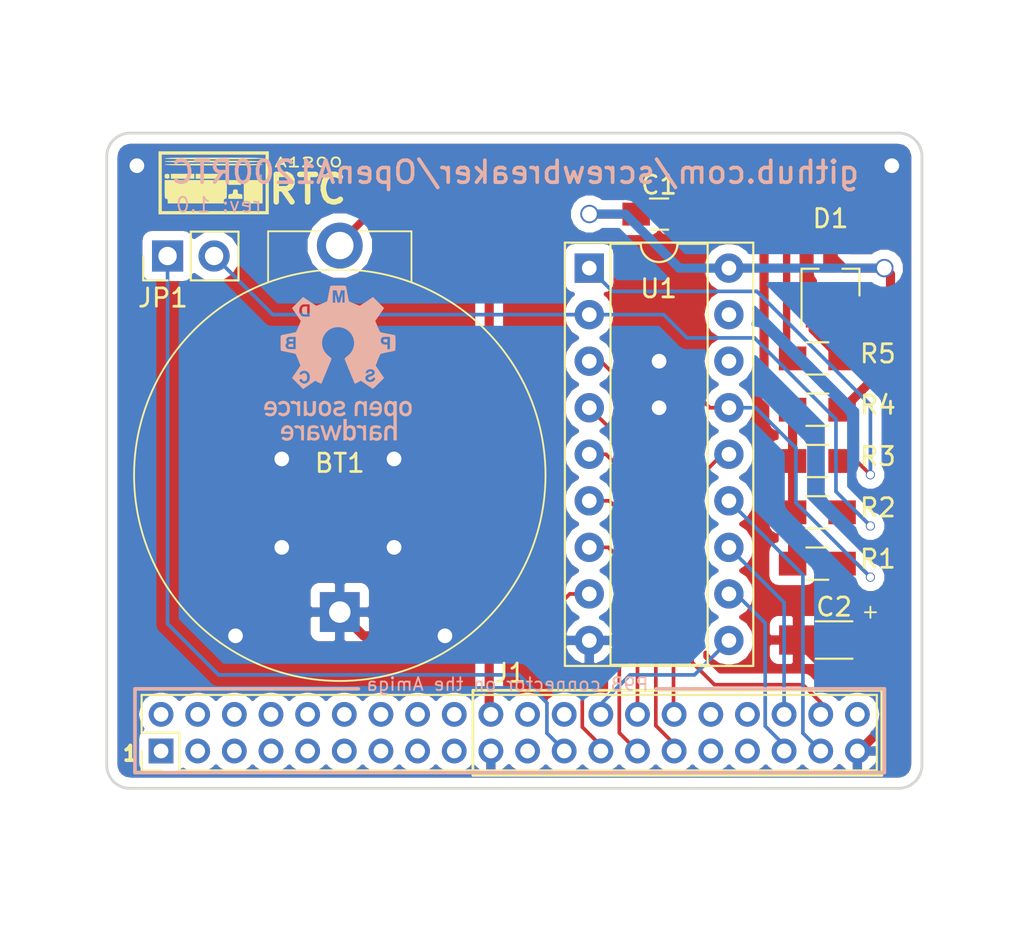
<source format=kicad_pcb>
(kicad_pcb (version 20171130) (host pcbnew 5.0.2-bee76a0~70~ubuntu16.04.1)

  (general
    (thickness 1.6)
    (drawings 26)
    (tracks 155)
    (zones 0)
    (modules 14)
    (nets 49)
  )

  (page A4)
  (title_block
    (title OpenA1200RTC)
    (date 2019-01-06)
    (rev 1.0)
    (company screwbreaker)
  )

  (layers
    (0 F.Cu power)
    (31 B.Cu power)
    (36 B.SilkS user)
    (37 F.SilkS user)
    (38 B.Mask user)
    (39 F.Mask user)
    (44 Edge.Cuts user)
    (45 Margin user hide)
    (46 B.CrtYd user hide)
    (47 F.CrtYd user hide)
    (48 B.Fab user)
    (49 F.Fab user hide)
  )

  (setup
    (last_trace_width 0.25)
    (trace_clearance 0.15)
    (zone_clearance 0.508)
    (zone_45_only no)
    (trace_min 0.1)
    (segment_width 0.2)
    (edge_width 0.15)
    (via_size 0.8)
    (via_drill 0.4)
    (via_min_size 0.4)
    (via_min_drill 0.3)
    (uvia_size 0.3)
    (uvia_drill 0.1)
    (uvias_allowed no)
    (uvia_min_size 0.2)
    (uvia_min_drill 0.1)
    (pcb_text_width 0.3)
    (pcb_text_size 1.5 1.5)
    (mod_edge_width 0.15)
    (mod_text_size 1 1)
    (mod_text_width 0.15)
    (pad_size 2.4 1.6)
    (pad_drill 0.8)
    (pad_to_mask_clearance 0.051)
    (solder_mask_min_width 0.25)
    (aux_axis_origin 0 0)
    (visible_elements FFFFFF7F)
    (pcbplotparams
      (layerselection 0x010f0_ffffffff)
      (usegerberextensions true)
      (usegerberattributes false)
      (usegerberadvancedattributes false)
      (creategerberjobfile false)
      (excludeedgelayer true)
      (linewidth 0.100000)
      (plotframeref false)
      (viasonmask false)
      (mode 1)
      (useauxorigin false)
      (hpglpennumber 1)
      (hpglpenspeed 20)
      (hpglpendiameter 15.000000)
      (psnegative false)
      (psa4output false)
      (plotreference true)
      (plotvalue true)
      (plotinvisibletext false)
      (padsonsilk false)
      (subtractmaskfromsilk false)
      (outputformat 1)
      (mirror false)
      (drillshape 0)
      (scaleselection 1)
      (outputdirectory "gerbers/"))
  )

  (net 0 "")
  (net 1 "Net-(R1-Pad2)")
  (net 2 VCC)
  (net 3 "Net-(JP1-Pad2)")
  (net 4 "Net-(R3-Pad2)")
  (net 5 VDD)
  (net 6 "Net-(D1-Pad1)")
  (net 7 "Net-(BT1-Pad1)")
  (net 8 GND)
  (net 9 "Net-(U1-Pad17)")
  (net 10 "Net-(J1-Pad25)")
  (net 11 "Net-(U1-Pad16)")
  (net 12 /RTC_A3)
  (net 13 /RTC_A2)
  (net 14 /RTC_D0)
  (net 15 /RTC_A1)
  (net 16 /RTC_D1)
  (net 17 /RTC_A0)
  (net 18 /RTC_D2)
  (net 19 /RTC_D3)
  (net 20 "Net-(J1-Pad26)")
  (net 21 "Net-(J1-Pad40)")
  (net 22 "Net-(J1-Pad24)")
  (net 23 "Net-(J1-Pad23)")
  (net 24 "Net-(J1-Pad22)")
  (net 25 "Net-(J1-Pad21)")
  (net 26 "Net-(J1-Pad18)")
  (net 27 "Net-(J1-Pad17)")
  (net 28 "Net-(J1-Pad16)")
  (net 29 "Net-(J1-Pad15)")
  (net 30 "Net-(J1-Pad14)")
  (net 31 "Net-(J1-Pad13)")
  (net 32 "Net-(J1-Pad12)")
  (net 33 "Net-(J1-Pad11)")
  (net 34 "Net-(J1-Pad10)")
  (net 35 "Net-(J1-Pad9)")
  (net 36 "Net-(J1-Pad8)")
  (net 37 "Net-(J1-Pad7)")
  (net 38 "Net-(J1-Pad6)")
  (net 39 "Net-(J1-Pad5)")
  (net 40 "Net-(J1-Pad4)")
  (net 41 "Net-(J1-Pad3)")
  (net 42 "Net-(J1-Pad2)")
  (net 43 "Net-(J1-Pad1)")
  (net 44 "Net-(J1-Pad34)")
  (net 45 "Net-(J1-Pad33)")
  (net 46 "Net-(J1-Pad32)")
  (net 47 "Net-(J1-Pad31)")
  (net 48 "Net-(D1-Pad2)")

  (net_class Default "This is the default net class."
    (clearance 0.15)
    (trace_width 0.25)
    (via_dia 0.8)
    (via_drill 0.4)
    (uvia_dia 0.3)
    (uvia_drill 0.1)
    (add_net "Net-(J1-Pad31)")
    (add_net "Net-(J1-Pad32)")
    (add_net "Net-(J1-Pad33)")
    (add_net "Net-(J1-Pad34)")
  )

  (net_class "Net-(BT1-Pad1)" ""
    (clearance 0.15)
    (trace_width 0.4)
    (via_dia 1)
    (via_drill 0.8)
    (uvia_dia 0.3)
    (uvia_drill 0.1)
    (add_net "Net-(BT1-Pad1)")
  )

  (net_class Power ""
    (clearance 0.15)
    (trace_width 0.5)
    (via_dia 1)
    (via_drill 0.8)
    (uvia_dia 0.3)
    (uvia_drill 0.1)
    (add_net GND)
    (add_net "Net-(D1-Pad1)")
    (add_net "Net-(D1-Pad2)")
    (add_net VCC)
    (add_net VDD)
  )

  (net_class Thin ""
    (clearance 0.15)
    (trace_width 0.2)
    (via_dia 0.5)
    (via_drill 0.4)
    (uvia_dia 0.3)
    (uvia_drill 0.1)
    (add_net /RTC_A0)
    (add_net /RTC_A1)
    (add_net /RTC_A2)
    (add_net /RTC_A3)
    (add_net /RTC_D0)
    (add_net /RTC_D1)
    (add_net /RTC_D2)
    (add_net /RTC_D3)
    (add_net "Net-(J1-Pad1)")
    (add_net "Net-(J1-Pad10)")
    (add_net "Net-(J1-Pad11)")
    (add_net "Net-(J1-Pad12)")
    (add_net "Net-(J1-Pad13)")
    (add_net "Net-(J1-Pad14)")
    (add_net "Net-(J1-Pad15)")
    (add_net "Net-(J1-Pad16)")
    (add_net "Net-(J1-Pad17)")
    (add_net "Net-(J1-Pad18)")
    (add_net "Net-(J1-Pad2)")
    (add_net "Net-(J1-Pad21)")
    (add_net "Net-(J1-Pad22)")
    (add_net "Net-(J1-Pad23)")
    (add_net "Net-(J1-Pad24)")
    (add_net "Net-(J1-Pad25)")
    (add_net "Net-(J1-Pad26)")
    (add_net "Net-(J1-Pad3)")
    (add_net "Net-(J1-Pad4)")
    (add_net "Net-(J1-Pad40)")
    (add_net "Net-(J1-Pad5)")
    (add_net "Net-(J1-Pad6)")
    (add_net "Net-(J1-Pad7)")
    (add_net "Net-(J1-Pad8)")
    (add_net "Net-(J1-Pad9)")
    (add_net "Net-(JP1-Pad2)")
    (add_net "Net-(R1-Pad2)")
    (add_net "Net-(R3-Pad2)")
    (add_net "Net-(U1-Pad16)")
    (add_net "Net-(U1-Pad17)")
  )

  (module library:OSHW (layer B.Cu) (tedit 5C601D34) (tstamp 5C6020FF)
    (at 137.82802 85.85962 180)
    (path /5C31A29A)
    (attr virtual)
    (fp_text reference V1 (at 0 5.461 180) (layer B.SilkS) hide
      (effects (font (size 1.524 1.524) (thickness 0.3)) (justify mirror))
    )
    (fp_text value OSHW (at 0 -5.5626 180) (layer B.SilkS) hide
      (effects (font (size 1.524 1.524) (thickness 0.3)) (justify mirror))
    )
    (fp_poly (pts (xy 1.873437 3.080432) (xy 1.928666 3.047233) (xy 1.958827 2.985498) (xy 1.968474 2.889988)
      (xy 1.9685 2.883377) (xy 1.961929 2.783508) (xy 1.939033 2.718312) (xy 1.895042 2.681731)
      (xy 1.825182 2.667712) (xy 1.797966 2.667) (xy 1.693333 2.667) (xy 1.693333 3.090333)
      (xy 1.788583 3.090333) (xy 1.873437 3.080432)) (layer B.SilkS) (width 0.01))
    (fp_poly (pts (xy 2.566458 1.308148) (xy 2.631332 1.302677) (xy 2.664422 1.292218) (xy 2.676274 1.271142)
      (xy 2.677583 1.248833) (xy 2.673939 1.217731) (xy 2.655975 1.20094) (xy 2.613147 1.192831)
      (xy 2.566458 1.189519) (xy 2.455333 1.183121) (xy 2.455333 1.314546) (xy 2.566458 1.308148)) (layer B.SilkS) (width 0.01))
    (fp_poly (pts (xy 2.630834 1.047658) (xy 2.688236 1.019134) (xy 2.716257 0.978014) (xy 2.709074 0.930848)
      (xy 2.686948 0.90554) (xy 2.647741 0.892801) (xy 2.579548 0.889024) (xy 2.571005 0.889)
      (xy 2.455333 0.889) (xy 2.455333 1.058333) (xy 2.550583 1.058333) (xy 2.630834 1.047658)) (layer B.SilkS) (width 0.01))
    (fp_poly (pts (xy -2.536533 1.30603) (xy -2.492107 1.285099) (xy -2.476681 1.246508) (xy -2.4765 1.240219)
      (xy -2.491297 1.183435) (xy -2.537516 1.151744) (xy -2.607733 1.143) (xy -2.659219 1.145226)
      (xy -2.682097 1.160047) (xy -2.687975 1.199684) (xy -2.688167 1.227667) (xy -2.685886 1.281883)
      (xy -2.672093 1.305978) (xy -2.636364 1.31215) (xy -2.615815 1.312333) (xy -2.536533 1.30603)) (layer B.SilkS) (width 0.01))
    (fp_poly (pts (xy 0.139863 4.233191) (xy 0.243277 4.23232) (xy 0.316123 4.230061) (xy 0.364285 4.225749)
      (xy 0.393645 4.218723) (xy 0.410087 4.208321) (xy 0.419494 4.193881) (xy 0.423075 4.185708)
      (xy 0.433252 4.149871) (xy 0.449026 4.08013) (xy 0.468779 3.984295) (xy 0.490889 3.870178)
      (xy 0.509781 3.767667) (xy 0.532678 3.646425) (xy 0.554961 3.539072) (xy 0.57497 3.452825)
      (xy 0.591045 3.394905) (xy 0.600452 3.37326) (xy 0.627905 3.357187) (xy 0.685898 3.329806)
      (xy 0.765393 3.294835) (xy 0.857351 3.255988) (xy 0.952734 3.216984) (xy 1.042504 3.181537)
      (xy 1.117623 3.153364) (xy 1.169053 3.136182) (xy 1.185579 3.132667) (xy 1.209649 3.144105)
      (xy 1.262839 3.175998) (xy 1.327844 3.217333) (xy 1.545167 3.217333) (xy 1.545167 2.54)
      (xy 1.745513 2.54) (xy 1.839882 2.540706) (xy 1.902986 2.544557) (xy 1.945889 2.554158)
      (xy 1.979655 2.572111) (xy 2.01535 2.60102) (xy 2.019193 2.604387) (xy 2.08247 2.686234)
      (xy 2.117565 2.788425) (xy 2.124886 2.900081) (xy 2.104841 3.010328) (xy 2.05784 3.108289)
      (xy 1.997818 3.173131) (xy 1.964447 3.1946) (xy 1.923844 3.207881) (xy 1.865448 3.214808)
      (xy 1.778696 3.217217) (xy 1.743395 3.217333) (xy 1.545167 3.217333) (xy 1.327844 3.217333)
      (xy 1.339454 3.224715) (xy 1.433801 3.286624) (xy 1.540187 3.358094) (xy 1.557809 3.370081)
      (xy 1.906237 3.607494) (xy 2.506628 3.007103) (xy 2.401257 2.852926) (xy 2.34214 2.766492)
      (xy 2.270389 2.661681) (xy 2.197321 2.555024) (xy 2.160912 2.501911) (xy 2.025938 2.305071)
      (xy 2.148544 2.015077) (xy 2.193345 1.911082) (xy 2.23408 1.820153) (xy 2.267227 1.749887)
      (xy 2.289263 1.707883) (xy 2.29445 1.700397) (xy 2.322124 1.688637) (xy 2.384212 1.671517)
      (xy 2.473395 1.650764) (xy 2.582349 1.628105) (xy 2.677583 1.609995) (xy 2.799178 1.587136)
      (xy 2.908955 1.565279) (xy 2.998958 1.546104) (xy 3.06123 1.531289) (xy 3.085042 1.524011)
      (xy 3.10159 1.515747) (xy 3.113779 1.503152) (xy 3.122275 1.480327) (xy 3.127743 1.441369)
      (xy 3.130851 1.38038) (xy 3.132264 1.291458) (xy 3.13265 1.168702) (xy 3.132667 1.10237)
      (xy 3.131546 0.940656) (xy 3.128129 0.819749) (xy 3.12233 0.738178) (xy 3.114065 0.694476)
      (xy 3.108819 0.68626) (xy 3.08112 0.677712) (xy 3.018956 0.663079) (xy 2.929503 0.643907)
      (xy 2.819938 0.62174) (xy 2.713515 0.601159) (xy 2.591959 0.576932) (xy 2.484055 0.553157)
      (xy 2.397059 0.531615) (xy 2.338222 0.514085) (xy 2.315626 0.503524) (xy 2.298876 0.475064)
      (xy 2.270228 0.414697) (xy 2.233056 0.33) (xy 2.190736 0.228548) (xy 2.168333 0.172981)
      (xy 2.047473 -0.130288) (xy 2.277033 -0.468046) (xy 2.506594 -0.805804) (xy 1.906776 -1.405622)
      (xy 1.574077 -1.179193) (xy 1.241378 -0.952765) (xy 1.084431 -1.038903) (xy 1.012045 -1.076867)
      (xy 0.954655 -1.103663) (xy 0.921437 -1.115135) (xy 0.917105 -1.114661) (xy 0.905618 -1.091975)
      (xy 0.880629 -1.035582) (xy 0.844425 -0.95105) (xy 0.799292 -0.843952) (xy 0.77465 -0.784888)
      (xy 1.531352 -0.784888) (xy 1.551863 -0.901411) (xy 1.604163 -0.999253) (xy 1.685667 -1.072113)
      (xy 1.724034 -1.09206) (xy 1.81676 -1.118394) (xy 1.906136 -1.109865) (xy 1.955042 -1.092648)
      (xy 2.015286 -1.056258) (xy 2.069823 -1.004966) (xy 2.107062 -0.951343) (xy 2.116667 -0.917371)
      (xy 2.098927 -0.88952) (xy 2.058458 -0.865785) (xy 2.012818 -0.854285) (xy 1.986534 -0.867915)
      (xy 1.979083 -0.878726) (xy 1.939077 -0.938696) (xy 1.904428 -0.969409) (xy 1.862739 -0.980039)
      (xy 1.841197 -0.980722) (xy 1.770251 -0.965769) (xy 1.723114 -0.919413) (xy 1.698271 -0.839411)
      (xy 1.693333 -0.762) (xy 1.703402 -0.657134) (xy 1.734655 -0.58747) (xy 1.788659 -0.550693)
      (xy 1.841614 -0.543278) (xy 1.913385 -0.559833) (xy 1.956038 -0.596357) (xy 1.998551 -0.633709)
      (xy 2.043806 -0.638061) (xy 2.053055 -0.635998) (xy 2.100072 -0.611017) (xy 2.108103 -0.570708)
      (xy 2.077146 -0.51625) (xy 2.053381 -0.490304) (xy 1.966766 -0.429826) (xy 1.871071 -0.405509)
      (xy 1.774249 -0.414759) (xy 1.684256 -0.454984) (xy 1.609047 -0.523588) (xy 1.556577 -0.61798)
      (xy 1.545211 -0.655983) (xy 1.531352 -0.784888) (xy 0.77465 -0.784888) (xy 0.747516 -0.719856)
      (xy 0.691384 -0.584334) (xy 0.633182 -0.442957) (xy 0.575196 -0.301295) (xy 0.519713 -0.164918)
      (xy 0.469019 -0.039398) (xy 0.4254 0.069696) (xy 0.391144 0.156792) (xy 0.368535 0.21632)
      (xy 0.359861 0.24271) (xy 0.359833 0.243107) (xy 0.375623 0.267166) (xy 0.417661 0.308496)
      (xy 0.477952 0.359479) (xy 0.500567 0.377182) (xy 0.651814 0.515337) (xy 0.76413 0.668571)
      (xy 0.839025 0.839452) (xy 0.876365 1.016) (xy 0.876626 1.189484) (xy 0.838685 1.360852)
      (xy 0.803739 1.439333) (xy 2.307167 1.439333) (xy 2.307167 0.762) (xy 2.520225 0.762)
      (xy 2.61509 0.764098) (xy 2.697232 0.769743) (xy 2.755299 0.777959) (xy 2.774006 0.783794)
      (xy 2.818051 0.824708) (xy 2.856159 0.887901) (xy 2.877289 0.953628) (xy 2.878667 0.970992)
      (xy 2.865547 1.014514) (xy 2.833409 1.066288) (xy 2.827858 1.073134) (xy 2.79599 1.11609)
      (xy 2.790892 1.145473) (xy 2.806692 1.174054) (xy 2.834314 1.24461) (xy 2.826067 1.320787)
      (xy 2.784379 1.387379) (xy 2.757472 1.411187) (xy 2.72775 1.426363) (xy 2.68542 1.43483)
      (xy 2.620686 1.438513) (xy 2.523754 1.439333) (xy 2.307167 1.439333) (xy 0.803739 1.439333)
      (xy 0.7664 1.523188) (xy 0.663629 1.669573) (xy 0.53423 1.793089) (xy 0.393881 1.881123)
      (xy 0.217979 1.946919) (xy 0.043182 1.97396) (xy -0.126844 1.965529) (xy -0.288433 1.924908)
      (xy -0.437921 1.855377) (xy -0.571642 1.76022) (xy -0.685931 1.642718) (xy -0.777122 1.506153)
      (xy -0.84155 1.353807) (xy -0.87555 1.188961) (xy -0.875456 1.014898) (xy -0.837602 0.8349)
      (xy -0.822725 0.791808) (xy -0.742313 0.631627) (xy -0.624994 0.486445) (xy -0.500567 0.377182)
      (xy -0.435995 0.324681) (xy -0.387028 0.279311) (xy -0.361662 0.248691) (xy -0.359833 0.243107)
      (xy -0.367629 0.218811) (xy -0.389492 0.161053) (xy -0.423136 0.075404) (xy -0.466273 -0.032566)
      (xy -0.516619 -0.157286) (xy -0.571887 -0.293185) (xy -0.62979 -0.434693) (xy -0.688042 -0.576239)
      (xy -0.744357 -0.712252) (xy -0.796448 -0.837163) (xy -0.842029 -0.9454) (xy -0.878814 -1.031393)
      (xy -0.904516 -1.089571) (xy -0.916848 -1.114364) (xy -0.917105 -1.114661) (xy -0.939028 -1.109921)
      (xy -0.988533 -1.088317) (xy -1.056453 -1.054) (xy -1.08468 -1.038766) (xy -1.241876 -0.952492)
      (xy -1.55528 -1.165981) (xy -1.657565 -1.235283) (xy -1.748544 -1.296217) (xy -1.822138 -1.34477)
      (xy -1.87227 -1.376928) (xy -1.89217 -1.388483) (xy -1.913645 -1.376942) (xy -1.959753 -1.339483)
      (xy -2.025594 -1.280517) (xy -2.106266 -1.204455) (xy -2.196867 -1.115708) (xy -2.211048 -1.101537)
      (xy -2.49607 -0.815968) (xy -2.032 -0.815968) (xy -2.012871 -0.894731) (xy -1.961156 -0.959363)
      (xy -1.885366 -1.005889) (xy -1.794013 -1.030338) (xy -1.695606 -1.028736) (xy -1.621337 -1.007652)
      (xy -1.540309 -0.954624) (xy -1.492821 -0.879914) (xy -1.481667 -0.813061) (xy -1.496837 -0.735853)
      (xy -1.544598 -0.673782) (xy -1.628326 -0.62366) (xy -1.715586 -0.592343) (xy -1.795326 -0.566165)
      (xy -1.841107 -0.54383) (xy -1.860499 -0.520972) (xy -1.862667 -0.507507) (xy -1.843484 -0.468997)
      (xy -1.808189 -0.4528) (xy -1.749657 -0.450525) (xy -1.694595 -0.467313) (xy -1.657942 -0.496956)
      (xy -1.651 -0.518129) (xy -1.635546 -0.541811) (xy -1.585648 -0.550238) (xy -1.576917 -0.550333)
      (xy -1.521283 -0.539581) (xy -1.502058 -0.507956) (xy -1.519374 -0.456403) (xy -1.556655 -0.404952)
      (xy -1.624015 -0.353364) (xy -1.710262 -0.326307) (xy -1.803033 -0.323543) (xy -1.889967 -0.344833)
      (xy -1.958703 -0.389938) (xy -1.97735 -0.413074) (xy -2.008842 -0.491872) (xy -1.999834 -0.566589)
      (xy -1.952137 -0.634385) (xy -1.867568 -0.692424) (xy -1.774913 -0.729818) (xy -1.701801 -0.755073)
      (xy -1.660938 -0.776333) (xy -1.643479 -0.799775) (xy -1.640417 -0.823736) (xy -1.657465 -0.867505)
      (xy -1.700298 -0.893061) (xy -1.756449 -0.900323) (xy -1.81345 -0.889214) (xy -1.858833 -0.859652)
      (xy -1.877767 -0.825245) (xy -1.90163 -0.797057) (xy -1.944569 -0.782353) (xy -1.99076 -0.782086)
      (xy -2.024381 -0.797206) (xy -2.032 -0.815968) (xy -2.49607 -0.815968) (xy -2.506441 -0.805578)
      (xy -2.047473 -0.130288) (xy -2.168333 0.172981) (xy -2.211976 0.280047) (xy -2.252186 0.374208)
      (xy -2.285589 0.447889) (xy -2.308809 0.493515) (xy -2.315626 0.503524) (xy -2.344227 0.516142)
      (xy -2.407269 0.534315) (xy -2.497496 0.55626) (xy -2.607655 0.5802) (xy -2.713516 0.601159)
      (xy -2.834768 0.624678) (xy -2.942169 0.646549) (xy -3.028544 0.665229) (xy -3.086715 0.679172)
      (xy -3.108819 0.68626) (xy -3.118024 0.712387) (xy -3.125144 0.772682) (xy -3.130203 0.859031)
      (xy -3.133227 0.963323) (xy -3.134243 1.077444) (xy -3.133274 1.193281) (xy -3.130348 1.302722)
      (xy -3.125488 1.397654) (xy -3.121588 1.439333) (xy -2.836333 1.439333) (xy -2.836333 0.762)
      (xy -2.688167 0.762) (xy -2.688167 1.016) (xy -2.573374 1.016) (xy -2.494821 1.020767)
      (xy -2.439054 1.038897) (xy -2.393458 1.070798) (xy -2.352979 1.110976) (xy -2.333786 1.153497)
      (xy -2.32841 1.216675) (xy -2.328333 1.230511) (xy -2.333723 1.304886) (xy -2.353845 1.355754)
      (xy -2.380288 1.387379) (xy -2.407993 1.411732) (xy -2.438735 1.427021) (xy -2.482696 1.435328)
      (xy -2.550057 1.438735) (xy -2.634288 1.439333) (xy -2.836333 1.439333) (xy -3.121588 1.439333)
      (xy -3.118721 1.469963) (xy -3.110073 1.511537) (xy -3.106209 1.517658) (xy -3.077678 1.527678)
      (xy -3.014579 1.543296) (xy -2.924064 1.562953) (xy -2.813289 1.58509) (xy -2.69875 1.606466)
      (xy -2.57583 1.629751) (xy -2.46681 1.652464) (xy -2.378777 1.67296) (xy -2.318815 1.689599)
      (xy -2.294451 1.700174) (xy -2.278283 1.727749) (xy -2.249487 1.786849) (xy -2.211583 1.86987)
      (xy -2.168097 1.969206) (xy -2.148545 2.015077) (xy -2.025939 2.305071) (xy -2.160913 2.501911)
      (xy -2.22992 2.602598) (xy -2.303792 2.710466) (xy -2.371213 2.808986) (xy -2.401258 2.852926)
      (xy -2.506629 3.007103) (xy -2.206433 3.307299) (xy -1.906237 3.607494) (xy -1.557809 3.370081)
      (xy -1.450036 3.297427) (xy -1.353397 3.233757) (xy -1.273586 3.182703) (xy -1.216297 3.147896)
      (xy -1.187223 3.132968) (xy -1.185579 3.132667) (xy -1.1546 3.14062) (xy -1.094003 3.162002)
      (xy -1.012825 3.193096) (xy -0.920104 3.230185) (xy -0.82488 3.269555) (xy -0.736189 3.307488)
      (xy -0.66307 3.340268) (xy -0.614561 3.364179) (xy -0.600452 3.37326) (xy -0.589082 3.401077)
      (xy -0.572352 3.463422) (xy -0.551923 3.553077) (xy -0.529454 3.662822) (xy -0.509782 3.767667)
      (xy -0.486945 3.890997) (xy -0.469662 3.979333) (xy -0.359833 3.979333) (xy -0.359833 3.302)
      (xy -0.232833 3.302) (xy -0.230824 3.529542) (xy -0.228814 3.757083) (xy -0.11436 3.312583)
      (xy -0.040541 3.306284) (xy 0.033279 3.299984) (xy 0.088513 3.517951) (xy 0.143747 3.735917)
      (xy 0.145957 3.518958) (xy 0.148167 3.302) (xy 0.296333 3.302) (xy 0.296333 3.979333)
      (xy 0.072753 3.979333) (xy 0.022127 3.777683) (xy -0.000499 3.694392) (xy -0.020962 3.631301)
      (xy -0.036496 3.596304) (xy -0.042746 3.592474) (xy -0.054155 3.619149) (xy -0.072639 3.676623)
      (xy -0.095 3.754626) (xy -0.105588 3.794125) (xy -0.154184 3.979334) (xy -0.257009 3.979334)
      (xy -0.359833 3.979333) (xy -0.469662 3.979333) (xy -0.465129 4.002496) (xy -0.445952 4.094353)
      (xy -0.431034 4.158759) (xy -0.423075 4.185708) (xy -0.414928 4.202227) (xy -0.40245 4.214402)
      (xy -0.379756 4.222897) (xy -0.340965 4.228374) (xy -0.280193 4.231494) (xy -0.191557 4.232921)
      (xy -0.069174 4.233316) (xy 0 4.233333) (xy 0.139863 4.233191)) (layer B.SilkS) (width 0.01))
    (fp_poly (pts (xy 2.473049 -2.059434) (xy 2.551322 -2.073789) (xy 2.590271 -2.097195) (xy 2.592496 -2.132824)
      (xy 2.567658 -2.174817) (xy 2.522628 -2.216554) (xy 2.484107 -2.225489) (xy 2.388213 -2.21694)
      (xy 2.317597 -2.235614) (xy 2.271474 -2.273759) (xy 2.251287 -2.300017) (xy 2.237556 -2.328951)
      (xy 2.229046 -2.368894) (xy 2.224525 -2.428178) (xy 2.222758 -2.515138) (xy 2.2225 -2.60468)
      (xy 2.2225 -2.878667) (xy 2.074333 -2.878667) (xy 2.074333 -2.074333) (xy 2.148417 -2.074333)
      (xy 2.19958 -2.079139) (xy 2.220179 -2.097721) (xy 2.2225 -2.116029) (xy 2.225168 -2.139657)
      (xy 2.239297 -2.142217) (xy 2.274069 -2.122263) (xy 2.301875 -2.103522) (xy 2.366496 -2.067473)
      (xy 2.428276 -2.056662) (xy 2.473049 -2.059434)) (layer B.SilkS) (width 0.01))
    (fp_poly (pts (xy -1.0687 -2.083643) (xy -1.012914 -2.112436) (xy -0.971648 -2.149749) (xy -0.942837 -2.201875)
      (xy -0.924418 -2.275104) (xy -0.914323 -2.375727) (xy -0.910491 -2.510038) (xy -0.910246 -2.566458)
      (xy -0.910167 -2.878667) (xy -1.055054 -2.878667) (xy -1.061985 -2.59507) (xy -1.065737 -2.475703)
      (xy -1.070878 -2.391174) (xy -1.078448 -2.333993) (xy -1.089487 -2.296667) (xy -1.105035 -2.271702)
      (xy -1.107225 -2.269212) (xy -1.172587 -2.223832) (xy -1.245447 -2.21382) (xy -1.315005 -2.236368)
      (xy -1.370462 -2.288671) (xy -1.395897 -2.344242) (xy -1.405192 -2.398986) (xy -1.412574 -2.482901)
      (xy -1.417094 -2.582837) (xy -1.418049 -2.651125) (xy -1.418167 -2.878667) (xy -1.566333 -2.878667)
      (xy -1.566333 -2.074333) (xy -1.49225 -2.074333) (xy -1.437457 -2.081218) (xy -1.418301 -2.103192)
      (xy -1.418167 -2.106083) (xy -1.415481 -2.129481) (xy -1.401373 -2.134787) (xy -1.366764 -2.121044)
      (xy -1.317862 -2.0955) (xy -1.231371 -2.060464) (xy -1.151902 -2.057944) (xy -1.0687 -2.083643)) (layer B.SilkS) (width 0.01))
    (fp_poly (pts (xy 3.807149 -2.08057) (xy 3.90141 -2.130471) (xy 3.968702 -2.212614) (xy 4.008206 -2.326159)
      (xy 4.017852 -2.402644) (xy 4.026598 -2.54) (xy 3.757284 -2.54) (xy 3.645903 -2.54055)
      (xy 3.570618 -2.542741) (xy 3.525201 -2.547387) (xy 3.503425 -2.5553) (xy 3.49906 -2.567295)
      (xy 3.500819 -2.573481) (xy 3.512261 -2.614474) (xy 3.513667 -2.627408) (xy 3.527892 -2.654171)
      (xy 3.562817 -2.693253) (xy 3.569674 -2.699761) (xy 3.645183 -2.743318) (xy 3.734328 -2.746919)
      (xy 3.821517 -2.718054) (xy 3.871356 -2.697618) (xy 3.904984 -2.698495) (xy 3.94327 -2.721575)
      (xy 3.945707 -2.723346) (xy 3.9826 -2.756264) (xy 3.988042 -2.784136) (xy 3.959342 -2.813774)
      (xy 3.895178 -2.851269) (xy 3.78396 -2.889776) (xy 3.664264 -2.897532) (xy 3.553027 -2.873647)
      (xy 3.543621 -2.869747) (xy 3.45641 -2.80952) (xy 3.393448 -2.717681) (xy 3.356612 -2.598556)
      (xy 3.347776 -2.456469) (xy 3.34977 -2.422627) (xy 3.351503 -2.413) (xy 3.487911 -2.413)
      (xy 3.666594 -2.413) (xy 3.749538 -2.411626) (xy 3.815234 -2.407964) (xy 3.85301 -2.402706)
      (xy 3.85766 -2.400617) (xy 3.8617 -2.370534) (xy 3.84626 -2.322645) (xy 3.818243 -2.272255)
      (xy 3.784553 -2.234665) (xy 3.781937 -2.232752) (xy 3.710036 -2.205296) (xy 3.634491 -2.212739)
      (xy 3.566343 -2.250277) (xy 3.516631 -2.313104) (xy 3.501585 -2.354792) (xy 3.487911 -2.413)
      (xy 3.351503 -2.413) (xy 3.374635 -2.284518) (xy 3.424863 -2.180173) (xy 3.500855 -2.109166)
      (xy 3.603009 -2.071072) (xy 3.686739 -2.06375) (xy 3.807149 -2.08057)) (layer B.SilkS) (width 0.01))
    (fp_poly (pts (xy 3.108557 -2.075545) (xy 3.196525 -2.11603) (xy 3.22019 -2.13422) (xy 3.283861 -2.19111)
      (xy 3.230217 -2.241505) (xy 3.192037 -2.274) (xy 3.164176 -2.27914) (xy 3.126756 -2.259237)
      (xy 3.119333 -2.254394) (xy 3.05838 -2.228236) (xy 2.987012 -2.215011) (xy 2.981082 -2.214764)
      (xy 2.894265 -2.23022) (xy 2.830233 -2.280635) (xy 2.790453 -2.364394) (xy 2.778123 -2.438084)
      (xy 2.779902 -2.552939) (xy 2.807323 -2.637574) (xy 2.861941 -2.696581) (xy 2.866654 -2.69976)
      (xy 2.945401 -2.729147) (xy 3.035566 -2.730468) (xy 3.116923 -2.703778) (xy 3.124576 -2.699063)
      (xy 3.164326 -2.676802) (xy 3.192656 -2.680158) (xy 3.22966 -2.710971) (xy 3.260168 -2.750546)
      (xy 3.257515 -2.785618) (xy 3.218992 -2.820877) (xy 3.14325 -2.860389) (xy 3.025913 -2.894896)
      (xy 2.911218 -2.888382) (xy 2.81436 -2.852208) (xy 2.722816 -2.785225) (xy 2.661713 -2.691109)
      (xy 2.630194 -2.568162) (xy 2.625131 -2.477307) (xy 2.640578 -2.331711) (xy 2.685522 -2.215582)
      (xy 2.759482 -2.129632) (xy 2.861976 -2.074571) (xy 2.906222 -2.062347) (xy 3.005724 -2.056262)
      (xy 3.108557 -2.075545)) (layer B.SilkS) (width 0.01))
    (fp_poly (pts (xy 1.376506 -2.354792) (xy 1.377938 -2.481629) (xy 1.38296 -2.573165) (xy 1.393719 -2.636408)
      (xy 1.412359 -2.678367) (xy 1.441029 -2.706048) (xy 1.481873 -2.726461) (xy 1.491479 -2.730207)
      (xy 1.564998 -2.743192) (xy 1.627412 -2.718328) (xy 1.671614 -2.673478) (xy 1.689554 -2.646322)
      (xy 1.701715 -2.613204) (xy 1.709187 -2.565829) (xy 1.713057 -2.495899) (xy 1.714416 -2.395119)
      (xy 1.7145 -2.346645) (xy 1.7145 -2.074333) (xy 1.862667 -2.074333) (xy 1.862667 -2.878667)
      (xy 1.788583 -2.878667) (xy 1.73742 -2.87386) (xy 1.716821 -2.855279) (xy 1.7145 -2.836971)
      (xy 1.711942 -2.812967) (xy 1.698009 -2.810285) (xy 1.663311 -2.830215) (xy 1.637463 -2.847554)
      (xy 1.541804 -2.890226) (xy 1.442307 -2.895049) (xy 1.386417 -2.87964) (xy 1.319468 -2.833579)
      (xy 1.261342 -2.761493) (xy 1.227161 -2.686404) (xy 1.219185 -2.637546) (xy 1.21264 -2.557375)
      (xy 1.20819 -2.456905) (xy 1.206501 -2.347148) (xy 1.2065 -2.344348) (xy 1.2065 -2.074333)
      (xy 1.375833 -2.074333) (xy 1.376506 -2.354792)) (layer B.SilkS) (width 0.01))
    (fp_poly (pts (xy 0.835562 -2.069555) (xy 0.887054 -2.098906) (xy 0.956178 -2.151598) (xy 1.002413 -2.203952)
      (xy 1.030153 -2.266292) (xy 1.043792 -2.348941) (xy 1.047722 -2.462224) (xy 1.04775 -2.4765)
      (xy 1.044786 -2.592096) (xy 1.033172 -2.676072) (xy 1.008825 -2.738893) (xy 0.96766 -2.791025)
      (xy 0.905596 -2.842934) (xy 0.904445 -2.843794) (xy 0.823035 -2.881637) (xy 0.723287 -2.89531)
      (xy 0.621947 -2.884339) (xy 0.544868 -2.853992) (xy 0.466966 -2.790725) (xy 0.415573 -2.70667)
      (xy 0.388561 -2.59642) (xy 0.384823 -2.485025) (xy 0.529167 -2.485025) (xy 0.538567 -2.590576)
      (xy 0.568737 -2.663979) (xy 0.62263 -2.711488) (xy 0.64013 -2.720042) (xy 0.69652 -2.742818)
      (xy 0.733971 -2.748163) (xy 0.772149 -2.736014) (xy 0.805078 -2.719532) (xy 0.852538 -2.682855)
      (xy 0.881793 -2.627047) (xy 0.895565 -2.544281) (xy 0.897282 -2.454416) (xy 0.888664 -2.353881)
      (xy 0.864288 -2.286403) (xy 0.819919 -2.2443) (xy 0.770533 -2.224635) (xy 0.681953 -2.216974)
      (xy 0.611754 -2.24623) (xy 0.561876 -2.31031) (xy 0.534261 -2.407119) (xy 0.529167 -2.485025)
      (xy 0.384823 -2.485025) (xy 0.3838 -2.454566) (xy 0.384142 -2.445746) (xy 0.390832 -2.34642)
      (xy 0.402586 -2.278197) (xy 0.421813 -2.229929) (xy 0.435224 -2.209469) (xy 0.515393 -2.12492)
      (xy 0.607176 -2.076287) (xy 0.702914 -2.058387) (xy 0.779673 -2.056667) (xy 0.835562 -2.069555)) (layer B.SilkS) (width 0.01))
    (fp_poly (pts (xy -0.001131 -2.061244) (xy 0.102578 -2.08048) (xy 0.166952 -2.104852) (xy 0.216625 -2.135728)
      (xy 0.229112 -2.165359) (xy 0.207155 -2.206568) (xy 0.19265 -2.225101) (xy 0.164865 -2.255816)
      (xy 0.139765 -2.263433) (xy 0.100564 -2.249805) (xy 0.075515 -2.238029) (xy -0.019339 -2.207129)
      (xy -0.106672 -2.20498) (xy -0.175937 -2.231356) (xy -0.1905 -2.243667) (xy -0.221531 -2.281018)
      (xy -0.232833 -2.305655) (xy -0.213817 -2.345309) (xy -0.165356 -2.376635) (xy -0.100337 -2.391897)
      (xy -0.088447 -2.392338) (xy 0.046176 -2.405554) (xy 0.150058 -2.442363) (xy 0.221116 -2.50141)
      (xy 0.257269 -2.58134) (xy 0.261527 -2.620096) (xy 0.247846 -2.723518) (xy 0.200405 -2.802288)
      (xy 0.118716 -2.856832) (xy 0.002296 -2.887574) (xy -0.050056 -2.893027) (xy -0.138366 -2.894763)
      (xy -0.208849 -2.882467) (xy -0.284854 -2.851948) (xy -0.288448 -2.850237) (xy -0.364923 -2.810149)
      (xy -0.405056 -2.777518) (xy -0.412608 -2.746245) (xy -0.391342 -2.710234) (xy -0.381564 -2.69935)
      (xy -0.335359 -2.650167) (xy -0.247054 -2.700662) (xy -0.158937 -2.737254) (xy -0.071496 -2.75021)
      (xy 0.006723 -2.741156) (xy 0.067172 -2.711719) (xy 0.101305 -2.663523) (xy 0.105833 -2.633526)
      (xy 0.088454 -2.585952) (xy 0.035299 -2.555402) (xy -0.055162 -2.541187) (xy -0.10192 -2.539921)
      (xy -0.2068 -2.523977) (xy -0.288372 -2.481247) (xy -0.345127 -2.419105) (xy -0.375559 -2.344925)
      (xy -0.378159 -2.266084) (xy -0.35142 -2.189954) (xy -0.293835 -2.123911) (xy -0.203896 -2.075329)
      (xy -0.197345 -2.073099) (xy -0.10785 -2.058196) (xy -0.001131 -2.061244)) (layer B.SilkS) (width 0.01))
    (fp_poly (pts (xy -1.925625 -2.089659) (xy -1.905484 -2.099425) (xy -1.822762 -2.156233) (xy -1.767156 -2.231006)
      (xy -1.733686 -2.332168) (xy -1.722098 -2.409613) (xy -1.70847 -2.54) (xy -1.976068 -2.54)
      (xy -2.086514 -2.54034) (xy -2.161481 -2.542112) (xy -2.207825 -2.546442) (xy -2.2324 -2.554455)
      (xy -2.24206 -2.567278) (xy -2.243667 -2.583961) (xy -2.229324 -2.62637) (xy -2.193689 -2.67708)
      (xy -2.181795 -2.689795) (xy -2.109779 -2.739129) (xy -2.027993 -2.750065) (xy -1.931775 -2.723057)
      (xy -1.915771 -2.715743) (xy -1.865635 -2.694055) (xy -1.835387 -2.692808) (xy -1.807177 -2.713261)
      (xy -1.796068 -2.724192) (xy -1.767988 -2.761834) (xy -1.771104 -2.794006) (xy -1.808724 -2.827289)
      (xy -1.86326 -2.857802) (xy -1.97865 -2.893922) (xy -2.101674 -2.892494) (xy -2.216134 -2.855803)
      (xy -2.296473 -2.800535) (xy -2.350743 -2.724427) (xy -2.381131 -2.622278) (xy -2.389825 -2.488888)
      (xy -2.388692 -2.445746) (xy -2.384502 -2.383534) (xy -2.24357 -2.383534) (xy -2.218297 -2.402325)
      (xy -2.161168 -2.41091) (xy -2.067062 -2.412999) (xy -2.06375 -2.413) (xy -1.976591 -2.412438)
      (xy -1.923392 -2.409205) (xy -1.895781 -2.400984) (xy -1.885387 -2.385456) (xy -1.883833 -2.363174)
      (xy -1.902798 -2.29895) (xy -1.951142 -2.243342) (xy -2.01604 -2.208256) (xy -2.057448 -2.202006)
      (xy -2.139289 -2.218003) (xy -2.198473 -2.267598) (xy -2.219043 -2.300483) (xy -2.242111 -2.350824)
      (xy -2.24357 -2.383534) (xy -2.384502 -2.383534) (xy -2.382001 -2.34642) (xy -2.370247 -2.278197)
      (xy -2.351021 -2.229929) (xy -2.337609 -2.209469) (xy -2.248781 -2.119467) (xy -2.14811 -2.068887)
      (xy -2.039192 -2.058645) (xy -1.925625 -2.089659)) (layer B.SilkS) (width 0.01))
    (fp_poly (pts (xy -3.590166 -2.06593) (xy -3.489786 -2.111067) (xy -3.411294 -2.191127) (xy -3.384519 -2.23752)
      (xy -3.358037 -2.320821) (xy -3.345012 -2.423957) (xy -3.345068 -2.533369) (xy -3.357828 -2.635499)
      (xy -3.382918 -2.716786) (xy -3.398558 -2.743531) (xy -3.478726 -2.82808) (xy -3.57051 -2.876713)
      (xy -3.666247 -2.894613) (xy -3.743007 -2.896333) (xy -3.798896 -2.883444) (xy -3.850387 -2.854094)
      (xy -3.919512 -2.801401) (xy -3.965747 -2.749047) (xy -3.993487 -2.686707) (xy -4.007125 -2.604058)
      (xy -4.011055 -2.490776) (xy -4.011083 -2.4765) (xy -4.010708 -2.44668) (xy -3.872368 -2.44668)
      (xy -3.868867 -2.539419) (xy -3.845951 -2.624398) (xy -3.803721 -2.690619) (xy -3.76093 -2.720717)
      (xy -3.70503 -2.743209) (xy -3.667821 -2.748161) (xy -3.629457 -2.735553) (xy -3.599577 -2.72056)
      (xy -3.544446 -2.669933) (xy -3.508038 -2.591336) (xy -3.492467 -2.495739) (xy -3.49985 -2.394113)
      (xy -3.522202 -2.319388) (xy -3.570491 -2.252634) (xy -3.64024 -2.216617) (xy -3.719988 -2.215458)
      (xy -3.765385 -2.231903) (xy -3.820728 -2.281923) (xy -3.856355 -2.357182) (xy -3.872368 -2.44668)
      (xy -4.010708 -2.44668) (xy -4.009813 -2.37552) (xy -4.004883 -2.306566) (xy -3.994616 -2.259379)
      (xy -3.977336 -2.223697) (xy -3.967442 -2.209485) (xy -3.884443 -2.123253) (xy -3.788272 -2.073851)
      (xy -3.707778 -2.058297) (xy -3.590166 -2.06593)) (layer B.SilkS) (width 0.01))
    (fp_poly (pts (xy 1.98781 -3.391402) (xy 2.008412 -3.409889) (xy 2.010833 -3.429) (xy 2.013182 -3.459899)
      (xy 2.026346 -3.468014) (xy 2.059502 -3.453352) (xy 2.10028 -3.429079) (xy 2.19683 -3.392624)
      (xy 2.298761 -3.392329) (xy 2.357963 -3.410719) (xy 2.410752 -3.434771) (xy 2.358098 -3.503805)
      (xy 2.321608 -3.546968) (xy 2.292279 -3.561313) (xy 2.253724 -3.5532) (xy 2.241994 -3.548889)
      (xy 2.184457 -3.53596) (xy 2.132678 -3.550959) (xy 2.121454 -3.556985) (xy 2.078664 -3.586919)
      (xy 2.048329 -3.625759) (xy 2.028436 -3.680724) (xy 2.016974 -3.759035) (xy 2.01193 -3.867914)
      (xy 2.011145 -3.952875) (xy 2.010833 -4.212167) (xy 1.862667 -4.212167) (xy 1.862667 -3.386667)
      (xy 1.93675 -3.386667) (xy 1.98781 -3.391402)) (layer B.SilkS) (width 0.01))
    (fp_poly (pts (xy 0.408307 -3.388404) (xy 0.42742 -3.397796) (xy 0.445028 -3.421111) (xy 0.464404 -3.464619)
      (xy 0.488825 -3.534589) (xy 0.521563 -3.637289) (xy 0.530903 -3.667125) (xy 0.563759 -3.770105)
      (xy 0.593182 -3.858447) (xy 0.616468 -3.924309) (xy 0.630912 -3.95985) (xy 0.633102 -3.963412)
      (xy 0.643405 -3.950111) (xy 0.661617 -3.902661) (xy 0.685413 -3.82799) (xy 0.712467 -3.733026)
      (xy 0.720678 -3.70235) (xy 0.748491 -3.598898) (xy 0.773403 -3.509802) (xy 0.793043 -3.443298)
      (xy 0.805036 -3.407618) (xy 0.806488 -3.404598) (xy 0.834125 -3.392367) (xy 0.885002 -3.3899)
      (xy 0.892782 -3.390493) (xy 0.966338 -3.39725) (xy 0.709294 -4.214104) (xy 0.636395 -4.207843)
      (xy 0.563495 -4.201583) (xy 0.479831 -3.92173) (xy 0.448624 -3.821241) (xy 0.420563 -3.738066)
      (xy 0.398196 -3.679242) (xy 0.384074 -3.651809) (xy 0.381692 -3.650822) (xy 0.370736 -3.673356)
      (xy 0.350794 -3.728887) (xy 0.324459 -3.80969) (xy 0.29432 -3.908043) (xy 0.286053 -3.935967)
      (xy 0.204888 -4.212167) (xy 0.13353 -4.212167) (xy 0.082618 -4.205103) (xy 0.053812 -4.18788)
      (xy 0.052803 -4.185708) (xy 0.037198 -4.139243) (xy 0.013337 -4.065307) (xy -0.016411 -3.971537)
      (xy -0.049675 -3.86557) (xy -0.084086 -3.755045) (xy -0.117274 -3.647597) (xy -0.14687 -3.550864)
      (xy -0.170505 -3.472484) (xy -0.185807 -3.420094) (xy -0.1905 -3.40155) (xy -0.171924 -3.391904)
      (xy -0.125832 -3.389769) (xy -0.111221 -3.39068) (xy -0.031942 -3.39725) (xy 0.042237 -3.676003)
      (xy 0.070255 -3.77888) (xy 0.095336 -3.866519) (xy 0.11513 -3.931034) (xy 0.12729 -3.964535)
      (xy 0.128931 -3.967211) (xy 0.139198 -3.952652) (xy 0.1591 -3.904236) (xy 0.186165 -3.828674)
      (xy 0.217923 -3.732676) (xy 0.233531 -3.683167) (xy 0.269582 -3.568134) (xy 0.296406 -3.487496)
      (xy 0.317108 -3.435152) (xy 0.334793 -3.405001) (xy 0.352566 -3.390939) (xy 0.373532 -3.386866)
      (xy 0.384413 -3.386667) (xy 0.408307 -3.388404)) (layer B.SilkS) (width 0.01))
    (fp_poly (pts (xy -1.3991 -3.391229) (xy -1.378501 -3.409499) (xy -1.375833 -3.430726) (xy -1.375833 -3.474786)
      (xy -1.304543 -3.430726) (xy -1.226123 -3.398543) (xy -1.139686 -3.387688) (xy -1.061789 -3.398961)
      (xy -1.025337 -3.417196) (xy -0.998999 -3.440021) (xy -0.999898 -3.460242) (xy -1.029438 -3.493504)
      (xy -1.032463 -3.496571) (xy -1.075611 -3.528601) (xy -1.132066 -3.543015) (xy -1.187792 -3.545417)
      (xy -1.254752 -3.548727) (xy -1.303739 -3.562412) (xy -1.337514 -3.592099) (xy -1.358839 -3.643419)
      (xy -1.370474 -3.722) (xy -1.375181 -3.833471) (xy -1.375833 -3.928761) (xy -1.375833 -4.212167)
      (xy -1.524 -4.212167) (xy -1.524 -3.386667) (xy -1.449917 -3.386667) (xy -1.3991 -3.391229)) (layer B.SilkS) (width 0.01))
    (fp_poly (pts (xy -2.741821 -2.068005) (xy -2.659135 -2.105689) (xy -2.595073 -2.155919) (xy -2.560356 -2.220021)
      (xy -2.537267 -2.316568) (xy -2.527091 -2.436954) (xy -2.531109 -2.572573) (xy -2.531777 -2.58041)
      (xy -2.541613 -2.667037) (xy -2.555847 -2.725594) (xy -2.579454 -2.770338) (xy -2.611607 -2.809258)
      (xy -2.695104 -2.873023) (xy -2.788955 -2.897611) (xy -2.88638 -2.881944) (xy -2.931832 -2.860158)
      (xy -2.981172 -2.832247) (xy -3.013 -2.816475) (xy -3.01746 -2.815167) (xy -3.020674 -2.835133)
      (xy -3.023413 -2.89023) (xy -3.025471 -2.973258) (xy -3.026642 -3.077015) (xy -3.026833 -3.142939)
      (xy -3.026833 -3.470711) (xy -2.958042 -3.428768) (xy -2.858932 -3.392042) (xy -2.751688 -3.395003)
      (xy -2.674558 -3.421271) (xy -2.624688 -3.450098) (xy -2.58747 -3.486868) (xy -2.560874 -3.537981)
      (xy -2.54287 -3.609836) (xy -2.53143 -3.708831) (xy -2.524522 -3.841365) (xy -2.522715 -3.899958)
      (xy -2.514219 -4.212167) (xy -2.688167 -4.212167) (xy -2.688167 -3.925454) (xy -2.688522 -3.809788)
      (xy -2.690397 -3.728543) (xy -2.695005 -3.673808) (xy -2.703561 -3.637673) (xy -2.717276 -3.612225)
      (xy -2.737366 -3.589556) (xy -2.740121 -3.586788) (xy -2.80832 -3.543506) (xy -2.8575 -3.534833)
      (xy -2.93179 -3.55462) (xy -2.974879 -3.586788) (xy -2.995774 -3.609644) (xy -3.010157 -3.634373)
      (xy -3.01924 -3.668888) (xy -3.024238 -3.721098) (xy -3.026364 -3.798914) (xy -3.026831 -3.910248)
      (xy -3.026833 -3.925454) (xy -3.026833 -4.212167) (xy -3.196167 -4.212167) (xy -3.196167 -2.46963)
      (xy -3.026833 -2.46963) (xy -3.019555 -2.583431) (xy -2.996353 -2.662359) (xy -2.955171 -2.711536)
      (xy -2.923233 -2.728084) (xy -2.88248 -2.74332) (xy -2.86595 -2.749995) (xy -2.846916 -2.74502)
      (xy -2.803611 -2.730675) (xy -2.800076 -2.729446) (xy -2.743812 -2.695799) (xy -2.708337 -2.637937)
      (xy -2.690988 -2.549844) (xy -2.688167 -2.4765) (xy -2.695636 -2.365793) (xy -2.719688 -2.289319)
      (xy -2.76279 -2.241401) (xy -2.79771 -2.224378) (xy -2.880164 -2.212731) (xy -2.946579 -2.238572)
      (xy -2.99453 -2.299306) (xy -3.021593 -2.392338) (xy -3.026833 -2.46963) (xy -3.196167 -2.46963)
      (xy -3.196167 -2.074333) (xy -3.1115 -2.074333) (xy -3.050653 -2.080399) (xy -3.027302 -2.099332)
      (xy -3.026833 -2.103801) (xy -3.01903 -2.118854) (xy -2.990163 -2.112897) (xy -2.948275 -2.093218)
      (xy -2.885841 -2.06735) (xy -2.830238 -2.053766) (xy -2.820595 -2.053167) (xy -2.741821 -2.068005)) (layer B.SilkS) (width 0.01))
    (fp_poly (pts (xy 2.887762 -3.405582) (xy 2.984616 -3.45912) (xy 3.057052 -3.542466) (xy 3.100555 -3.650807)
      (xy 3.1115 -3.749829) (xy 3.1115 -3.852333) (xy 2.858749 -3.852333) (xy 2.759577 -3.853815)
      (xy 2.676655 -3.85785) (xy 2.618692 -3.86382) (xy 2.594419 -3.871068) (xy 2.591157 -3.911214)
      (xy 2.611062 -3.965117) (xy 2.646305 -4.017698) (xy 2.689059 -4.053877) (xy 2.68941 -4.05406)
      (xy 2.777271 -4.082458) (xy 2.860669 -4.070733) (xy 2.910417 -4.045748) (xy 2.955112 -4.020984)
      (xy 2.985924 -4.019608) (xy 3.024507 -4.042003) (xy 3.033002 -4.047926) (xy 3.070975 -4.079268)
      (xy 3.07676 -4.103392) (xy 3.064752 -4.122337) (xy 3.018119 -4.159301) (xy 2.948336 -4.195063)
      (xy 2.874021 -4.22154) (xy 2.815167 -4.230702) (xy 2.755511 -4.224403) (xy 2.693988 -4.212782)
      (xy 2.594097 -4.175336) (xy 2.521427 -4.114472) (xy 2.473055 -4.0258) (xy 2.446056 -3.904933)
      (xy 2.439663 -3.831167) (xy 2.437134 -3.740769) (xy 2.440468 -3.703652) (xy 2.590923 -3.703652)
      (xy 2.594526 -3.727937) (xy 2.620095 -3.7366) (xy 2.677052 -3.7418) (xy 2.754535 -3.742712)
      (xy 2.779886 -3.742036) (xy 2.865035 -3.738192) (xy 2.91594 -3.732522) (xy 2.940687 -3.722671)
      (xy 2.947362 -3.706284) (xy 2.946253 -3.693583) (xy 2.916978 -3.61542) (xy 2.863697 -3.563588)
      (xy 2.796333 -3.5391) (xy 2.724808 -3.54297) (xy 2.659044 -3.576211) (xy 2.608964 -3.639836)
      (xy 2.600919 -3.658318) (xy 2.590923 -3.703652) (xy 2.440468 -3.703652) (xy 2.442945 -3.676086)
      (xy 2.459692 -3.620891) (xy 2.480279 -3.577337) (xy 2.551909 -3.476601) (xy 2.64288 -3.412888)
      (xy 2.751685 -3.387186) (xy 2.771002 -3.386667) (xy 2.887762 -3.405582)) (layer B.SilkS) (width 0.01))
    (fp_poly (pts (xy 1.428205 -3.393223) (xy 1.507717 -3.412907) (xy 1.538524 -3.427946) (xy 1.581543 -3.45754)
      (xy 1.613253 -3.490763) (xy 1.635591 -3.534495) (xy 1.650494 -3.595615) (xy 1.659899 -3.681002)
      (xy 1.665743 -3.797537) (xy 1.668451 -3.889375) (xy 1.67669 -4.212167) (xy 1.589762 -4.212167)
      (xy 1.531741 -4.20792) (xy 1.506283 -4.192726) (xy 1.502833 -4.177136) (xy 1.499595 -4.153887)
      (xy 1.482675 -4.160923) (xy 1.465239 -4.176128) (xy 1.403252 -4.208545) (xy 1.318896 -4.222771)
      (xy 1.228757 -4.217185) (xy 1.179841 -4.204037) (xy 1.10254 -4.169924) (xy 1.054689 -4.130879)
      (xy 1.023913 -4.075433) (xy 1.015441 -4.051723) (xy 1.005687 -3.961995) (xy 1.148464 -3.961995)
      (xy 1.162439 -4.016257) (xy 1.210828 -4.059965) (xy 1.212257 -4.0607) (xy 1.269587 -4.07516)
      (xy 1.344138 -4.076443) (xy 1.41685 -4.065862) (xy 1.468659 -4.044734) (xy 1.471072 -4.042843)
      (xy 1.492904 -4.003574) (xy 1.502727 -3.941665) (xy 1.502833 -3.934408) (xy 1.502833 -3.852333)
      (xy 1.387794 -3.852333) (xy 1.312139 -3.85592) (xy 1.246483 -3.865073) (xy 1.221348 -3.871878)
      (xy 1.168301 -3.909696) (xy 1.148464 -3.961995) (xy 1.005687 -3.961995) (xy 1.005251 -3.957985)
      (xy 1.031461 -3.86698) (xy 1.08978 -3.792961) (xy 1.09447 -3.789164) (xy 1.13043 -3.767049)
      (xy 1.176375 -3.753964) (xy 1.243623 -3.747821) (xy 1.325771 -3.7465) (xy 1.502833 -3.7465)
      (xy 1.502833 -3.662578) (xy 1.495361 -3.597712) (xy 1.470054 -3.561763) (xy 1.461891 -3.556745)
      (xy 1.412145 -3.542184) (xy 1.343609 -3.535825) (xy 1.272464 -3.537523) (xy 1.214892 -3.547135)
      (xy 1.190653 -3.559146) (xy 1.158537 -3.566134) (xy 1.115572 -3.550924) (xy 1.078135 -3.522962)
      (xy 1.062603 -3.491692) (xy 1.063571 -3.485859) (xy 1.0963 -3.446225) (xy 1.159871 -3.415834)
      (xy 1.24354 -3.395997) (xy 1.336565 -3.388023) (xy 1.428205 -3.393223)) (layer B.SilkS) (width 0.01))
    (fp_poly (pts (xy -0.296333 -4.212167) (xy -0.381 -4.212167) (xy -0.439871 -4.206924) (xy -0.46413 -4.189544)
      (xy -0.465667 -4.180417) (xy -0.466546 -4.158397) (xy -0.475688 -4.151833) (xy -0.502851 -4.161808)
      (xy -0.557791 -4.189405) (xy -0.560917 -4.191) (xy -0.627672 -4.220763) (xy -0.68162 -4.229338)
      (xy -0.744748 -4.218763) (xy -0.77375 -4.210721) (xy -0.856908 -4.169439) (xy -0.914349 -4.099409)
      (xy -0.948727 -3.996872) (xy -0.955798 -3.952637) (xy -0.961452 -3.869251) (xy -0.803173 -3.869251)
      (xy -0.79935 -3.927226) (xy -0.787186 -3.967717) (xy -0.764575 -4.003048) (xy -0.762433 -4.005792)
      (xy -0.717157 -4.047897) (xy -0.659791 -4.063198) (xy -0.635 -4.064) (xy -0.56917 -4.055355)
      (xy -0.522264 -4.023027) (xy -0.507568 -4.005792) (xy -0.484101 -3.970353) (xy -0.471238 -3.930664)
      (xy -0.466871 -3.874402) (xy -0.468895 -3.789243) (xy -0.469241 -3.781468) (xy -0.474776 -3.694439)
      (xy -0.483811 -3.638664) (xy -0.499419 -3.603065) (xy -0.52467 -3.576565) (xy -0.526471 -3.575093)
      (xy -0.583194 -3.5451) (xy -0.635 -3.534833) (xy -0.695453 -3.548308) (xy -0.743529 -3.575093)
      (xy -0.769426 -3.601408) (xy -0.785502 -3.636187) (xy -0.794831 -3.690508) (xy -0.800483 -3.775449)
      (xy -0.80076 -3.781468) (xy -0.803173 -3.869251) (xy -0.961452 -3.869251) (xy -0.96387 -3.833608)
      (xy -0.960236 -3.712831) (xy -0.946083 -3.603795) (xy -0.922602 -3.519993) (xy -0.916518 -3.506707)
      (xy -0.863218 -3.444782) (xy -0.784401 -3.404919) (xy -0.692064 -3.389564) (xy -0.598205 -3.401166)
      (xy -0.534458 -3.428768) (xy -0.465667 -3.470711) (xy -0.465667 -3.048) (xy -0.296333 -3.048)
      (xy -0.296333 -4.212167)) (layer B.SilkS) (width 0.01))
    (fp_poly (pts (xy -1.972979 -3.392341) (xy -1.881052 -3.413923) (xy -1.873976 -3.416749) (xy -1.825663 -3.441869)
      (xy -1.789869 -3.475246) (xy -1.764802 -3.523058) (xy -1.748669 -3.591483) (xy -1.739679 -3.6867)
      (xy -1.73604 -3.814886) (xy -1.735667 -3.893615) (xy -1.735667 -4.212167) (xy -1.80975 -4.212167)
      (xy -1.866265 -4.20435) (xy -1.883833 -4.182698) (xy -1.891637 -4.167646) (xy -1.920504 -4.173602)
      (xy -1.962392 -4.193282) (xy -2.048073 -4.22488) (xy -2.134767 -4.227577) (xy -2.215453 -4.210107)
      (xy -2.29965 -4.165838) (xy -2.35827 -4.094957) (xy -2.387309 -4.007278) (xy -2.385458 -3.96875)
      (xy -2.233083 -3.96875) (xy -2.219013 -4.026186) (xy -2.180167 -4.058959) (xy -2.125565 -4.074307)
      (xy -2.054368 -4.078101) (xy -1.98399 -4.071166) (xy -1.931843 -4.054327) (xy -1.921581 -4.046714)
      (xy -1.906503 -4.012392) (xy -1.897585 -3.956014) (xy -1.896963 -3.943779) (xy -1.894417 -3.862917)
      (xy -2.010833 -3.857438) (xy -2.11879 -3.861545) (xy -2.190565 -3.886156) (xy -2.227334 -3.931859)
      (xy -2.233083 -3.96875) (xy -2.385458 -3.96875) (xy -2.382761 -3.912615) (xy -2.360866 -3.853847)
      (xy -2.335576 -3.813528) (xy -2.303289 -3.786021) (xy -2.255209 -3.768064) (xy -2.18254 -3.756395)
      (xy -2.076486 -3.747755) (xy -2.074333 -3.747614) (xy -1.987214 -3.74144) (xy -1.933664 -3.734581)
      (xy -1.905002 -3.723702) (xy -1.892547 -3.705467) (xy -1.887619 -3.67654) (xy -1.887539 -3.675836)
      (xy -1.895731 -3.605593) (xy -1.938716 -3.559115) (xy -2.015952 -3.536855) (xy -2.056735 -3.534833)
      (xy -2.126193 -3.53973) (xy -2.182731 -3.552106) (xy -2.198645 -3.559233) (xy -2.234843 -3.571355)
      (xy -2.27507 -3.555629) (xy -2.29289 -3.543358) (xy -2.332269 -3.508125) (xy -2.336751 -3.479275)
      (xy -2.30443 -3.449033) (xy -2.264036 -3.425616) (xy -2.182465 -3.398596) (xy -2.079448 -3.387368)
      (xy -1.972979 -3.392341)) (layer B.SilkS) (width 0.01))
  )

  (module TO_SOT_Packages_SMD:SOT-23_Handsoldering (layer F.Cu) (tedit 5C602B6B) (tstamp 5C600F24)
    (at 164.70122 81.46542 90)
    (descr "SOT-23, Handsoldering")
    (tags SOT-23)
    (path /5C2D1799)
    (attr smd)
    (fp_text reference D1 (at 3.5 0) (layer F.SilkS)
      (effects (font (size 1 1) (thickness 0.15)))
    )
    (fp_text value BAT54C (at 0 2.5 90) (layer F.Fab)
      (effects (font (size 1 1) (thickness 0.15)))
    )
    (fp_line (start 0.76 1.58) (end -0.7 1.58) (layer F.SilkS) (width 0.12))
    (fp_line (start -0.7 1.52) (end 0.7 1.52) (layer F.Fab) (width 0.1))
    (fp_line (start 0.7 -1.52) (end 0.7 1.52) (layer F.Fab) (width 0.1))
    (fp_line (start -0.7 -0.95) (end -0.15 -1.52) (layer F.Fab) (width 0.1))
    (fp_line (start -0.15 -1.52) (end 0.7 -1.52) (layer F.Fab) (width 0.1))
    (fp_line (start -0.7 -0.95) (end -0.7 1.5) (layer F.Fab) (width 0.1))
    (fp_line (start 0.76 -1.58) (end -2.4 -1.58) (layer F.SilkS) (width 0.12))
    (fp_line (start -2.7 1.75) (end -2.7 -1.75) (layer F.CrtYd) (width 0.05))
    (fp_line (start 2.7 1.75) (end -2.7 1.75) (layer F.CrtYd) (width 0.05))
    (fp_line (start 2.7 -1.75) (end 2.7 1.75) (layer F.CrtYd) (width 0.05))
    (fp_line (start -2.7 -1.75) (end 2.7 -1.75) (layer F.CrtYd) (width 0.05))
    (fp_line (start 0.76 -1.58) (end 0.76 -0.65) (layer F.SilkS) (width 0.12))
    (fp_line (start 0.76 1.58) (end 0.76 0.65) (layer F.SilkS) (width 0.12))
    (fp_text user %R (at 0 0 180) (layer F.Fab)
      (effects (font (size 0.5 0.5) (thickness 0.075)))
    )
    (pad 3 smd rect (at 1.5 0 90) (size 1.9 0.8) (layers F.Cu F.Paste F.Mask)
      (net 5 VDD))
    (pad 2 smd rect (at -1.5 0.95 90) (size 1.9 0.8) (layers F.Cu F.Paste F.Mask)
      (net 48 "Net-(D1-Pad2)"))
    (pad 1 smd rect (at -1.5 -0.95 90) (size 1.9 0.8) (layers F.Cu F.Paste F.Mask)
      (net 6 "Net-(D1-Pad1)"))
    (model ${KISYS3DMOD}/TO_SOT_Packages_SMD.3dshapes\SOT-23.wrl
      (at (xyz 0 0 0))
      (scale (xyz 1 1 1))
      (rotate (xyz 0 0 0))
    )
    (model ${KISYS3DMOD}/Package_TO_SOT_SMD.3dshapes/SOT-23.wrl
      (at (xyz 0 0 0))
      (scale (xyz 1 1 1))
      (rotate (xyz 0 0 0))
    )
  )

  (module Housings_DIP:DIP-18_W7.62mm_Socket (layer F.Cu) (tedit 59C78D6B) (tstamp 5C30A154)
    (at 151.5364 80.6704)
    (descr "18-lead though-hole mounted DIP package, row spacing 7.62 mm (300 mils), Socket")
    (tags "THT DIP DIL PDIP 2.54mm 7.62mm 300mil Socket")
    (path /5C2D1582)
    (fp_text reference U1 (at 3.7846 1.1176) (layer F.SilkS)
      (effects (font (size 1 1) (thickness 0.15)))
    )
    (fp_text value MSM6242B (at 3.81 22.65) (layer F.Fab)
      (effects (font (size 1 1) (thickness 0.15)))
    )
    (fp_text user %R (at 3.81 10.16) (layer F.Fab)
      (effects (font (size 1 1) (thickness 0.15)))
    )
    (fp_line (start 9.15 -1.6) (end -1.55 -1.6) (layer F.CrtYd) (width 0.05))
    (fp_line (start 9.15 21.9) (end 9.15 -1.6) (layer F.CrtYd) (width 0.05))
    (fp_line (start -1.55 21.9) (end 9.15 21.9) (layer F.CrtYd) (width 0.05))
    (fp_line (start -1.55 -1.6) (end -1.55 21.9) (layer F.CrtYd) (width 0.05))
    (fp_line (start 8.95 -1.39) (end -1.33 -1.39) (layer F.SilkS) (width 0.12))
    (fp_line (start 8.95 21.71) (end 8.95 -1.39) (layer F.SilkS) (width 0.12))
    (fp_line (start -1.33 21.71) (end 8.95 21.71) (layer F.SilkS) (width 0.12))
    (fp_line (start -1.33 -1.39) (end -1.33 21.71) (layer F.SilkS) (width 0.12))
    (fp_line (start 6.46 -1.33) (end 4.81 -1.33) (layer F.SilkS) (width 0.12))
    (fp_line (start 6.46 21.65) (end 6.46 -1.33) (layer F.SilkS) (width 0.12))
    (fp_line (start 1.16 21.65) (end 6.46 21.65) (layer F.SilkS) (width 0.12))
    (fp_line (start 1.16 -1.33) (end 1.16 21.65) (layer F.SilkS) (width 0.12))
    (fp_line (start 2.81 -1.33) (end 1.16 -1.33) (layer F.SilkS) (width 0.12))
    (fp_line (start 8.89 -1.33) (end -1.27 -1.33) (layer F.Fab) (width 0.1))
    (fp_line (start 8.89 21.65) (end 8.89 -1.33) (layer F.Fab) (width 0.1))
    (fp_line (start -1.27 21.65) (end 8.89 21.65) (layer F.Fab) (width 0.1))
    (fp_line (start -1.27 -1.33) (end -1.27 21.65) (layer F.Fab) (width 0.1))
    (fp_line (start 0.635 -0.27) (end 1.635 -1.27) (layer F.Fab) (width 0.1))
    (fp_line (start 0.635 21.59) (end 0.635 -0.27) (layer F.Fab) (width 0.1))
    (fp_line (start 6.985 21.59) (end 0.635 21.59) (layer F.Fab) (width 0.1))
    (fp_line (start 6.985 -1.27) (end 6.985 21.59) (layer F.Fab) (width 0.1))
    (fp_line (start 1.635 -1.27) (end 6.985 -1.27) (layer F.Fab) (width 0.1))
    (fp_arc (start 3.81 -1.33) (end 2.81 -1.33) (angle -180) (layer F.SilkS) (width 0.12))
    (pad 18 thru_hole oval (at 7.62 0) (size 1.6 1.6) (drill 0.8) (layers *.Cu *.Mask)
      (net 5 VDD))
    (pad 9 thru_hole oval (at 0 20.32) (size 1.6 1.6) (drill 0.8) (layers *.Cu *.Mask)
      (net 8 GND))
    (pad 17 thru_hole oval (at 7.62 2.54) (size 1.6 1.6) (drill 0.8) (layers *.Cu *.Mask)
      (net 9 "Net-(U1-Pad17)"))
    (pad 8 thru_hole oval (at 0 17.78) (size 1.6 1.6) (drill 0.8) (layers *.Cu *.Mask)
      (net 10 "Net-(J1-Pad25)"))
    (pad 16 thru_hole oval (at 7.62 5.08) (size 1.6 1.6) (drill 0.8) (layers *.Cu *.Mask)
      (net 11 "Net-(U1-Pad16)"))
    (pad 7 thru_hole oval (at 0 15.24) (size 1.6 1.6) (drill 0.8) (layers *.Cu *.Mask)
      (net 12 /RTC_A3))
    (pad 15 thru_hole oval (at 7.62 7.62) (size 1.6 1.6) (drill 0.8) (layers *.Cu *.Mask)
      (net 1 "Net-(R1-Pad2)"))
    (pad 6 thru_hole oval (at 0 12.7) (size 1.6 1.6) (drill 0.8) (layers *.Cu *.Mask)
      (net 13 /RTC_A2))
    (pad 14 thru_hole oval (at 7.62 10.16) (size 1.6 1.6) (drill 0.8) (layers *.Cu *.Mask)
      (net 14 /RTC_D0))
    (pad 5 thru_hole oval (at 0 10.16) (size 1.6 1.6) (drill 0.8) (layers *.Cu *.Mask)
      (net 15 /RTC_A1))
    (pad 13 thru_hole oval (at 7.62 12.7) (size 1.6 1.6) (drill 0.8) (layers *.Cu *.Mask)
      (net 16 /RTC_D1))
    (pad 4 thru_hole oval (at 0 7.62) (size 1.6 1.6) (drill 0.8) (layers *.Cu *.Mask)
      (net 17 /RTC_A0))
    (pad 12 thru_hole oval (at 7.62 15.24) (size 1.6 1.6) (drill 0.8) (layers *.Cu *.Mask)
      (net 18 /RTC_D2))
    (pad 3 thru_hole oval (at 0 5.08) (size 1.6 1.6) (drill 0.8) (layers *.Cu *.Mask)
      (net 1 "Net-(R1-Pad2)"))
    (pad 11 thru_hole oval (at 7.62 17.78) (size 1.6 1.6) (drill 0.8) (layers *.Cu *.Mask)
      (net 19 /RTC_D3))
    (pad 2 thru_hole oval (at 0 2.54) (size 1.6 1.6) (drill 0.8) (layers *.Cu *.Mask)
      (net 3 "Net-(JP1-Pad2)"))
    (pad 10 thru_hole oval (at 7.62 20.32) (size 1.6 1.6) (drill 0.8) (layers *.Cu *.Mask)
      (net 20 "Net-(J1-Pad26)"))
    (pad 1 thru_hole rect (at 0 0) (size 1.6 1.6) (drill 0.8) (layers *.Cu *.Mask)
      (net 4 "Net-(R3-Pad2)"))
    (model ${KISYS3DMOD}/Housings_DIP.3dshapes/DIP-18_W7.62mm_Socket.wrl
      (at (xyz 0 0 0))
      (scale (xyz 1 1 1))
      (rotate (xyz 0 0 0))
    )
    (model ${KISYS3DMOD}/Package_DIP.3dshapes/DIP-18_W7.62mm.wrl
      (at (xyz 0 0 0))
      (scale (xyz 1 1 1))
      (rotate (xyz 0 0 0))
    )
  )

  (module library:A1200 (layer F.Cu) (tedit 5C2E4244) (tstamp 5C2F4A15)
    (at 131.0386 75.9968)
    (path /5C323887)
    (attr virtual)
    (fp_text reference V2 (at 0.0254 -2.54) (layer F.SilkS) hide
      (effects (font (size 1.524 1.524) (thickness 0.3)))
    )
    (fp_text value A1200 (at 0 2.7432) (layer F.SilkS) hide
      (effects (font (size 1.524 1.524) (thickness 0.3)))
    )
    (fp_poly (pts (xy 0.612483 -1.353998) (xy 1.147153 -1.352) (xy 1.603041 -1.348689) (xy 1.979179 -1.344081)
      (xy 2.274596 -1.33819) (xy 2.488324 -1.331033) (xy 2.619393 -1.322624) (xy 2.666834 -1.312979)
      (xy 2.667 -1.312333) (xy 2.624833 -1.302612) (xy 2.498977 -1.294125) (xy 2.290401 -1.286888)
      (xy 2.000076 -1.280918) (xy 1.628969 -1.276229) (xy 1.178051 -1.272836) (xy 0.64829 -1.270756)
      (xy 0.040655 -1.270003) (xy 0 -1.27) (xy -0.612483 -1.270669) (xy -1.147153 -1.272667)
      (xy -1.603041 -1.275978) (xy -1.979178 -1.280586) (xy -2.274596 -1.286477) (xy -2.488323 -1.293634)
      (xy -2.619392 -1.302043) (xy -2.666834 -1.311688) (xy -2.667 -1.312333) (xy -2.624832 -1.322055)
      (xy -2.498976 -1.330542) (xy -2.290401 -1.337779) (xy -2.000075 -1.343749) (xy -1.628969 -1.348438)
      (xy -1.17805 -1.351831) (xy -0.648289 -1.353911) (xy -0.040655 -1.354664) (xy 0 -1.354667)
      (xy 0.612483 -1.353998)) (layer F.SilkS) (width 0.01))
    (fp_poly (pts (xy 0.612483 -1.184664) (xy 1.147153 -1.182666) (xy 1.603041 -1.179356) (xy 1.979179 -1.174747)
      (xy 2.274596 -1.168857) (xy 2.488324 -1.161699) (xy 2.619393 -1.15329) (xy 2.666834 -1.143645)
      (xy 2.667 -1.143) (xy 2.624833 -1.133278) (xy 2.498977 -1.124791) (xy 2.290401 -1.117555)
      (xy 2.000076 -1.111585) (xy 1.628969 -1.106895) (xy 1.178051 -1.103503) (xy 0.64829 -1.101423)
      (xy 0.040655 -1.100669) (xy 0 -1.100667) (xy -0.612483 -1.101336) (xy -1.147153 -1.103334)
      (xy -1.603041 -1.106645) (xy -1.979178 -1.111253) (xy -2.274596 -1.117144) (xy -2.488323 -1.124301)
      (xy -2.619392 -1.13271) (xy -2.666834 -1.142355) (xy -2.667 -1.143) (xy -2.624832 -1.152722)
      (xy -2.498976 -1.161209) (xy -2.290401 -1.168445) (xy -2.000075 -1.174416) (xy -1.628969 -1.179105)
      (xy -1.17805 -1.182497) (xy -0.648289 -1.184578) (xy -0.040655 -1.185331) (xy 0 -1.185333)
      (xy 0.612483 -1.184664)) (layer F.SilkS) (width 0.01))
    (fp_poly (pts (xy 0.612483 -1.015331) (xy 1.147153 -1.013333) (xy 1.603041 -1.010022) (xy 1.979179 -1.005414)
      (xy 2.274596 -0.999523) (xy 2.488324 -0.992366) (xy 2.619393 -0.983957) (xy 2.666834 -0.974312)
      (xy 2.667 -0.973667) (xy 2.624833 -0.963945) (xy 2.498977 -0.955458) (xy 2.290401 -0.948222)
      (xy 2.000076 -0.942251) (xy 1.628969 -0.937562) (xy 1.178051 -0.93417) (xy 0.64829 -0.932089)
      (xy 0.040655 -0.931336) (xy 0 -0.931333) (xy -0.612483 -0.932003) (xy -1.147153 -0.934001)
      (xy -1.603041 -0.937311) (xy -1.979178 -0.94192) (xy -2.274596 -0.94781) (xy -2.488323 -0.954968)
      (xy -2.619392 -0.963377) (xy -2.666834 -0.973022) (xy -2.667 -0.973667) (xy -2.624832 -0.983389)
      (xy -2.498976 -0.991876) (xy -2.290401 -0.999112) (xy -2.000075 -1.005082) (xy -1.628969 -1.009772)
      (xy -1.17805 -1.013164) (xy -0.648289 -1.015244) (xy -0.040655 -1.015998) (xy 0 -1.016)
      (xy 0.612483 -1.015331)) (layer F.SilkS) (width 0.01))
    (fp_poly (pts (xy 2.63525 -0.409037) (xy 2.640568 -0.393585) (xy 2.582334 -0.387684) (xy 2.522236 -0.394337)
      (xy 2.529417 -0.409037) (xy 2.616088 -0.414628) (xy 2.63525 -0.409037)) (layer F.SilkS) (width 0.01))
    (fp_poly (pts (xy 2.63525 -0.32437) (xy 2.640568 -0.308919) (xy 2.582334 -0.303018) (xy 2.522236 -0.30967)
      (xy 2.529417 -0.32437) (xy 2.616088 -0.329961) (xy 2.63525 -0.32437)) (layer F.SilkS) (width 0.01))
    (fp_poly (pts (xy 2.63525 -0.239703) (xy 2.640568 -0.224252) (xy 2.582334 -0.218351) (xy 2.522236 -0.225004)
      (xy 2.529417 -0.239703) (xy 2.616088 -0.245295) (xy 2.63525 -0.239703)) (layer F.SilkS) (width 0.01))
    (fp_poly (pts (xy 0.296334 -0.211667) (xy -0.973666 -0.211667) (xy -0.973666 -0.465667) (xy 0.296334 -0.465667)
      (xy 0.296334 -0.211667)) (layer F.SilkS) (width 0.01))
    (fp_poly (pts (xy -1.058333 -0.211667) (xy -2.328333 -0.211667) (xy -2.328333 -0.465667) (xy -1.058333 -0.465667)
      (xy -1.058333 -0.211667)) (layer F.SilkS) (width 0.01))
    (fp_poly (pts (xy -2.450046 -0.455177) (xy -2.416891 -0.405697) (xy -2.413 -0.338667) (xy -2.423489 -0.248713)
      (xy -2.47297 -0.215558) (xy -2.54 -0.211667) (xy -2.629954 -0.222156) (xy -2.663109 -0.271637)
      (xy -2.667 -0.338667) (xy -2.65651 -0.428621) (xy -2.60703 -0.461776) (xy -2.54 -0.465667)
      (xy -2.450046 -0.455177)) (layer F.SilkS) (width 0.01))
    (fp_poly (pts (xy 1.481667 0.127) (xy 0.804334 0.127) (xy 0.804334 -0.127) (xy 1.481667 -0.127)
      (xy 1.481667 0.127)) (layer F.SilkS) (width 0.01))
    (fp_poly (pts (xy 1.275288 0.391489) (xy 1.308443 0.44097) (xy 1.312334 0.508) (xy 1.322823 0.597954)
      (xy 1.372303 0.631109) (xy 1.439334 0.635) (xy 1.529288 0.645489) (xy 1.562443 0.69497)
      (xy 1.566334 0.762) (xy 1.566334 0.889) (xy 0.804334 0.889) (xy 0.804334 0.762)
      (xy 0.814823 0.672046) (xy 0.864303 0.638891) (xy 0.931334 0.635) (xy 1.021288 0.62451)
      (xy 1.054443 0.57503) (xy 1.058334 0.508) (xy 1.068823 0.418046) (xy 1.118303 0.384891)
      (xy 1.185334 0.381) (xy 1.275288 0.391489)) (layer F.SilkS) (width 0.01))
    (fp_poly (pts (xy 2.667 1.143) (xy 1.651 1.143) (xy 1.651 -0.127) (xy 2.667 -0.127)
      (xy 2.667 1.143)) (layer F.SilkS) (width 0.01))
    (fp_poly (pts (xy 0.719667 0.381) (xy 0.718836 0.595441) (xy 0.714785 0.73925) (xy 0.705175 0.826459)
      (xy 0.687669 0.871097) (xy 0.659926 0.887195) (xy 0.635 0.889) (xy 0.573027 0.908958)
      (xy 0.551207 0.983216) (xy 0.550334 1.016) (xy 0.550334 1.143) (xy -2.497666 1.143)
      (xy -2.497666 1.016) (xy -2.510972 0.92304) (xy -2.560477 0.89031) (xy -2.582333 0.889)
      (xy -2.618073 0.884016) (xy -2.642042 0.85971) (xy -2.656576 0.802051) (xy -2.664016 0.69701)
      (xy -2.666699 0.530555) (xy -2.667 0.381) (xy -2.667 -0.127) (xy 0.719667 -0.127)
      (xy 0.719667 0.381)) (layer F.SilkS) (width 0.01))
    (fp_poly (pts (xy 3.005667 1.735667) (xy -3.005666 1.735667) (xy -3.005666 -1.524) (xy -2.836333 -1.524)
      (xy -2.836333 1.566333) (xy 2.836334 1.566333) (xy 2.836334 -1.524) (xy -2.836333 -1.524)
      (xy -3.005666 -1.524) (xy -3.005666 -1.693333) (xy 3.005667 -1.693333) (xy 3.005667 1.735667)) (layer F.SilkS) (width 0.01))
  )

  (module Pin_Headers:Pin_Header_Straight_1x02_Pitch2.54mm (layer F.Cu) (tedit 5C2DEBE9) (tstamp 5C2E031E)
    (at 128.524 80.01 90)
    (descr "Through hole straight pin header, 1x02, 2.54mm pitch, single row")
    (tags "Through hole pin header THT 1x02 2.54mm single row")
    (path /5C2D3506)
    (fp_text reference JP1 (at -2.286 -0.254) (layer F.SilkS)
      (effects (font (size 1 1) (thickness 0.15)))
    )
    (fp_text value Jumper (at 0 4.87 90) (layer F.Fab) hide
      (effects (font (size 1 1) (thickness 0.15)))
    )
    (fp_text user %R (at 0 1.27 180) (layer F.Fab) hide
      (effects (font (size 1 1) (thickness 0.15)))
    )
    (fp_line (start 1.8 -1.8) (end -1.8 -1.8) (layer F.CrtYd) (width 0.05))
    (fp_line (start 1.8 4.35) (end 1.8 -1.8) (layer F.CrtYd) (width 0.05))
    (fp_line (start -1.8 4.35) (end 1.8 4.35) (layer F.CrtYd) (width 0.05))
    (fp_line (start -1.8 -1.8) (end -1.8 4.35) (layer F.CrtYd) (width 0.05))
    (fp_line (start -1.33 -1.33) (end 0 -1.33) (layer F.SilkS) (width 0.12))
    (fp_line (start -1.33 0) (end -1.33 -1.33) (layer F.SilkS) (width 0.12))
    (fp_line (start -1.33 1.27) (end 1.33 1.27) (layer F.SilkS) (width 0.12))
    (fp_line (start 1.33 1.27) (end 1.33 3.87) (layer F.SilkS) (width 0.12))
    (fp_line (start -1.33 1.27) (end -1.33 3.87) (layer F.SilkS) (width 0.12))
    (fp_line (start -1.33 3.87) (end 1.33 3.87) (layer F.SilkS) (width 0.12))
    (fp_line (start -1.27 -0.635) (end -0.635 -1.27) (layer F.Fab) (width 0.1))
    (fp_line (start -1.27 3.81) (end -1.27 -0.635) (layer F.Fab) (width 0.1))
    (fp_line (start 1.27 3.81) (end -1.27 3.81) (layer F.Fab) (width 0.1))
    (fp_line (start 1.27 -1.27) (end 1.27 3.81) (layer F.Fab) (width 0.1))
    (fp_line (start -0.635 -1.27) (end 1.27 -1.27) (layer F.Fab) (width 0.1))
    (pad 2 thru_hole oval (at 0 2.54 90) (size 1.7 1.7) (drill 1) (layers *.Cu *.Mask)
      (net 3 "Net-(JP1-Pad2)"))
    (pad 1 thru_hole rect (at 0 0 90) (size 1.7 1.7) (drill 1) (layers *.Cu *.Mask)
      (net 23 "Net-(J1-Pad23)"))
    (model ${KISYS3DMOD}/Pin_Headers.3dshapes/Pin_Header_Straight_1x02_Pitch2.54mm.wrl
      (at (xyz 0 0 0))
      (scale (xyz 1 1 1))
      (rotate (xyz 0 0 0))
    )
    (model ${KISYS3DMOD}/Connector_PinHeader_2.54mm.3dshapes/PinHeader_1x02_P2.54mm_Vertical.wrl
      (at (xyz 0 0 0))
      (scale (xyz 1 1 1))
      (rotate (xyz 0 0 0))
    )
  )

  (module Capacitors_SMD:C_0805_HandSoldering (layer F.Cu) (tedit 5C2DEBB7) (tstamp 5C2DEA80)
    (at 155.3464 77.724)
    (descr "Capacitor SMD 0805, hand soldering")
    (tags "capacitor 0805")
    (path /5C2E4845)
    (attr smd)
    (fp_text reference C1 (at 0 -1.5875) (layer F.SilkS)
      (effects (font (size 1 1) (thickness 0.15)))
    )
    (fp_text value 100n (at 0 1.75) (layer F.Fab) hide
      (effects (font (size 1 1) (thickness 0.15)))
    )
    (fp_line (start 2.25 0.87) (end -2.25 0.87) (layer F.CrtYd) (width 0.05))
    (fp_line (start 2.25 0.87) (end 2.25 -0.88) (layer F.CrtYd) (width 0.05))
    (fp_line (start -2.25 -0.88) (end -2.25 0.87) (layer F.CrtYd) (width 0.05))
    (fp_line (start -2.25 -0.88) (end 2.25 -0.88) (layer F.CrtYd) (width 0.05))
    (fp_line (start -0.5 0.85) (end 0.5 0.85) (layer F.SilkS) (width 0.12))
    (fp_line (start 0.5 -0.85) (end -0.5 -0.85) (layer F.SilkS) (width 0.12))
    (fp_line (start -1 -0.62) (end 1 -0.62) (layer F.Fab) (width 0.1))
    (fp_line (start 1 -0.62) (end 1 0.62) (layer F.Fab) (width 0.1))
    (fp_line (start 1 0.62) (end -1 0.62) (layer F.Fab) (width 0.1))
    (fp_line (start -1 0.62) (end -1 -0.62) (layer F.Fab) (width 0.1))
    (fp_text user %R (at 0 -1.75) (layer F.Fab) hide
      (effects (font (size 1 1) (thickness 0.15)))
    )
    (pad 2 smd rect (at 1.25 0) (size 1.5 1.25) (layers F.Cu F.Paste F.Mask)
      (net 8 GND))
    (pad 1 smd rect (at -1.25 0) (size 1.5 1.25) (layers F.Cu F.Paste F.Mask)
      (net 5 VDD))
    (model Capacitors_SMD.3dshapes/C_0805.wrl
      (at (xyz 0 0 0))
      (scale (xyz 1 1 1))
      (rotate (xyz 0 0 0))
    )
    (model ${KISYS3DMOD}/Capacitor_SMD.3dshapes/C_0805_2012Metric.wrl
      (at (xyz 0 0 0))
      (scale (xyz 1 1 1))
      (rotate (xyz 0 0 0))
    )
  )

  (module Capacitors_SMD:C_1206_HandSoldering (layer F.Cu) (tedit 5C2DEB94) (tstamp 5C2DEA6F)
    (at 164.8968 100.965 180)
    (descr "Capacitor SMD 1206, hand soldering")
    (tags "capacitor 1206")
    (path /5C2E60A0)
    (attr smd)
    (fp_text reference C2 (at 0 1.8034 180) (layer F.SilkS)
      (effects (font (size 1 1) (thickness 0.15)))
    )
    (fp_text value 2.2uF (at 0 2 180) (layer F.Fab) hide
      (effects (font (size 1 1) (thickness 0.15)))
    )
    (fp_line (start 3.25 1.05) (end -3.25 1.05) (layer F.CrtYd) (width 0.05))
    (fp_line (start 3.25 1.05) (end 3.25 -1.05) (layer F.CrtYd) (width 0.05))
    (fp_line (start -3.25 -1.05) (end -3.25 1.05) (layer F.CrtYd) (width 0.05))
    (fp_line (start -3.25 -1.05) (end 3.25 -1.05) (layer F.CrtYd) (width 0.05))
    (fp_line (start -1 1.02) (end 1 1.02) (layer F.SilkS) (width 0.12))
    (fp_line (start 1 -1.02) (end -1 -1.02) (layer F.SilkS) (width 0.12))
    (fp_line (start -1.6 -0.8) (end 1.6 -0.8) (layer F.Fab) (width 0.1))
    (fp_line (start 1.6 -0.8) (end 1.6 0.8) (layer F.Fab) (width 0.1))
    (fp_line (start 1.6 0.8) (end -1.6 0.8) (layer F.Fab) (width 0.1))
    (fp_line (start -1.6 0.8) (end -1.6 -0.8) (layer F.Fab) (width 0.1))
    (fp_text user %R (at 0 -1.75 180) (layer F.Fab) hide
      (effects (font (size 1 1) (thickness 0.15)))
    )
    (pad 2 smd rect (at 2 0 180) (size 2 1.6) (layers F.Cu F.Paste F.Mask)
      (net 8 GND))
    (pad 1 smd rect (at -2 0 180) (size 2 1.6) (layers F.Cu F.Paste F.Mask)
      (net 5 VDD))
    (model Capacitors_SMD.3dshapes/C_1206.wrl
      (at (xyz 0 0 0))
      (scale (xyz 1 1 1))
      (rotate (xyz 0 0 0))
    )
    (model ${KISYS3DMOD}/Capacitor_SMD.3dshapes/C_1206_3216Metric.wrl
      (at (xyz 0 0 0))
      (scale (xyz 1 1 1))
      (rotate (xyz 0 0 0))
    )
  )

  (module Resistors_SMD:R_0805_HandSoldering (layer F.Cu) (tedit 5C2DE85A) (tstamp 5C2DE917)
    (at 163.9824 85.598)
    (descr "Resistor SMD 0805, hand soldering")
    (tags "resistor 0805")
    (path /5C2D1910)
    (attr smd)
    (fp_text reference R5 (at 3.302 -0.254) (layer F.SilkS)
      (effects (font (size 1 1) (thickness 0.15)))
    )
    (fp_text value 220 (at 0 1.75) (layer F.Fab) hide
      (effects (font (size 1 1) (thickness 0.15)))
    )
    (fp_line (start 2.35 0.9) (end -2.35 0.9) (layer F.CrtYd) (width 0.05))
    (fp_line (start 2.35 0.9) (end 2.35 -0.9) (layer F.CrtYd) (width 0.05))
    (fp_line (start -2.35 -0.9) (end -2.35 0.9) (layer F.CrtYd) (width 0.05))
    (fp_line (start -2.35 -0.9) (end 2.35 -0.9) (layer F.CrtYd) (width 0.05))
    (fp_line (start -0.6 -0.88) (end 0.6 -0.88) (layer F.SilkS) (width 0.12))
    (fp_line (start 0.6 0.88) (end -0.6 0.88) (layer F.SilkS) (width 0.12))
    (fp_line (start -1 -0.62) (end 1 -0.62) (layer F.Fab) (width 0.1))
    (fp_line (start 1 -0.62) (end 1 0.62) (layer F.Fab) (width 0.1))
    (fp_line (start 1 0.62) (end -1 0.62) (layer F.Fab) (width 0.1))
    (fp_line (start -1 0.62) (end -1 -0.62) (layer F.Fab) (width 0.1))
    (fp_text user %R (at 0 0) (layer F.Fab)
      (effects (font (size 0.5 0.5) (thickness 0.075)))
    )
    (pad 2 smd rect (at 1.35 0) (size 1.5 1.3) (layers F.Cu F.Paste F.Mask)
      (net 6 "Net-(D1-Pad1)"))
    (pad 1 smd rect (at -1.35 0) (size 1.5 1.3) (layers F.Cu F.Paste F.Mask)
      (net 7 "Net-(BT1-Pad1)"))
    (model ${KISYS3DMOD}/Resistors_SMD.3dshapes/R_0805.wrl
      (at (xyz 0 0 0))
      (scale (xyz 1 1 1))
      (rotate (xyz 0 0 0))
    )
    (model ${KISYS3DMOD}/Resistor_SMD.3dshapes/R_0805_2012Metric.wrl
      (at (xyz 0 0 0))
      (scale (xyz 1 1 1))
      (rotate (xyz 0 0 0))
    )
  )

  (module Resistors_SMD:R_0805_HandSoldering (layer F.Cu) (tedit 5C2DE845) (tstamp 5C2DE907)
    (at 163.9824 88.398)
    (descr "Resistor SMD 0805, hand soldering")
    (tags "resistor 0805")
    (path /5C2D1E7A)
    (attr smd)
    (fp_text reference R4 (at 3.302 -0.254) (layer F.SilkS)
      (effects (font (size 1 1) (thickness 0.15)))
    )
    (fp_text value 220 (at 0 1.75) (layer F.Fab) hide
      (effects (font (size 1 1) (thickness 0.15)))
    )
    (fp_text user %R (at 0 0) (layer F.Fab)
      (effects (font (size 0.5 0.5) (thickness 0.075)))
    )
    (fp_line (start -1 0.62) (end -1 -0.62) (layer F.Fab) (width 0.1))
    (fp_line (start 1 0.62) (end -1 0.62) (layer F.Fab) (width 0.1))
    (fp_line (start 1 -0.62) (end 1 0.62) (layer F.Fab) (width 0.1))
    (fp_line (start -1 -0.62) (end 1 -0.62) (layer F.Fab) (width 0.1))
    (fp_line (start 0.6 0.88) (end -0.6 0.88) (layer F.SilkS) (width 0.12))
    (fp_line (start -0.6 -0.88) (end 0.6 -0.88) (layer F.SilkS) (width 0.12))
    (fp_line (start -2.35 -0.9) (end 2.35 -0.9) (layer F.CrtYd) (width 0.05))
    (fp_line (start -2.35 -0.9) (end -2.35 0.9) (layer F.CrtYd) (width 0.05))
    (fp_line (start 2.35 0.9) (end 2.35 -0.9) (layer F.CrtYd) (width 0.05))
    (fp_line (start 2.35 0.9) (end -2.35 0.9) (layer F.CrtYd) (width 0.05))
    (pad 1 smd rect (at -1.35 0) (size 1.5 1.3) (layers F.Cu F.Paste F.Mask)
      (net 2 VCC))
    (pad 2 smd rect (at 1.35 0) (size 1.5 1.3) (layers F.Cu F.Paste F.Mask)
      (net 48 "Net-(D1-Pad2)"))
    (model ${KISYS3DMOD}/Resistors_SMD.3dshapes/R_0805.wrl
      (at (xyz 0 0 0))
      (scale (xyz 1 1 1))
      (rotate (xyz 0 0 0))
    )
    (model ${KISYS3DMOD}/Resistor_SMD.3dshapes/R_0805_2012Metric.wrl
      (at (xyz 0 0 0))
      (scale (xyz 1 1 1))
      (rotate (xyz 0 0 0))
    )
  )

  (module Resistors_SMD:R_0805_HandSoldering (layer F.Cu) (tedit 5C2DE814) (tstamp 5C2DE8F7)
    (at 163.9824 91.198)
    (descr "Resistor SMD 0805, hand soldering")
    (tags "resistor 0805")
    (path /5C2D2BFC)
    (attr smd)
    (fp_text reference R3 (at 3.302 -0.254) (layer F.SilkS)
      (effects (font (size 1 1) (thickness 0.15)))
    )
    (fp_text value 10k (at 0 1.75) (layer F.Fab) hide
      (effects (font (size 1 1) (thickness 0.15)))
    )
    (fp_line (start 2.35 0.9) (end -2.35 0.9) (layer F.CrtYd) (width 0.05))
    (fp_line (start 2.35 0.9) (end 2.35 -0.9) (layer F.CrtYd) (width 0.05))
    (fp_line (start -2.35 -0.9) (end -2.35 0.9) (layer F.CrtYd) (width 0.05))
    (fp_line (start -2.35 -0.9) (end 2.35 -0.9) (layer F.CrtYd) (width 0.05))
    (fp_line (start -0.6 -0.88) (end 0.6 -0.88) (layer F.SilkS) (width 0.12))
    (fp_line (start 0.6 0.88) (end -0.6 0.88) (layer F.SilkS) (width 0.12))
    (fp_line (start -1 -0.62) (end 1 -0.62) (layer F.Fab) (width 0.1))
    (fp_line (start 1 -0.62) (end 1 0.62) (layer F.Fab) (width 0.1))
    (fp_line (start 1 0.62) (end -1 0.62) (layer F.Fab) (width 0.1))
    (fp_line (start -1 0.62) (end -1 -0.62) (layer F.Fab) (width 0.1))
    (fp_text user %R (at 0 0) (layer F.Fab)
      (effects (font (size 0.5 0.5) (thickness 0.075)))
    )
    (pad 2 smd rect (at 1.35 0) (size 1.5 1.3) (layers F.Cu F.Paste F.Mask)
      (net 4 "Net-(R3-Pad2)"))
    (pad 1 smd rect (at -1.35 0) (size 1.5 1.3) (layers F.Cu F.Paste F.Mask)
      (net 2 VCC))
    (model ${KISYS3DMOD}/Resistors_SMD.3dshapes/R_0805.wrl
      (at (xyz 0 0 0))
      (scale (xyz 1 1 1))
      (rotate (xyz 0 0 0))
    )
    (model ${KISYS3DMOD}/Resistor_SMD.3dshapes/R_0805_2012Metric.wrl
      (at (xyz 0 0 0))
      (scale (xyz 1 1 1))
      (rotate (xyz 0 0 0))
    )
  )

  (module Resistors_SMD:R_0805_HandSoldering (layer F.Cu) (tedit 5C2DE806) (tstamp 5C2DE8E7)
    (at 163.9824 93.998)
    (descr "Resistor SMD 0805, hand soldering")
    (tags "resistor 0805")
    (path /5C2D2A46)
    (attr smd)
    (fp_text reference R2 (at 3.302 -0.254) (layer F.SilkS)
      (effects (font (size 1 1) (thickness 0.15)))
    )
    (fp_text value 10k (at 0 1.75) (layer F.Fab) hide
      (effects (font (size 1 1) (thickness 0.15)))
    )
    (fp_text user %R (at 0 0) (layer F.Fab)
      (effects (font (size 0.5 0.5) (thickness 0.075)))
    )
    (fp_line (start -1 0.62) (end -1 -0.62) (layer F.Fab) (width 0.1))
    (fp_line (start 1 0.62) (end -1 0.62) (layer F.Fab) (width 0.1))
    (fp_line (start 1 -0.62) (end 1 0.62) (layer F.Fab) (width 0.1))
    (fp_line (start -1 -0.62) (end 1 -0.62) (layer F.Fab) (width 0.1))
    (fp_line (start 0.6 0.88) (end -0.6 0.88) (layer F.SilkS) (width 0.12))
    (fp_line (start -0.6 -0.88) (end 0.6 -0.88) (layer F.SilkS) (width 0.12))
    (fp_line (start -2.35 -0.9) (end 2.35 -0.9) (layer F.CrtYd) (width 0.05))
    (fp_line (start -2.35 -0.9) (end -2.35 0.9) (layer F.CrtYd) (width 0.05))
    (fp_line (start 2.35 0.9) (end 2.35 -0.9) (layer F.CrtYd) (width 0.05))
    (fp_line (start 2.35 0.9) (end -2.35 0.9) (layer F.CrtYd) (width 0.05))
    (pad 1 smd rect (at -1.35 0) (size 1.5 1.3) (layers F.Cu F.Paste F.Mask)
      (net 2 VCC))
    (pad 2 smd rect (at 1.35 0) (size 1.5 1.3) (layers F.Cu F.Paste F.Mask)
      (net 3 "Net-(JP1-Pad2)"))
    (model ${KISYS3DMOD}/Resistors_SMD.3dshapes/R_0805.wrl
      (at (xyz 0 0 0))
      (scale (xyz 1 1 1))
      (rotate (xyz 0 0 0))
    )
    (model ${KISYS3DMOD}/Resistor_SMD.3dshapes/R_0805_2012Metric.wrl
      (at (xyz 0 0 0))
      (scale (xyz 1 1 1))
      (rotate (xyz 0 0 0))
    )
  )

  (module Resistors_SMD:R_0805_HandSoldering (layer F.Cu) (tedit 5C2DE80D) (tstamp 5C2DE8D7)
    (at 163.9824 96.798)
    (descr "Resistor SMD 0805, hand soldering")
    (tags "resistor 0805")
    (path /5C2D2B8C)
    (attr smd)
    (fp_text reference R1 (at 3.302 -0.254) (layer F.SilkS)
      (effects (font (size 1 1) (thickness 0.15)))
    )
    (fp_text value 10k (at 0 1.75) (layer F.Fab) hide
      (effects (font (size 1 1) (thickness 0.15)))
    )
    (fp_line (start 2.35 0.9) (end -2.35 0.9) (layer F.CrtYd) (width 0.05))
    (fp_line (start 2.35 0.9) (end 2.35 -0.9) (layer F.CrtYd) (width 0.05))
    (fp_line (start -2.35 -0.9) (end -2.35 0.9) (layer F.CrtYd) (width 0.05))
    (fp_line (start -2.35 -0.9) (end 2.35 -0.9) (layer F.CrtYd) (width 0.05))
    (fp_line (start -0.6 -0.88) (end 0.6 -0.88) (layer F.SilkS) (width 0.12))
    (fp_line (start 0.6 0.88) (end -0.6 0.88) (layer F.SilkS) (width 0.12))
    (fp_line (start -1 -0.62) (end 1 -0.62) (layer F.Fab) (width 0.1))
    (fp_line (start 1 -0.62) (end 1 0.62) (layer F.Fab) (width 0.1))
    (fp_line (start 1 0.62) (end -1 0.62) (layer F.Fab) (width 0.1))
    (fp_line (start -1 0.62) (end -1 -0.62) (layer F.Fab) (width 0.1))
    (fp_text user %R (at 0 0) (layer F.Fab)
      (effects (font (size 0.5 0.5) (thickness 0.075)))
    )
    (pad 2 smd rect (at 1.35 0) (size 1.5 1.3) (layers F.Cu F.Paste F.Mask)
      (net 1 "Net-(R1-Pad2)"))
    (pad 1 smd rect (at -1.35 0) (size 1.5 1.3) (layers F.Cu F.Paste F.Mask)
      (net 2 VCC))
    (model ${KISYS3DMOD}/Resistors_SMD.3dshapes/R_0805.wrl
      (at (xyz 0 0 0))
      (scale (xyz 1 1 1))
      (rotate (xyz 0 0 0))
    )
    (model ${KISYS3DMOD}/Resistor_SMD.3dshapes/R_0805_2012Metric.wrl
      (at (xyz 0 0 0))
      (scale (xyz 1 1 1))
      (rotate (xyz 0 0 0))
    )
  )

  (module library:Battery_Holder_Coin_2032_BS-7 (layer F.Cu) (tedit 5C2DEAC1) (tstamp 5C2DE89C)
    (at 137.922 99.441 90)
    (descr http://www.memoryprotectiondevices.com/datasheets/BS-7-datasheet.pdf)
    (path /5C2D20CE)
    (fp_text reference BT1 (at 8.128 0) (layer F.SilkS)
      (effects (font (size 1 1) (thickness 0.15)))
    )
    (fp_text value Battery_Holder (at 7.4676 13.56 90) (layer F.Fab) hide
      (effects (font (size 1 1) (thickness 0.15)))
    )
    (fp_line (start -3.9624 11.43) (end 21.5138 11.43) (layer F.CrtYd) (width 0.05))
    (fp_line (start -3.9624 -11.43) (end 21.5138 -11.43) (layer F.CrtYd) (width 0.05))
    (fp_line (start 21.5138 -11.43) (end 21.5138 11.43) (layer F.CrtYd) (width 0.05))
    (fp_line (start -3.9624 -11.43) (end -3.9624 11.43) (layer F.CrtYd) (width 0.05))
    (fp_line (start 20.7772 3.9116) (end 20.7772 1.0668) (layer F.SilkS) (width 0.1))
    (fp_line (start 20.7772 -3.9116) (end 20.7772 -1.0668) (layer F.SilkS) (width 0.1))
    (fp_line (start 18.034 3.9116) (end 20.7772 3.9116) (layer F.SilkS) (width 0.1))
    (fp_line (start 18.034 -3.9116) (end 20.7772 -3.9116) (layer F.SilkS) (width 0.1))
    (fp_line (start 20.6756 -3.81) (end 20.6756 3.81) (layer F.Fab) (width 0.1))
    (fp_line (start 17.9832 3.81) (end 20.6756 3.81) (layer F.Fab) (width 0.1))
    (fp_line (start 17.9832 -3.81) (end 20.6756 -3.81) (layer F.Fab) (width 0.1))
    (fp_text user %R (at 7.4676 0 90) (layer F.Fab) hide
      (effects (font (size 1 1) (thickness 0.15)))
    )
    (fp_circle (center 7.4676 0) (end -3.7592 0) (layer F.SilkS) (width 0.1))
    (fp_circle (center 7.4676 0) (end -3.7084 0) (layer F.Fab) (width 0.1))
    (pad 2 thru_hole rect (at 0 0 90) (size 2.17 2.17) (drill 1.17) (layers *.Cu *.Mask)
      (net 8 GND))
    (pad 1 thru_hole circle (at 20 0 90) (size 2.5 2.5) (drill 1.5) (layers *.Cu *.Mask)
      (net 7 "Net-(BT1-Pad1)"))
    (model ${KIPRJMOD}/3DModels/BS-7.STEP
      (offset (xyz 8 0 0))
      (scale (xyz 1 1 1))
      (rotate (xyz 0 0 0))
    )
  )

  (module Pin_Headers:Pin_Header_Straight_2x20_Pitch2.00mm (layer F.Cu) (tedit 5C2E0FA4) (tstamp 5C2D4686)
    (at 128.1684 107.0229 90)
    (descr "Through hole straight pin header, 2x20, 2.00mm pitch, double rows")
    (tags "Through hole pin header THT 2x20 2.00mm double row")
    (path /5C2D0C55)
    (fp_text reference J1 (at 4.2545 19.05) (layer F.SilkS)
      (effects (font (size 1 1) (thickness 0.15)))
    )
    (fp_text value Connector_2x20_2mm (at -2.8575 6.604) (layer F.Fab) hide
      (effects (font (size 1 1) (thickness 0.15)))
    )
    (fp_text user %R (at 1 19 180) (layer F.Fab) hide
      (effects (font (size 1 1) (thickness 0.15)))
    )
    (fp_line (start 3.5 -1.5) (end -1.5 -1.5) (layer F.CrtYd) (width 0.05))
    (fp_line (start 3.5 39.5) (end 3.5 -1.5) (layer F.CrtYd) (width 0.05))
    (fp_line (start -1.5 39.5) (end 3.5 39.5) (layer F.CrtYd) (width 0.05))
    (fp_line (start -1.5 -1.5) (end -1.5 39.5) (layer F.CrtYd) (width 0.05))
    (fp_line (start -1.06 -1.06) (end 0 -1.06) (layer F.SilkS) (width 0.12))
    (fp_line (start -1.06 0) (end -1.06 -1.06) (layer F.SilkS) (width 0.12))
    (fp_line (start 1 -1.06) (end 3.06 -1.06) (layer F.SilkS) (width 0.12))
    (fp_line (start 1 1) (end 1 -1.06) (layer F.SilkS) (width 0.12))
    (fp_line (start -1.06 1) (end 1 1) (layer F.SilkS) (width 0.12))
    (fp_line (start 3.06 -1.06) (end 3.06 39.06) (layer F.SilkS) (width 0.12))
    (fp_line (start -1.06 1) (end -1.06 39.06) (layer F.SilkS) (width 0.12))
    (fp_line (start -1.06 39.06) (end 3.06 39.06) (layer F.SilkS) (width 0.12))
    (fp_line (start -1 0) (end 0 -1) (layer F.Fab) (width 0.1))
    (fp_line (start -1 39) (end -1 0) (layer F.Fab) (width 0.1))
    (fp_line (start 3 39) (end -1 39) (layer F.Fab) (width 0.1))
    (fp_line (start 3 -1) (end 3 39) (layer F.Fab) (width 0.1))
    (fp_line (start 0 -1) (end 3 -1) (layer F.Fab) (width 0.1))
    (pad 40 thru_hole oval (at 2 38 90) (size 1.35 1.35) (drill 0.8) (layers *.Cu *.Mask)
      (net 21 "Net-(J1-Pad40)"))
    (pad 39 thru_hole oval (at 0 38 90) (size 1.35 1.35) (drill 0.8) (layers *.Cu *.Mask)
      (net 8 GND))
    (pad 38 thru_hole oval (at 2 36 90) (size 1.35 1.35) (drill 0.8) (layers *.Cu *.Mask)
      (net 14 /RTC_D0))
    (pad 37 thru_hole oval (at 0 36 90) (size 1.35 1.35) (drill 0.8) (layers *.Cu *.Mask)
      (net 16 /RTC_D1))
    (pad 36 thru_hole oval (at 2 34 90) (size 1.35 1.35) (drill 0.8) (layers *.Cu *.Mask)
      (net 18 /RTC_D2))
    (pad 35 thru_hole oval (at 0 34 90) (size 1.35 1.35) (drill 0.8) (layers *.Cu *.Mask)
      (net 19 /RTC_D3))
    (pad 34 thru_hole oval (at 2 32 90) (size 1.35 1.35) (drill 0.8) (layers *.Cu *.Mask)
      (net 44 "Net-(J1-Pad34)"))
    (pad 33 thru_hole oval (at 0 32 90) (size 1.35 1.35) (drill 0.8) (layers *.Cu *.Mask)
      (net 45 "Net-(J1-Pad33)"))
    (pad 32 thru_hole oval (at 2 30 90) (size 1.35 1.35) (drill 0.8) (layers *.Cu *.Mask)
      (net 46 "Net-(J1-Pad32)"))
    (pad 31 thru_hole oval (at 0 30 90) (size 1.35 1.35) (drill 0.8) (layers *.Cu *.Mask)
      (net 47 "Net-(J1-Pad31)"))
    (pad 30 thru_hole oval (at 2 28 90) (size 1.35 1.35) (drill 0.8) (layers *.Cu *.Mask)
      (net 17 /RTC_A0))
    (pad 29 thru_hole oval (at 0 28 90) (size 1.35 1.35) (drill 0.8) (layers *.Cu *.Mask)
      (net 15 /RTC_A1))
    (pad 28 thru_hole oval (at 2 26 90) (size 1.35 1.35) (drill 0.8) (layers *.Cu *.Mask)
      (net 13 /RTC_A2))
    (pad 27 thru_hole oval (at 0 26 90) (size 1.35 1.35) (drill 0.8) (layers *.Cu *.Mask)
      (net 12 /RTC_A3))
    (pad 26 thru_hole oval (at 2 24 90) (size 1.35 1.35) (drill 0.8) (layers *.Cu *.Mask)
      (net 20 "Net-(J1-Pad26)"))
    (pad 25 thru_hole oval (at 0 24 90) (size 1.35 1.35) (drill 0.8) (layers *.Cu *.Mask)
      (net 10 "Net-(J1-Pad25)"))
    (pad 24 thru_hole oval (at 2 22 90) (size 1.35 1.35) (drill 0.8) (layers *.Cu *.Mask)
      (net 22 "Net-(J1-Pad24)"))
    (pad 23 thru_hole oval (at 0 22 90) (size 1.35 1.35) (drill 0.8) (layers *.Cu *.Mask)
      (net 23 "Net-(J1-Pad23)"))
    (pad 22 thru_hole oval (at 2 20 90) (size 1.35 1.35) (drill 0.8) (layers *.Cu *.Mask)
      (net 24 "Net-(J1-Pad22)"))
    (pad 21 thru_hole oval (at 0 20 90) (size 1.35 1.35) (drill 0.8) (layers *.Cu *.Mask)
      (net 25 "Net-(J1-Pad21)"))
    (pad 20 thru_hole oval (at 2 18 90) (size 1.35 1.35) (drill 0.8) (layers *.Cu *.Mask)
      (net 2 VCC))
    (pad 19 thru_hole oval (at 0 18 90) (size 1.35 1.35) (drill 0.8) (layers *.Cu *.Mask)
      (net 8 GND))
    (pad 18 thru_hole oval (at 2 16 90) (size 1.35 1.35) (drill 0.8) (layers *.Cu *.Mask)
      (net 26 "Net-(J1-Pad18)"))
    (pad 17 thru_hole oval (at 0 16 90) (size 1.35 1.35) (drill 0.8) (layers *.Cu *.Mask)
      (net 27 "Net-(J1-Pad17)"))
    (pad 16 thru_hole oval (at 2 14 90) (size 1.35 1.35) (drill 0.8) (layers *.Cu *.Mask)
      (net 28 "Net-(J1-Pad16)"))
    (pad 15 thru_hole oval (at 0 14 90) (size 1.35 1.35) (drill 0.8) (layers *.Cu *.Mask)
      (net 29 "Net-(J1-Pad15)"))
    (pad 14 thru_hole oval (at 2 12 90) (size 1.35 1.35) (drill 0.8) (layers *.Cu *.Mask)
      (net 30 "Net-(J1-Pad14)"))
    (pad 13 thru_hole oval (at 0 12 90) (size 1.35 1.35) (drill 0.8) (layers *.Cu *.Mask)
      (net 31 "Net-(J1-Pad13)"))
    (pad 12 thru_hole oval (at 2 10 90) (size 1.35 1.35) (drill 0.8) (layers *.Cu *.Mask)
      (net 32 "Net-(J1-Pad12)"))
    (pad 11 thru_hole oval (at 0 10 90) (size 1.35 1.35) (drill 0.8) (layers *.Cu *.Mask)
      (net 33 "Net-(J1-Pad11)"))
    (pad 10 thru_hole oval (at 2 8 90) (size 1.35 1.35) (drill 0.8) (layers *.Cu *.Mask)
      (net 34 "Net-(J1-Pad10)"))
    (pad 9 thru_hole oval (at 0 8 90) (size 1.35 1.35) (drill 0.8) (layers *.Cu *.Mask)
      (net 35 "Net-(J1-Pad9)"))
    (pad 8 thru_hole oval (at 2 6 90) (size 1.35 1.35) (drill 0.8) (layers *.Cu *.Mask)
      (net 36 "Net-(J1-Pad8)"))
    (pad 7 thru_hole oval (at 0 6 90) (size 1.35 1.35) (drill 0.8) (layers *.Cu *.Mask)
      (net 37 "Net-(J1-Pad7)"))
    (pad 6 thru_hole oval (at 2 4 90) (size 1.35 1.35) (drill 0.8) (layers *.Cu *.Mask)
      (net 38 "Net-(J1-Pad6)"))
    (pad 5 thru_hole oval (at 0 4 90) (size 1.35 1.35) (drill 0.8) (layers *.Cu *.Mask)
      (net 39 "Net-(J1-Pad5)"))
    (pad 4 thru_hole oval (at 2 2 90) (size 1.35 1.35) (drill 0.8) (layers *.Cu *.Mask)
      (net 40 "Net-(J1-Pad4)"))
    (pad 3 thru_hole oval (at 0 2 90) (size 1.35 1.35) (drill 0.8) (layers *.Cu *.Mask)
      (net 41 "Net-(J1-Pad3)"))
    (pad 2 thru_hole oval (at 2 0 90) (size 1.35 1.35) (drill 0.8) (layers *.Cu *.Mask)
      (net 42 "Net-(J1-Pad2)"))
    (pad 1 thru_hole rect (at 0 0 90) (size 1.35 1.35) (drill 0.8) (layers *.Cu *.Mask)
      (net 43 "Net-(J1-Pad1)"))
    (model ${KISYS3DMOD}/Pin_Headers.3dshapes/Pin_Header_Straight_2x20_Pitch2.00mm.wrl
      (at (xyz 0 0 0))
      (scale (xyz 1 1 1))
      (rotate (xyz 0 0 0))
    )
    (model ${KISYS3DMOD}/Connector_PinSocket_2.00mm.3dshapes/PinSocket_2x20_P2.00mm_Vertical.wrl
      (offset (xyz 0 0 -2))
      (scale (xyz 1 1 1))
      (rotate (xyz 0 180 0))
    )
  )

  (gr_text "rev: 1.0" (at 131.318 77.216) (layer B.SilkS)
    (effects (font (size 0.8 0.8) (thickness 0.1)) (justify mirror))
  )
  (dimension 44.486147 (width 0.3) (layer F.Fab)
    (gr_text "44,486 mm" (at 147.447293 122.7754) (layer F.Fab)
      (effects (font (size 1.5 1.5) (thickness 0.3)))
    )
    (feature1 (pts (xy 169.690367 107.72648) (xy 169.690367 121.261821)))
    (feature2 (pts (xy 125.20422 107.72648) (xy 125.20422 121.261821)))
    (crossbar (pts (xy 125.20422 120.6754) (xy 169.690367 120.6754)))
    (arrow1a (pts (xy 169.690367 120.6754) (xy 168.563863 121.261821)))
    (arrow1b (pts (xy 169.690367 120.6754) (xy 168.563863 120.088979)))
    (arrow2a (pts (xy 125.20422 120.6754) (xy 126.330724 121.261821)))
    (arrow2b (pts (xy 125.20422 120.6754) (xy 126.330724 120.088979)))
  )
  (dimension 35.756262 (width 0.3) (layer F.Fab)
    (gr_text "35,756 mm" (at 181.13698 91.181849 90) (layer F.Fab)
      (effects (font (size 1.5 1.5) (thickness 0.3)))
    )
    (feature1 (pts (xy 168.32834 73.303718) (xy 179.623401 73.303718)))
    (feature2 (pts (xy 168.32834 109.05998) (xy 179.623401 109.05998)))
    (crossbar (pts (xy 179.03698 109.05998) (xy 179.03698 73.303718)))
    (arrow1a (pts (xy 179.03698 73.303718) (xy 179.623401 74.430222)))
    (arrow1b (pts (xy 179.03698 73.303718) (xy 178.450559 74.430222)))
    (arrow2a (pts (xy 179.03698 109.05998) (xy 179.623401 107.933476)))
    (arrow2b (pts (xy 179.03698 109.05998) (xy 178.450559 107.933476)))
  )
  (gr_line (start 145.1864 103.7104) (end 167.5 103.7104) (layer F.SilkS) (width 0.15))
  (gr_line (start 167.5 108.35) (end 145.1864 108.35) (layer F.SilkS) (width 0.15))
  (gr_line (start 126.746 103.632) (end 126.746 108.2) (layer B.SilkS) (width 0.2))
  (gr_line (start 138.938 103.632) (end 126.746 103.632) (layer B.SilkS) (width 0.2))
  (gr_line (start 167.64 108.2) (end 126.746 108.2) (layer B.SilkS) (width 0.2))
  (gr_line (start 167.64 103.632) (end 167.64 108.2) (layer B.SilkS) (width 0.2))
  (gr_line (start 155.194 103.632) (end 167.64 103.632) (layer B.SilkS) (width 0.2))
  (gr_text "P9B connector on the Amiga" (at 147.066 103.378) (layer B.SilkS)
    (effects (font (size 0.7 0.7) (thickness 0.1)) (justify mirror))
  )
  (gr_line (start 145.1864 103.7104) (end 145.1864 108.35) (layer F.SilkS) (width 0.15))
  (gr_line (start 167.5 103.7104) (end 167.5 108.35) (layer F.SilkS) (width 0.15))
  (gr_text A1200 (at 136.2202 74.9046) (layer F.SilkS)
    (effects (font (size 0.5 0.8) (thickness 0.1)))
  )
  (gr_text github.com/screwbreaker/OpenA1200RTC (at 166.37 75.438) (layer B.SilkS)
    (effects (font (size 1.2 1.2) (thickness 0.2)) (justify left mirror))
  )
  (gr_text RTC (at 136.1694 76.3778) (layer F.SilkS)
    (effects (font (size 1.5 1.5) (thickness 0.3)))
  )
  (gr_text + (at 166.878 99.3902) (layer F.SilkS)
    (effects (font (size 0.8 0.8) (thickness 0.1)))
  )
  (gr_text 1 (at 126.492 107.1626) (layer F.SilkS)
    (effects (font (size 0.8 0.8) (thickness 0.2)))
  )
  (gr_arc (start 168.4214 74.5744) (end 169.6914 74.5744) (angle -90) (layer Edge.Cuts) (width 0.15) (tstamp 5C2E2E88))
  (gr_arc (start 168.4214 107.7884) (end 168.4214 109.0584) (angle -90) (layer Edge.Cuts) (width 0.15) (tstamp 5C2E2E65))
  (gr_arc (start 126.4744 107.7884) (end 125.2044 107.7884) (angle -90) (layer Edge.Cuts) (width 0.15) (tstamp 5C2E2E4B))
  (gr_arc (start 126.4744 74.5744) (end 126.4744 73.3044) (angle -90) (layer Edge.Cuts) (width 0.15))
  (gr_line (start 125.2044 74.5744) (end 125.2044 107.7844) (layer Edge.Cuts) (width 0.15))
  (gr_line (start 126.4644 109.0584) (end 168.4314 109.0584) (layer Edge.Cuts) (width 0.15) (tstamp 5C2E0AD6))
  (gr_line (start 126.4644 73.3044) (end 168.4314 73.3044) (layer Edge.Cuts) (width 0.15))
  (gr_line (start 169.6914 74.5744) (end 169.6914 107.7844) (layer Edge.Cuts) (width 0.15))

  (segment (start 159.1564 88.2904) (end 158.115 88.2904) (width 0.2) (layer F.Cu) (net 1))
  (segment (start 158.115 88.2904) (end 156.845 87.0204) (width 0.2) (layer F.Cu) (net 1))
  (segment (start 156.845 87.0204) (end 153.4414 87.0204) (width 0.2) (layer F.Cu) (net 1))
  (segment (start 152.1714 85.7504) (end 151.5364 85.7504) (width 0.2) (layer F.Cu) (net 1))
  (segment (start 153.4414 87.0204) (end 152.1714 85.7504) (width 0.2) (layer F.Cu) (net 1))
  (via (at 166.878 97.536) (size 0.5) (drill 0.4) (layers F.Cu B.Cu) (net 1))
  (segment (start 160.6169 88.2904) (end 159.1564 88.2904) (width 0.2) (layer B.Cu) (net 1))
  (segment (start 162.814 90.4875) (end 160.6169 88.2904) (width 0.2) (layer B.Cu) (net 1))
  (segment (start 162.814 93.472) (end 163.1696 93.8276) (width 0.2) (layer B.Cu) (net 1))
  (segment (start 162.814 90.4875) (end 162.814 93.472) (width 0.2) (layer B.Cu) (net 1))
  (segment (start 166.878 97.536) (end 163.1696 93.8276) (width 0.2) (layer B.Cu) (net 1))
  (segment (start 166.14 96.798) (end 166.878 97.536) (width 0.2) (layer F.Cu) (net 1))
  (segment (start 165.3324 96.798) (end 166.14 96.798) (width 0.2) (layer F.Cu) (net 1))
  (segment (start 162.6324 96.798) (end 162.6324 93.998) (width 0.5) (layer F.Cu) (net 2))
  (segment (start 162.6324 93.998) (end 162.6324 91.198) (width 0.5) (layer F.Cu) (net 2))
  (segment (start 162.6324 91.198) (end 162.6324 88.398) (width 0.5) (layer F.Cu) (net 2))
  (segment (start 162.6168 88.398) (end 162.6324 88.398) (width 0.5) (layer F.Cu) (net 2))
  (segment (start 161.0741 78.2701) (end 161.0741 86.8397) (width 0.5) (layer F.Cu) (net 2))
  (segment (start 146.0754 104.9299) (end 146.0754 80.3529) (width 0.5) (layer F.Cu) (net 2))
  (segment (start 146.0754 80.3529) (end 150.4823 75.946) (width 0.5) (layer F.Cu) (net 2))
  (segment (start 150.4823 75.946) (end 158.75 75.946) (width 0.5) (layer F.Cu) (net 2))
  (segment (start 161.0741 86.8397) (end 162.6324 88.398) (width 0.5) (layer F.Cu) (net 2))
  (segment (start 158.75 75.946) (end 161.0741 78.2701) (width 0.5) (layer F.Cu) (net 2))
  (via (at 166.878 94.742) (size 0.5) (drill 0.4) (layers F.Cu B.Cu) (net 3))
  (segment (start 156.8704 84.4804) (end 155.6004 83.2104) (width 0.2) (layer B.Cu) (net 3))
  (segment (start 160.5534 84.4804) (end 156.8704 84.4804) (width 0.2) (layer B.Cu) (net 3))
  (segment (start 164.9984 92.8624) (end 164.9984 88.9254) (width 0.2) (layer B.Cu) (net 3))
  (segment (start 164.9984 88.9254) (end 160.5534 84.4804) (width 0.2) (layer B.Cu) (net 3))
  (segment (start 155.6004 83.2104) (end 151.5364 83.2104) (width 0.2) (layer B.Cu) (net 3))
  (segment (start 164.9984 92.8624) (end 166.878 94.742) (width 0.2) (layer B.Cu) (net 3))
  (segment (start 166.134 93.998) (end 166.878 94.742) (width 0.2) (layer F.Cu) (net 3))
  (segment (start 165.3324 93.998) (end 166.134 93.998) (width 0.2) (layer F.Cu) (net 3))
  (segment (start 134.2644 83.2104) (end 131.064 80.01) (width 0.2) (layer B.Cu) (net 3))
  (segment (start 151.5364 83.2104) (end 134.2644 83.2104) (width 0.2) (layer B.Cu) (net 3))
  (via (at 166.878 91.948) (size 0.5) (drill 0.4) (layers F.Cu B.Cu) (net 4))
  (segment (start 152.8064 81.9404) (end 151.5364 80.6704) (width 0.2) (layer B.Cu) (net 4))
  (segment (start 160.6804 81.9404) (end 152.8064 81.9404) (width 0.2) (layer B.Cu) (net 4))
  (segment (start 166.878 88.138) (end 160.6804 81.9404) (width 0.2) (layer B.Cu) (net 4))
  (segment (start 166.878 91.948) (end 166.878 88.138) (width 0.2) (layer B.Cu) (net 4))
  (segment (start 166.128 91.198) (end 166.878 91.948) (width 0.2) (layer F.Cu) (net 4))
  (segment (start 165.3324 91.198) (end 166.128 91.198) (width 0.2) (layer F.Cu) (net 4))
  (via (at 167.64 80.6704) (size 1) (drill 0.8) (layers F.Cu B.Cu) (net 5))
  (via (at 151.54656 77.71892) (size 1) (drill 0.8) (layers F.Cu B.Cu) (net 5))
  (segment (start 151.55164 77.724) (end 151.54656 77.71892) (width 0.5) (layer F.Cu) (net 5))
  (segment (start 154.0964 77.724) (end 151.55164 77.724) (width 0.5) (layer F.Cu) (net 5))
  (segment (start 156.44876 80.6704) (end 153.49728 77.71892) (width 0.5) (layer B.Cu) (net 5))
  (segment (start 159.1564 80.6704) (end 156.44876 80.6704) (width 0.5) (layer B.Cu) (net 5))
  (segment (start 151.54656 77.71892) (end 153.49728 77.71892) (width 0.5) (layer B.Cu) (net 5))
  (segment (start 167.64 80.6704) (end 159.1564 80.6704) (width 0.5) (layer B.Cu) (net 5))
  (segment (start 166.8968 100.11562) (end 166.8968 100.965) (width 0.5) (layer F.Cu) (net 5))
  (segment (start 167.97528 81.00568) (end 167.97528 99.03714) (width 0.5) (layer F.Cu) (net 5))
  (segment (start 167.97528 99.03714) (end 166.8968 100.11562) (width 0.5) (layer F.Cu) (net 5))
  (segment (start 167.64 80.6704) (end 167.97528 81.00568) (width 0.5) (layer F.Cu) (net 5))
  (segment (start 165.4062 80.6704) (end 164.70122 79.96542) (width 0.5) (layer F.Cu) (net 5))
  (segment (start 167.64 80.6704) (end 165.4062 80.6704) (width 0.5) (layer F.Cu) (net 5))
  (segment (start 163.75122 84.01682) (end 165.3324 85.598) (width 0.5) (layer F.Cu) (net 6))
  (segment (start 163.75122 82.96542) (end 163.75122 84.01682) (width 0.5) (layer F.Cu) (net 6))
  (segment (start 162.6324 85.598) (end 162.6324 85.5942) (width 0.2) (layer F.Cu) (net 7))
  (segment (start 142.306 74.93) (end 137.922 79.314) (width 0.4) (layer F.Cu) (net 7))
  (segment (start 162.6324 85.598) (end 162.306 85.2716) (width 0.4) (layer F.Cu) (net 7))
  (segment (start 162.306 85.2716) (end 162.306 78.0288) (width 0.4) (layer F.Cu) (net 7))
  (segment (start 162.306 78.0288) (end 159.2072 74.93) (width 0.4) (layer F.Cu) (net 7))
  (segment (start 159.2072 74.93) (end 142.306 74.93) (width 0.4) (layer F.Cu) (net 7))
  (via (at 140.8844 95.9104) (size 1) (drill 0.8) (layers F.Cu B.Cu) (net 8))
  (via (at 134.7564 95.9104) (size 1) (drill 0.8) (layers F.Cu B.Cu) (net 8))
  (via (at 132.2324 100.7364) (size 1) (drill 0.8) (layers F.Cu B.Cu) (net 8))
  (via (at 143.6624 100.7364) (size 1) (drill 0.8) (layers F.Cu B.Cu) (net 8))
  (via (at 168.0464 75.0824) (size 1) (drill 0.8) (layers F.Cu B.Cu) (net 8))
  (via (at 126.8494 75.0824) (size 1) (drill 0.8) (layers F.Cu B.Cu) (net 8))
  (via (at 140.8844 91.0844) (size 1) (drill 0.8) (layers F.Cu B.Cu) (net 8))
  (via (at 134.7564 91.0844) (size 1) (drill 0.8) (layers F.Cu B.Cu) (net 8))
  (segment (start 156.5964 81.3254) (end 156.5964 77.6224) (width 0.5) (layer F.Cu) (net 8))
  (via (at 155.3464 85.7504) (size 1) (drill 0.8) (layers F.Cu B.Cu) (net 8))
  (segment (start 155.3464 85.7504) (end 155.3464 82.5754) (width 0.5) (layer F.Cu) (net 8))
  (segment (start 155.3464 82.5754) (end 156.5964 81.3254) (width 0.5) (layer F.Cu) (net 8))
  (segment (start 155.3464 85.7504) (end 155.3464 88.2904) (width 0.5) (layer B.Cu) (net 8))
  (via (at 155.3464 88.2904) (size 1) (drill 0.8) (layers F.Cu B.Cu) (net 8))
  (segment (start 146.1684 107.0229) (end 146.1684 107.0524) (width 0.5) (layer F.Cu) (net 8))
  (segment (start 143.9164 100.9904) (end 143.6624 100.7364) (width 0.5) (layer B.Cu) (net 8))
  (segment (start 140.8844 97.9584) (end 143.6624 100.7364) (width 0.5) (layer F.Cu) (net 8))
  (segment (start 140.8844 95.9104) (end 140.8844 97.9584) (width 0.5) (layer F.Cu) (net 8))
  (segment (start 140.8844 91.0844) (end 140.8844 95.9104) (width 0.5) (layer F.Cu) (net 8))
  (segment (start 140.8844 91.0844) (end 134.7564 91.0844) (width 0.5) (layer B.Cu) (net 8))
  (segment (start 134.7564 98.2124) (end 132.2324 100.7364) (width 0.5) (layer F.Cu) (net 8))
  (segment (start 134.7564 95.9104) (end 134.7564 98.2124) (width 0.5) (layer F.Cu) (net 8))
  (segment (start 134.7564 91.0844) (end 134.7564 95.9104) (width 0.5) (layer F.Cu) (net 8))
  (segment (start 167.7289 105.5624) (end 167.7289 104.013) (width 0.5) (layer F.Cu) (net 8))
  (segment (start 166.7637 103.0478) (end 167.7289 104.013) (width 0.5) (layer F.Cu) (net 8))
  (segment (start 164.9796 103.0478) (end 166.7637 103.0478) (width 0.5) (layer F.Cu) (net 8))
  (segment (start 162.8968 100.965) (end 164.9796 103.0478) (width 0.5) (layer F.Cu) (net 8))
  (segment (start 166.2684 107.0229) (end 167.7289 105.5624) (width 0.5) (layer F.Cu) (net 8))
  (segment (start 153.67254 100.9904) (end 151.5364 100.9904) (width 0.5) (layer B.Cu) (net 8))
  (segment (start 155.3464 99.31654) (end 153.67254 100.9904) (width 0.5) (layer B.Cu) (net 8))
  (segment (start 155.3464 88.2904) (end 155.3464 99.31654) (width 0.5) (layer B.Cu) (net 8))
  (segment (start 151.5364 100.9904) (end 143.9164 100.9904) (width 0.5) (layer B.Cu) (net 8))
  (segment (start 139.2174 100.7364) (end 137.922 99.441) (width 0.5) (layer F.Cu) (net 8))
  (segment (start 143.6624 100.7364) (end 139.2174 100.7364) (width 0.5) (layer F.Cu) (net 8))
  (segment (start 146.1684 107.0229) (end 146.1389 107.0229) (width 0.5) (layer F.Cu) (net 8))
  (segment (start 150.4696 98.4504) (end 151.5364 98.4504) (width 0.2) (layer F.Cu) (net 10))
  (segment (start 149.606 99.314) (end 150.4696 98.4504) (width 0.2) (layer F.Cu) (net 10))
  (segment (start 149.606 102.2731) (end 149.606 99.314) (width 0.2) (layer F.Cu) (net 10))
  (segment (start 151.1554 105.7148) (end 151.1554 103.8225) (width 0.2) (layer F.Cu) (net 10))
  (segment (start 152.1684 106.7278) (end 151.1554 105.7148) (width 0.2) (layer F.Cu) (net 10))
  (segment (start 152.1684 107.0229) (end 152.1684 106.7278) (width 0.2) (layer F.Cu) (net 10))
  (segment (start 151.1554 103.8225) (end 149.606 102.2731) (width 0.2) (layer F.Cu) (net 10))
  (segment (start 154.1653 107.0229) (end 154.1684 107.0229) (width 0.2) (layer F.Cu) (net 12))
  (segment (start 151.5364 95.9104) (end 152.5778 95.9104) (width 0.2) (layer F.Cu) (net 12))
  (segment (start 152.5778 95.9104) (end 153.1747 96.5073) (width 0.2) (layer F.Cu) (net 12))
  (segment (start 153.1747 96.5073) (end 153.1747 106.0323) (width 0.2) (layer F.Cu) (net 12))
  (segment (start 153.1747 106.0323) (end 154.1653 107.0229) (width 0.2) (layer F.Cu) (net 12))
  (segment (start 152.6317 93.3704) (end 154.1684 94.9071) (width 0.2) (layer F.Cu) (net 13))
  (segment (start 151.5364 93.3704) (end 152.6317 93.3704) (width 0.2) (layer F.Cu) (net 13))
  (segment (start 154.1684 105.0229) (end 154.1684 94.9071) (width 0.2) (layer F.Cu) (net 13))
  (segment (start 164.1684 104.3768) (end 164.1684 105.0229) (width 0.2) (layer F.Cu) (net 14))
  (segment (start 163.195 103.4034) (end 164.1684 104.3768) (width 0.2) (layer F.Cu) (net 14))
  (segment (start 158.369 103.4034) (end 163.195 103.4034) (width 0.2) (layer F.Cu) (net 14))
  (segment (start 159.1564 90.8304) (end 158.8008 90.8304) (width 0.2) (layer F.Cu) (net 14))
  (segment (start 158.8008 90.8304) (end 157.1498 92.4814) (width 0.2) (layer F.Cu) (net 14))
  (segment (start 157.1498 92.4814) (end 157.1498 102.1842) (width 0.2) (layer F.Cu) (net 14))
  (segment (start 157.1498 102.1842) (end 158.369 103.4034) (width 0.2) (layer F.Cu) (net 14))
  (segment (start 156.1684 107.0229) (end 156.1684 106.6384) (width 0.2) (layer F.Cu) (net 15))
  (segment (start 156.1684 106.6384) (end 155.1686 105.6386) (width 0.2) (layer F.Cu) (net 15))
  (segment (start 152.4508 90.8304) (end 155.1686 93.5482) (width 0.2) (layer F.Cu) (net 15))
  (segment (start 155.1686 105.6386) (end 155.1686 93.5482) (width 0.2) (layer F.Cu) (net 15))
  (segment (start 152.4508 90.8304) (end 151.5364 90.8304) (width 0.2) (layer F.Cu) (net 15))
  (segment (start 164.1684 107.0229) (end 164.1684 107.0184) (width 0.2) (layer B.Cu) (net 16))
  (segment (start 164.1684 107.0184) (end 163.195 106.045) (width 0.2) (layer B.Cu) (net 16))
  (segment (start 163.195 97.409) (end 159.1564 93.3704) (width 0.2) (layer B.Cu) (net 16))
  (segment (start 163.195 106.045) (end 163.195 97.409) (width 0.2) (layer B.Cu) (net 16))
  (segment (start 156.1338 92.8878) (end 156.1338 104.9883) (width 0.2) (layer F.Cu) (net 17))
  (segment (start 156.1338 92.8878) (end 151.5364 88.2904) (width 0.2) (layer F.Cu) (net 17))
  (segment (start 162.1684 98.9224) (end 159.1564 95.9104) (width 0.2) (layer B.Cu) (net 18))
  (segment (start 162.1684 105.0229) (end 162.1684 98.9224) (width 0.2) (layer B.Cu) (net 18))
  (segment (start 162.1684 107.0229) (end 162.1684 106.6948) (width 0.2) (layer B.Cu) (net 19))
  (segment (start 162.1684 106.6948) (end 161.1376 105.664) (width 0.2) (layer B.Cu) (net 19))
  (segment (start 159.1564 98.4504) (end 159.16402 98.4504) (width 0.2) (layer B.Cu) (net 19))
  (segment (start 159.54502 98.4504) (end 161.1376 100.04298) (width 0.2) (layer B.Cu) (net 19))
  (segment (start 159.1564 98.4504) (end 159.54502 98.4504) (width 0.2) (layer B.Cu) (net 19))
  (segment (start 161.1376 105.664) (end 161.1376 100.04298) (width 0.2) (layer B.Cu) (net 19))
  (segment (start 152.1684 104.4605) (end 152.1684 105.0229) (width 0.2) (layer B.Cu) (net 20))
  (segment (start 153.7589 102.87) (end 152.1684 104.4605) (width 0.2) (layer B.Cu) (net 20))
  (segment (start 157.2768 102.87) (end 153.7589 102.87) (width 0.2) (layer B.Cu) (net 20))
  (segment (start 159.1564 100.9904) (end 157.2768 102.87) (width 0.2) (layer B.Cu) (net 20))
  (segment (start 128.4224 79.502) (end 128.4478 79.4766) (width 0.2) (layer B.Cu) (net 23))
  (segment (start 149.225 106.045) (end 150.1684 106.9884) (width 0.2) (layer B.Cu) (net 23))
  (segment (start 149.225 104.394) (end 149.225 106.045) (width 0.2) (layer B.Cu) (net 23))
  (segment (start 128.524 100.076) (end 131.318 102.87) (width 0.2) (layer B.Cu) (net 23))
  (segment (start 131.318 102.87) (end 147.701 102.87) (width 0.2) (layer B.Cu) (net 23))
  (segment (start 147.701 102.87) (end 149.225 104.394) (width 0.2) (layer B.Cu) (net 23))
  (segment (start 128.524 80.01) (end 128.524 100.076) (width 0.2) (layer B.Cu) (net 23))
  (segment (start 165.348 88.398) (end 165.3324 88.398) (width 0.5) (layer F.Cu) (net 48))
  (segment (start 166.90848 83.92668) (end 166.90848 86.83752) (width 0.5) (layer F.Cu) (net 48))
  (segment (start 166.90848 86.83752) (end 165.348 88.398) (width 0.5) (layer F.Cu) (net 48))
  (segment (start 165.94722 82.96542) (end 166.90848 83.92668) (width 0.5) (layer F.Cu) (net 48))
  (segment (start 165.65122 82.96542) (end 165.94722 82.96542) (width 0.5) (layer F.Cu) (net 48))

  (zone (net 8) (net_name GND) (layer F.Cu) (tstamp 5C6025E6) (hatch edge 0.508)
    (connect_pads (clearance 0.508))
    (min_thickness 0.254)
    (fill yes (arc_segments 16) (thermal_gap 0.508) (thermal_bridge_width 0.508))
    (polygon
      (pts
        (xy 121.92 68.58) (xy 121.92 114.3) (xy 172.72 114.3) (xy 172.72 68.58)
      )
    )
    (filled_polygon
      (pts
        (xy 168.609187 74.058465) (xy 168.77432 74.153805) (xy 168.896888 74.299877) (xy 168.972955 74.508865) (xy 168.9814 74.605396)
        (xy 168.981401 107.726275) (xy 168.937335 107.976187) (xy 168.841996 108.141319) (xy 168.695924 108.263888) (xy 168.486932 108.339955)
        (xy 168.390404 108.3484) (xy 126.536519 108.3484) (xy 126.286613 108.304335) (xy 126.121481 108.208996) (xy 125.998912 108.062924)
        (xy 125.922845 107.853932) (xy 125.9144 107.757404) (xy 125.9144 105.0229) (xy 126.832736 105.0229) (xy 126.934407 105.534036)
        (xy 127.130114 105.826932) (xy 127.035591 105.890091) (xy 126.895243 106.100135) (xy 126.84596 106.3479) (xy 126.84596 107.6979)
        (xy 126.895243 107.945665) (xy 127.035591 108.155709) (xy 127.245635 108.296057) (xy 127.4934 108.34534) (xy 128.8434 108.34534)
        (xy 129.091165 108.296057) (xy 129.301209 108.155709) (xy 129.364368 108.061186) (xy 129.657264 108.256893) (xy 130.039378 108.3329)
        (xy 130.297422 108.3329) (xy 130.679536 108.256893) (xy 131.112857 107.967357) (xy 131.1684 107.884231) (xy 131.223943 107.967357)
        (xy 131.657264 108.256893) (xy 132.039378 108.3329) (xy 132.297422 108.3329) (xy 132.679536 108.256893) (xy 133.112857 107.967357)
        (xy 133.1684 107.884231) (xy 133.223943 107.967357) (xy 133.657264 108.256893) (xy 134.039378 108.3329) (xy 134.297422 108.3329)
        (xy 134.679536 108.256893) (xy 135.112857 107.967357) (xy 135.1684 107.884231) (xy 135.223943 107.967357) (xy 135.657264 108.256893)
        (xy 136.039378 108.3329) (xy 136.297422 108.3329) (xy 136.679536 108.256893) (xy 137.112857 107.967357) (xy 137.1684 107.884231)
        (xy 137.223943 107.967357) (xy 137.657264 108.256893) (xy 138.039378 108.3329) (xy 138.297422 108.3329) (xy 138.679536 108.256893)
        (xy 139.112857 107.967357) (xy 139.1684 107.884231) (xy 139.223943 107.967357) (xy 139.657264 108.256893) (xy 140.039378 108.3329)
        (xy 140.297422 108.3329) (xy 140.679536 108.256893) (xy 141.112857 107.967357) (xy 141.1684 107.884231) (xy 141.223943 107.967357)
        (xy 141.657264 108.256893) (xy 142.039378 108.3329) (xy 142.297422 108.3329) (xy 142.679536 108.256893) (xy 143.112857 107.967357)
        (xy 143.1684 107.884231) (xy 143.223943 107.967357) (xy 143.657264 108.256893) (xy 144.039378 108.3329) (xy 144.297422 108.3329)
        (xy 144.679536 108.256893) (xy 145.112857 107.967357) (xy 145.181556 107.864542) (xy 145.504767 108.152378) (xy 145.839 108.29081)
        (xy 146.0414 108.167124) (xy 146.0414 107.1499) (xy 146.0214 107.1499) (xy 146.0214 106.8959) (xy 146.0414 106.8959)
        (xy 146.0414 106.8759) (xy 146.2954 106.8759) (xy 146.2954 106.8959) (xy 146.3154 106.8959) (xy 146.3154 107.1499)
        (xy 146.2954 107.1499) (xy 146.2954 108.167124) (xy 146.4978 108.29081) (xy 146.832033 108.152378) (xy 147.155244 107.864542)
        (xy 147.223943 107.967357) (xy 147.657264 108.256893) (xy 148.039378 108.3329) (xy 148.297422 108.3329) (xy 148.679536 108.256893)
        (xy 149.112857 107.967357) (xy 149.1684 107.884231) (xy 149.223943 107.967357) (xy 149.657264 108.256893) (xy 150.039378 108.3329)
        (xy 150.297422 108.3329) (xy 150.679536 108.256893) (xy 151.112857 107.967357) (xy 151.1684 107.884231) (xy 151.223943 107.967357)
        (xy 151.657264 108.256893) (xy 152.039378 108.3329) (xy 152.297422 108.3329) (xy 152.679536 108.256893) (xy 153.112857 107.967357)
        (xy 153.1684 107.884231) (xy 153.223943 107.967357) (xy 153.657264 108.256893) (xy 154.039378 108.3329) (xy 154.297422 108.3329)
        (xy 154.679536 108.256893) (xy 155.112857 107.967357) (xy 155.1684 107.884231) (xy 155.223943 107.967357) (xy 155.657264 108.256893)
        (xy 156.039378 108.3329) (xy 156.297422 108.3329) (xy 156.679536 108.256893) (xy 157.112857 107.967357) (xy 157.1684 107.884231)
        (xy 157.223943 107.967357) (xy 157.657264 108.256893) (xy 158.039378 108.3329) (xy 158.297422 108.3329) (xy 158.679536 108.256893)
        (xy 159.112857 107.967357) (xy 159.1684 107.884231) (xy 159.223943 107.967357) (xy 159.657264 108.256893) (xy 160.039378 108.3329)
        (xy 160.297422 108.3329) (xy 160.679536 108.256893) (xy 161.112857 107.967357) (xy 161.1684 107.884231) (xy 161.223943 107.967357)
        (xy 161.657264 108.256893) (xy 162.039378 108.3329) (xy 162.297422 108.3329) (xy 162.679536 108.256893) (xy 163.112857 107.967357)
        (xy 163.1684 107.884231) (xy 163.223943 107.967357) (xy 163.657264 108.256893) (xy 164.039378 108.3329) (xy 164.297422 108.3329)
        (xy 164.679536 108.256893) (xy 165.112857 107.967357) (xy 165.181556 107.864542) (xy 165.504767 108.152378) (xy 165.839 108.29081)
        (xy 166.0414 108.167124) (xy 166.0414 107.1499) (xy 166.2954 107.1499) (xy 166.2954 108.167124) (xy 166.4978 108.29081)
        (xy 166.832033 108.152378) (xy 167.213749 107.81244) (xy 167.43632 107.352302) (xy 167.31349 107.1499) (xy 166.2954 107.1499)
        (xy 166.0414 107.1499) (xy 166.0214 107.1499) (xy 166.0214 106.8959) (xy 166.0414 106.8959) (xy 166.0414 106.8759)
        (xy 166.2954 106.8759) (xy 166.2954 106.8959) (xy 167.31349 106.8959) (xy 167.43632 106.693498) (xy 167.213749 106.23336)
        (xy 166.999846 106.042868) (xy 167.112857 105.967357) (xy 167.402393 105.534036) (xy 167.504064 105.0229) (xy 167.402393 104.511764)
        (xy 167.112857 104.078443) (xy 166.679536 103.788907) (xy 166.297422 103.7129) (xy 166.039378 103.7129) (xy 165.657264 103.788907)
        (xy 165.223943 104.078443) (xy 165.1684 104.161569) (xy 165.112857 104.078443) (xy 164.679536 103.788907) (xy 164.60516 103.774113)
        (xy 163.765911 102.934865) (xy 163.724905 102.873495) (xy 163.481783 102.711046) (xy 163.267388 102.6684) (xy 163.267384 102.6684)
        (xy 163.195 102.654002) (xy 163.122616 102.6684) (xy 158.673447 102.6684) (xy 157.8848 101.879754) (xy 157.8848 101.670247)
        (xy 158.121823 102.024977) (xy 158.596491 102.34214) (xy 159.015067 102.4254) (xy 159.297733 102.4254) (xy 159.716309 102.34214)
        (xy 160.190977 102.024977) (xy 160.50814 101.550309) (xy 160.567726 101.25075) (xy 161.2618 101.25075) (xy 161.2618 101.89131)
        (xy 161.358473 102.124699) (xy 161.537102 102.303327) (xy 161.770491 102.4) (xy 162.61105 102.4) (xy 162.7698 102.24125)
        (xy 162.7698 101.092) (xy 163.0238 101.092) (xy 163.0238 102.24125) (xy 163.18255 102.4) (xy 164.023109 102.4)
        (xy 164.256498 102.303327) (xy 164.435127 102.124699) (xy 164.5318 101.89131) (xy 164.5318 101.25075) (xy 164.37305 101.092)
        (xy 163.0238 101.092) (xy 162.7698 101.092) (xy 161.42055 101.092) (xy 161.2618 101.25075) (xy 160.567726 101.25075)
        (xy 160.619513 100.9904) (xy 160.50814 100.430491) (xy 160.246347 100.03869) (xy 161.2618 100.03869) (xy 161.2618 100.67925)
        (xy 161.42055 100.838) (xy 162.7698 100.838) (xy 162.7698 99.68875) (xy 163.0238 99.68875) (xy 163.0238 100.838)
        (xy 164.37305 100.838) (xy 164.5318 100.67925) (xy 164.5318 100.03869) (xy 164.435127 99.805301) (xy 164.256498 99.626673)
        (xy 164.023109 99.53) (xy 163.18255 99.53) (xy 163.0238 99.68875) (xy 162.7698 99.68875) (xy 162.61105 99.53)
        (xy 161.770491 99.53) (xy 161.537102 99.626673) (xy 161.358473 99.805301) (xy 161.2618 100.03869) (xy 160.246347 100.03869)
        (xy 160.190977 99.955823) (xy 159.838642 99.7204) (xy 160.190977 99.484977) (xy 160.50814 99.010309) (xy 160.619513 98.4504)
        (xy 160.50814 97.890491) (xy 160.190977 97.415823) (xy 159.838642 97.1804) (xy 160.190977 96.944977) (xy 160.50814 96.470309)
        (xy 160.619513 95.9104) (xy 160.50814 95.350491) (xy 160.190977 94.875823) (xy 159.838642 94.6404) (xy 160.190977 94.404977)
        (xy 160.50814 93.930309) (xy 160.619513 93.3704) (xy 160.50814 92.810491) (xy 160.190977 92.335823) (xy 159.838642 92.1004)
        (xy 160.190977 91.864977) (xy 160.50814 91.390309) (xy 160.619513 90.8304) (xy 160.50814 90.270491) (xy 160.190977 89.795823)
        (xy 159.838642 89.5604) (xy 160.190977 89.324977) (xy 160.50814 88.850309) (xy 160.619513 88.2904) (xy 160.50814 87.730491)
        (xy 160.190977 87.255823) (xy 159.838642 87.0204) (xy 160.181371 86.791395) (xy 160.171763 86.8397) (xy 160.240448 87.185009)
        (xy 160.386676 87.403854) (xy 160.386678 87.403856) (xy 160.436052 87.477749) (xy 160.509945 87.527123) (xy 161.23496 88.252139)
        (xy 161.23496 89.048) (xy 161.284243 89.295765) (xy 161.424591 89.505809) (xy 161.634635 89.646157) (xy 161.747401 89.668587)
        (xy 161.7474 89.927413) (xy 161.634635 89.949843) (xy 161.424591 90.090191) (xy 161.284243 90.300235) (xy 161.23496 90.548)
        (xy 161.23496 91.848) (xy 161.284243 92.095765) (xy 161.424591 92.305809) (xy 161.634635 92.446157) (xy 161.747401 92.468587)
        (xy 161.7474 92.727413) (xy 161.634635 92.749843) (xy 161.424591 92.890191) (xy 161.284243 93.100235) (xy 161.23496 93.348)
        (xy 161.23496 94.648) (xy 161.284243 94.895765) (xy 161.424591 95.105809) (xy 161.634635 95.246157) (xy 161.747401 95.268587)
        (xy 161.7474 95.527413) (xy 161.634635 95.549843) (xy 161.424591 95.690191) (xy 161.284243 95.900235) (xy 161.23496 96.148)
        (xy 161.23496 97.448) (xy 161.284243 97.695765) (xy 161.424591 97.905809) (xy 161.634635 98.046157) (xy 161.8824 98.09544)
        (xy 163.3824 98.09544) (xy 163.630165 98.046157) (xy 163.840209 97.905809) (xy 163.980557 97.695765) (xy 163.9824 97.6865)
        (xy 163.984243 97.695765) (xy 164.124591 97.905809) (xy 164.334635 98.046157) (xy 164.5824 98.09544) (xy 166.0824 98.09544)
        (xy 166.168696 98.078275) (xy 166.376688 98.286267) (xy 166.701963 98.421) (xy 167.054037 98.421) (xy 167.090281 98.405987)
        (xy 167.090281 98.67056) (xy 166.332647 99.428195) (xy 166.258751 99.477571) (xy 166.232031 99.51756) (xy 165.8968 99.51756)
        (xy 165.649035 99.566843) (xy 165.438991 99.707191) (xy 165.298643 99.917235) (xy 165.24936 100.165) (xy 165.24936 101.765)
        (xy 165.298643 102.012765) (xy 165.438991 102.222809) (xy 165.649035 102.363157) (xy 165.8968 102.41244) (xy 167.8968 102.41244)
        (xy 168.144565 102.363157) (xy 168.354609 102.222809) (xy 168.494957 102.012765) (xy 168.54424 101.765) (xy 168.54424 100.165)
        (xy 168.494957 99.917235) (xy 168.435599 99.8284) (xy 168.539436 99.724563) (xy 168.613329 99.675189) (xy 168.663047 99.600782)
        (xy 168.740425 99.484977) (xy 168.808932 99.38245) (xy 168.86028 99.124305) (xy 168.86028 99.1243) (xy 168.877617 99.037141)
        (xy 168.86028 98.949981) (xy 168.86028 81.092841) (xy 168.877617 81.00568) (xy 168.86028 80.918519) (xy 168.86028 80.918515)
        (xy 168.808932 80.66037) (xy 168.775 80.609587) (xy 168.775 80.444634) (xy 168.602207 80.027474) (xy 168.282926 79.708193)
        (xy 167.865766 79.5354) (xy 167.414234 79.5354) (xy 166.997074 79.708193) (xy 166.919867 79.7854) (xy 165.772779 79.7854)
        (xy 165.74866 79.761281) (xy 165.74866 79.01542) (xy 165.699377 78.767655) (xy 165.559029 78.557611) (xy 165.348985 78.417263)
        (xy 165.10122 78.36798) (xy 164.30122 78.36798) (xy 164.053455 78.417263) (xy 163.843411 78.557611) (xy 163.703063 78.767655)
        (xy 163.65378 79.01542) (xy 163.65378 80.91542) (xy 163.703063 81.163185) (xy 163.839904 81.36798) (xy 163.35122 81.36798)
        (xy 163.141 81.409795) (xy 163.141 78.111033) (xy 163.157357 78.0288) (xy 163.141 77.946567) (xy 163.141 77.946563)
        (xy 163.092552 77.702999) (xy 162.908001 77.426799) (xy 162.838283 77.380215) (xy 159.855787 74.39772) (xy 159.809201 74.327999)
        (xy 159.533001 74.143448) (xy 159.289437 74.095) (xy 159.289433 74.095) (xy 159.2072 74.078643) (xy 159.124967 74.095)
        (xy 142.388232 74.095) (xy 142.305999 74.078643) (xy 142.223766 74.095) (xy 142.223763 74.095) (xy 141.988836 74.14173)
        (xy 141.980199 74.143448) (xy 141.918689 74.184548) (xy 141.703999 74.327999) (xy 141.657417 74.397714) (xy 138.439915 77.615218)
        (xy 138.29695 77.556) (xy 137.54705 77.556) (xy 136.854233 77.842974) (xy 136.323974 78.373233) (xy 136.037 79.06605)
        (xy 136.037 79.81595) (xy 136.323974 80.508767) (xy 136.854233 81.039026) (xy 137.54705 81.326) (xy 138.29695 81.326)
        (xy 138.989767 81.039026) (xy 139.520026 80.508767) (xy 139.807 79.81595) (xy 139.807 79.06605) (xy 139.673387 78.74348)
        (xy 142.651869 75.765) (xy 149.411721 75.765) (xy 145.511245 79.665477) (xy 145.437352 79.714851) (xy 145.387978 79.788744)
        (xy 145.387976 79.788746) (xy 145.241748 80.007591) (xy 145.173063 80.3529) (xy 145.190401 80.440066) (xy 145.1904 104.128644)
        (xy 145.1684 104.161569) (xy 145.112857 104.078443) (xy 144.679536 103.788907) (xy 144.297422 103.7129) (xy 144.039378 103.7129)
        (xy 143.657264 103.788907) (xy 143.223943 104.078443) (xy 143.1684 104.161569) (xy 143.112857 104.078443) (xy 142.679536 103.788907)
        (xy 142.297422 103.7129) (xy 142.039378 103.7129) (xy 141.657264 103.788907) (xy 141.223943 104.078443) (xy 141.1684 104.161569)
        (xy 141.112857 104.078443) (xy 140.679536 103.788907) (xy 140.297422 103.7129) (xy 140.039378 103.7129) (xy 139.657264 103.788907)
        (xy 139.223943 104.078443) (xy 139.1684 104.161569) (xy 139.112857 104.078443) (xy 138.679536 103.788907) (xy 138.297422 103.7129)
        (xy 138.039378 103.7129) (xy 137.657264 103.788907) (xy 137.223943 104.078443) (xy 137.1684 104.161569) (xy 137.112857 104.078443)
        (xy 136.679536 103.788907) (xy 136.297422 103.7129) (xy 136.039378 103.7129) (xy 135.657264 103.788907) (xy 135.223943 104.078443)
        (xy 135.1684 104.161569) (xy 135.112857 104.078443) (xy 134.679536 103.788907) (xy 134.297422 103.7129) (xy 134.039378 103.7129)
        (xy 133.657264 103.788907) (xy 133.223943 104.078443) (xy 133.1684 104.161569) (xy 133.112857 104.078443) (xy 132.679536 103.788907)
        (xy 132.297422 103.7129) (xy 132.039378 103.7129) (xy 131.657264 103.788907) (xy 131.223943 104.078443) (xy 131.1684 104.161569)
        (xy 131.112857 104.078443) (xy 130.679536 103.788907) (xy 130.297422 103.7129) (xy 130.039378 103.7129) (xy 129.657264 103.788907)
        (xy 129.223943 104.078443) (xy 129.1684 104.161569) (xy 129.112857 104.078443) (xy 128.679536 103.788907) (xy 128.297422 103.7129)
        (xy 128.039378 103.7129) (xy 127.657264 103.788907) (xy 127.223943 104.078443) (xy 126.934407 104.511764) (xy 126.832736 105.0229)
        (xy 125.9144 105.0229) (xy 125.9144 99.72675) (xy 136.202 99.72675) (xy 136.202 100.652309) (xy 136.298673 100.885698)
        (xy 136.477301 101.064327) (xy 136.71069 101.161) (xy 137.63625 101.161) (xy 137.795 101.00225) (xy 137.795 99.568)
        (xy 138.049 99.568) (xy 138.049 101.00225) (xy 138.20775 101.161) (xy 139.13331 101.161) (xy 139.366699 101.064327)
        (xy 139.545327 100.885698) (xy 139.642 100.652309) (xy 139.642 99.72675) (xy 139.48325 99.568) (xy 138.049 99.568)
        (xy 137.795 99.568) (xy 136.36075 99.568) (xy 136.202 99.72675) (xy 125.9144 99.72675) (xy 125.9144 98.229691)
        (xy 136.202 98.229691) (xy 136.202 99.15525) (xy 136.36075 99.314) (xy 137.795 99.314) (xy 137.795 97.87975)
        (xy 138.049 97.87975) (xy 138.049 99.314) (xy 139.48325 99.314) (xy 139.642 99.15525) (xy 139.642 98.229691)
        (xy 139.545327 97.996302) (xy 139.366699 97.817673) (xy 139.13331 97.721) (xy 138.20775 97.721) (xy 138.049 97.87975)
        (xy 137.795 97.87975) (xy 137.63625 97.721) (xy 136.71069 97.721) (xy 136.477301 97.817673) (xy 136.298673 97.996302)
        (xy 136.202 98.229691) (xy 125.9144 98.229691) (xy 125.9144 79.16) (xy 127.02656 79.16) (xy 127.02656 80.86)
        (xy 127.075843 81.107765) (xy 127.216191 81.317809) (xy 127.426235 81.458157) (xy 127.674 81.50744) (xy 129.374 81.50744)
        (xy 129.621765 81.458157) (xy 129.831809 81.317809) (xy 129.972157 81.107765) (xy 129.981184 81.062381) (xy 129.993375 81.080625)
        (xy 130.484582 81.408839) (xy 130.917744 81.495) (xy 131.210256 81.495) (xy 131.643418 81.408839) (xy 132.134625 81.080625)
        (xy 132.462839 80.589418) (xy 132.578092 80.01) (xy 132.462839 79.430582) (xy 132.134625 78.939375) (xy 131.643418 78.611161)
        (xy 131.210256 78.525) (xy 130.917744 78.525) (xy 130.484582 78.611161) (xy 129.993375 78.939375) (xy 129.981184 78.957619)
        (xy 129.972157 78.912235) (xy 129.831809 78.702191) (xy 129.621765 78.561843) (xy 129.374 78.51256) (xy 127.674 78.51256)
        (xy 127.426235 78.561843) (xy 127.216191 78.702191) (xy 127.075843 78.912235) (xy 127.02656 79.16) (xy 125.9144 79.16)
        (xy 125.9144 74.636519) (xy 125.958465 74.386613) (xy 126.053805 74.22148) (xy 126.199877 74.098912) (xy 126.408865 74.022845)
        (xy 126.505396 74.0144) (xy 168.359281 74.0144)
      )
    )
    (filled_polygon
      (pts
        (xy 160.1891 78.636679) (xy 160.1891 79.634569) (xy 159.716309 79.31866) (xy 159.297733 79.2354) (xy 159.015067 79.2354)
        (xy 158.596491 79.31866) (xy 158.121823 79.635823) (xy 157.80466 80.110491) (xy 157.693287 80.6704) (xy 157.80466 81.230309)
        (xy 158.121823 81.704977) (xy 158.474158 81.9404) (xy 158.121823 82.175823) (xy 157.80466 82.650491) (xy 157.693287 83.2104)
        (xy 157.80466 83.770309) (xy 158.121823 84.244977) (xy 158.474158 84.4804) (xy 158.121823 84.715823) (xy 157.80466 85.190491)
        (xy 157.693287 85.7504) (xy 157.80466 86.310309) (xy 158.121823 86.784977) (xy 158.474158 87.0204) (xy 158.121823 87.255823)
        (xy 158.121041 87.256994) (xy 157.415911 86.551865) (xy 157.374905 86.490495) (xy 157.131783 86.328046) (xy 156.917388 86.2854)
        (xy 156.917384 86.2854) (xy 156.845 86.271002) (xy 156.772616 86.2854) (xy 153.745847 86.2854) (xy 152.947038 85.486592)
        (xy 152.88814 85.190491) (xy 152.570977 84.715823) (xy 152.218642 84.4804) (xy 152.570977 84.244977) (xy 152.88814 83.770309)
        (xy 152.999513 83.2104) (xy 152.88814 82.650491) (xy 152.570977 82.175823) (xy 152.450294 82.095185) (xy 152.584165 82.068557)
        (xy 152.794209 81.928209) (xy 152.934557 81.718165) (xy 152.98384 81.4704) (xy 152.98384 79.8704) (xy 152.934557 79.622635)
        (xy 152.794209 79.412591) (xy 152.584165 79.272243) (xy 152.3364 79.22296) (xy 150.7364 79.22296) (xy 150.488635 79.272243)
        (xy 150.278591 79.412591) (xy 150.138243 79.622635) (xy 150.08896 79.8704) (xy 150.08896 81.4704) (xy 150.138243 81.718165)
        (xy 150.278591 81.928209) (xy 150.488635 82.068557) (xy 150.622506 82.095185) (xy 150.501823 82.175823) (xy 150.18466 82.650491)
        (xy 150.073287 83.2104) (xy 150.18466 83.770309) (xy 150.501823 84.244977) (xy 150.854158 84.4804) (xy 150.501823 84.715823)
        (xy 150.18466 85.190491) (xy 150.073287 85.7504) (xy 150.18466 86.310309) (xy 150.501823 86.784977) (xy 150.854158 87.0204)
        (xy 150.501823 87.255823) (xy 150.18466 87.730491) (xy 150.073287 88.2904) (xy 150.18466 88.850309) (xy 150.501823 89.324977)
        (xy 150.854158 89.5604) (xy 150.501823 89.795823) (xy 150.18466 90.270491) (xy 150.073287 90.8304) (xy 150.18466 91.390309)
        (xy 150.501823 91.864977) (xy 150.854158 92.1004) (xy 150.501823 92.335823) (xy 150.18466 92.810491) (xy 150.073287 93.3704)
        (xy 150.18466 93.930309) (xy 150.501823 94.404977) (xy 150.854158 94.6404) (xy 150.501823 94.875823) (xy 150.18466 95.350491)
        (xy 150.073287 95.9104) (xy 150.18466 96.470309) (xy 150.501823 96.944977) (xy 150.854158 97.1804) (xy 150.501823 97.415823)
        (xy 150.287004 97.737322) (xy 150.182817 97.758046) (xy 149.939695 97.920495) (xy 149.89869 97.981863) (xy 149.137463 98.743091)
        (xy 149.076096 98.784095) (xy 149.035092 98.845462) (xy 149.035091 98.845463) (xy 148.913646 99.027218) (xy 148.856602 99.314)
        (xy 148.871001 99.386389) (xy 148.871 102.200716) (xy 148.856602 102.2731) (xy 148.871 102.345484) (xy 148.871 102.345487)
        (xy 148.913646 102.559882) (xy 149.076095 102.803005) (xy 149.137465 102.844011) (xy 150.011833 103.718379) (xy 149.657264 103.788907)
        (xy 149.223943 104.078443) (xy 149.1684 104.161569) (xy 149.112857 104.078443) (xy 148.679536 103.788907) (xy 148.297422 103.7129)
        (xy 148.039378 103.7129) (xy 147.657264 103.788907) (xy 147.223943 104.078443) (xy 147.1684 104.161569) (xy 147.112857 104.078443)
        (xy 146.9604 103.976574) (xy 146.9604 80.719478) (xy 150.570542 77.109337) (xy 150.41156 77.493154) (xy 150.41156 77.944686)
        (xy 150.584353 78.361846) (xy 150.903634 78.681127) (xy 151.320794 78.85392) (xy 151.772326 78.85392) (xy 152.189486 78.681127)
        (xy 152.261613 78.609) (xy 152.756418 78.609) (xy 152.888591 78.806809) (xy 153.098635 78.947157) (xy 153.3464 78.99644)
        (xy 154.8464 78.99644) (xy 155.094165 78.947157) (xy 155.304209 78.806809) (xy 155.345054 78.74568) (xy 155.486702 78.887327)
        (xy 155.720091 78.984) (xy 156.31065 78.984) (xy 156.4694 78.82525) (xy 156.4694 77.851) (xy 156.7234 77.851)
        (xy 156.7234 78.82525) (xy 156.88215 78.984) (xy 157.472709 78.984) (xy 157.706098 78.887327) (xy 157.884727 78.708699)
        (xy 157.9814 78.47531) (xy 157.9814 78.00975) (xy 157.82265 77.851) (xy 156.7234 77.851) (xy 156.4694 77.851)
        (xy 156.4494 77.851) (xy 156.4494 77.597) (xy 156.4694 77.597) (xy 156.4694 77.577) (xy 156.7234 77.577)
        (xy 156.7234 77.597) (xy 157.82265 77.597) (xy 157.9814 77.43825) (xy 157.9814 76.97269) (xy 157.92271 76.831)
        (xy 158.383422 76.831)
      )
    )
    (filled_polygon
      (pts
        (xy 151.6634 100.8634) (xy 151.6834 100.8634) (xy 151.6834 101.1174) (xy 151.6634 101.1174) (xy 151.6634 102.261029)
        (xy 151.885441 102.382314) (xy 152.391534 102.142789) (xy 152.439701 102.089618) (xy 152.439701 103.741201) (xy 152.297422 103.7129)
        (xy 152.039378 103.7129) (xy 151.88895 103.742822) (xy 151.847754 103.535717) (xy 151.685305 103.292595) (xy 151.623937 103.25159)
        (xy 150.341 101.968654) (xy 150.341 101.767167) (xy 150.681266 102.142789) (xy 151.187359 102.382314) (xy 151.4094 102.261029)
        (xy 151.4094 101.1174) (xy 151.3894 101.1174) (xy 151.3894 100.8634) (xy 151.4094 100.8634) (xy 151.4094 100.8434)
        (xy 151.6634 100.8434)
      )
    )
    (filled_polygon
      (pts
        (xy 152.87049 87.488937) (xy 152.911495 87.550305) (xy 153.154617 87.712754) (xy 153.369012 87.7554) (xy 153.369015 87.7554)
        (xy 153.441399 87.769798) (xy 153.513783 87.7554) (xy 156.540554 87.7554) (xy 157.54409 88.758937) (xy 157.585095 88.820305)
        (xy 157.828217 88.982754) (xy 157.903111 88.997651) (xy 158.121823 89.324977) (xy 158.474158 89.5604) (xy 158.121823 89.795823)
        (xy 157.80466 90.270491) (xy 157.693287 90.8304) (xy 157.70458 90.887173) (xy 156.681265 91.910489) (xy 156.619895 91.951495)
        (xy 156.466506 92.181059) (xy 152.929222 88.643776) (xy 152.999513 88.2904) (xy 152.88814 87.730491) (xy 152.570977 87.255823)
        (xy 152.218642 87.0204) (xy 152.328529 86.946976)
      )
    )
  )
  (zone (net 8) (net_name GND) (layer B.Cu) (tstamp 5C6025E3) (hatch edge 0.508)
    (connect_pads (clearance 0.508))
    (min_thickness 0.254)
    (fill yes (arc_segments 16) (thermal_gap 0.508) (thermal_bridge_width 0.508))
    (polygon
      (pts
        (xy 175.26 66.04) (xy 175.26 116.84) (xy 119.38 116.84) (xy 119.38 66.04)
      )
    )
    (filled_polygon
      (pts
        (xy 168.609187 74.058465) (xy 168.77432 74.153805) (xy 168.896888 74.299877) (xy 168.972955 74.508865) (xy 168.9814 74.605396)
        (xy 168.981401 107.726275) (xy 168.937335 107.976187) (xy 168.841996 108.141319) (xy 168.695924 108.263888) (xy 168.486932 108.339955)
        (xy 168.390404 108.3484) (xy 126.536519 108.3484) (xy 126.286613 108.304335) (xy 126.121481 108.208996) (xy 125.998912 108.062924)
        (xy 125.922845 107.853932) (xy 125.9144 107.757404) (xy 125.9144 105.0229) (xy 126.832736 105.0229) (xy 126.934407 105.534036)
        (xy 127.130114 105.826932) (xy 127.035591 105.890091) (xy 126.895243 106.100135) (xy 126.84596 106.3479) (xy 126.84596 107.6979)
        (xy 126.895243 107.945665) (xy 127.035591 108.155709) (xy 127.245635 108.296057) (xy 127.4934 108.34534) (xy 128.8434 108.34534)
        (xy 129.091165 108.296057) (xy 129.301209 108.155709) (xy 129.364368 108.061186) (xy 129.657264 108.256893) (xy 130.039378 108.3329)
        (xy 130.297422 108.3329) (xy 130.679536 108.256893) (xy 131.112857 107.967357) (xy 131.1684 107.884231) (xy 131.223943 107.967357)
        (xy 131.657264 108.256893) (xy 132.039378 108.3329) (xy 132.297422 108.3329) (xy 132.679536 108.256893) (xy 133.112857 107.967357)
        (xy 133.1684 107.884231) (xy 133.223943 107.967357) (xy 133.657264 108.256893) (xy 134.039378 108.3329) (xy 134.297422 108.3329)
        (xy 134.679536 108.256893) (xy 135.112857 107.967357) (xy 135.1684 107.884231) (xy 135.223943 107.967357) (xy 135.657264 108.256893)
        (xy 136.039378 108.3329) (xy 136.297422 108.3329) (xy 136.679536 108.256893) (xy 137.112857 107.967357) (xy 137.1684 107.884231)
        (xy 137.223943 107.967357) (xy 137.657264 108.256893) (xy 138.039378 108.3329) (xy 138.297422 108.3329) (xy 138.679536 108.256893)
        (xy 139.112857 107.967357) (xy 139.1684 107.884231) (xy 139.223943 107.967357) (xy 139.657264 108.256893) (xy 140.039378 108.3329)
        (xy 140.297422 108.3329) (xy 140.679536 108.256893) (xy 141.112857 107.967357) (xy 141.1684 107.884231) (xy 141.223943 107.967357)
        (xy 141.657264 108.256893) (xy 142.039378 108.3329) (xy 142.297422 108.3329) (xy 142.679536 108.256893) (xy 143.112857 107.967357)
        (xy 143.1684 107.884231) (xy 143.223943 107.967357) (xy 143.657264 108.256893) (xy 144.039378 108.3329) (xy 144.297422 108.3329)
        (xy 144.679536 108.256893) (xy 145.112857 107.967357) (xy 145.181556 107.864542) (xy 145.504767 108.152378) (xy 145.839 108.29081)
        (xy 146.0414 108.167124) (xy 146.0414 107.1499) (xy 146.0214 107.1499) (xy 146.0214 106.8959) (xy 146.0414 106.8959)
        (xy 146.0414 106.8759) (xy 146.2954 106.8759) (xy 146.2954 106.8959) (xy 146.3154 106.8959) (xy 146.3154 107.1499)
        (xy 146.2954 107.1499) (xy 146.2954 108.167124) (xy 146.4978 108.29081) (xy 146.832033 108.152378) (xy 147.155244 107.864542)
        (xy 147.223943 107.967357) (xy 147.657264 108.256893) (xy 148.039378 108.3329) (xy 148.297422 108.3329) (xy 148.679536 108.256893)
        (xy 149.112857 107.967357) (xy 149.1684 107.884231) (xy 149.223943 107.967357) (xy 149.657264 108.256893) (xy 150.039378 108.3329)
        (xy 150.297422 108.3329) (xy 150.679536 108.256893) (xy 151.112857 107.967357) (xy 151.1684 107.884231) (xy 151.223943 107.967357)
        (xy 151.657264 108.256893) (xy 152.039378 108.3329) (xy 152.297422 108.3329) (xy 152.679536 108.256893) (xy 153.112857 107.967357)
        (xy 153.1684 107.884231) (xy 153.223943 107.967357) (xy 153.657264 108.256893) (xy 154.039378 108.3329) (xy 154.297422 108.3329)
        (xy 154.679536 108.256893) (xy 155.112857 107.967357) (xy 155.1684 107.884231) (xy 155.223943 107.967357) (xy 155.657264 108.256893)
        (xy 156.039378 108.3329) (xy 156.297422 108.3329) (xy 156.679536 108.256893) (xy 157.112857 107.967357) (xy 157.1684 107.884231)
        (xy 157.223943 107.967357) (xy 157.657264 108.256893) (xy 158.039378 108.3329) (xy 158.297422 108.3329) (xy 158.679536 108.256893)
        (xy 159.112857 107.967357) (xy 159.1684 107.884231) (xy 159.223943 107.967357) (xy 159.657264 108.256893) (xy 160.039378 108.3329)
        (xy 160.297422 108.3329) (xy 160.679536 108.256893) (xy 161.112857 107.967357) (xy 161.1684 107.884231) (xy 161.223943 107.967357)
        (xy 161.657264 108.256893) (xy 162.039378 108.3329) (xy 162.297422 108.3329) (xy 162.679536 108.256893) (xy 163.112857 107.967357)
        (xy 163.1684 107.884231) (xy 163.223943 107.967357) (xy 163.657264 108.256893) (xy 164.039378 108.3329) (xy 164.297422 108.3329)
        (xy 164.679536 108.256893) (xy 165.112857 107.967357) (xy 165.181556 107.864542) (xy 165.504767 108.152378) (xy 165.839 108.29081)
        (xy 166.0414 108.167124) (xy 166.0414 107.1499) (xy 166.2954 107.1499) (xy 166.2954 108.167124) (xy 166.4978 108.29081)
        (xy 166.832033 108.152378) (xy 167.213749 107.81244) (xy 167.43632 107.352302) (xy 167.31349 107.1499) (xy 166.2954 107.1499)
        (xy 166.0414 107.1499) (xy 166.0214 107.1499) (xy 166.0214 106.8959) (xy 166.0414 106.8959) (xy 166.0414 106.8759)
        (xy 166.2954 106.8759) (xy 166.2954 106.8959) (xy 167.31349 106.8959) (xy 167.43632 106.693498) (xy 167.213749 106.23336)
        (xy 166.999846 106.042868) (xy 167.112857 105.967357) (xy 167.402393 105.534036) (xy 167.504064 105.0229) (xy 167.402393 104.511764)
        (xy 167.112857 104.078443) (xy 166.679536 103.788907) (xy 166.297422 103.7129) (xy 166.039378 103.7129) (xy 165.657264 103.788907)
        (xy 165.223943 104.078443) (xy 165.1684 104.161569) (xy 165.112857 104.078443) (xy 164.679536 103.788907) (xy 164.297422 103.7129)
        (xy 164.039378 103.7129) (xy 163.93 103.734657) (xy 163.93 97.481384) (xy 163.944398 97.409) (xy 163.93 97.336616)
        (xy 163.93 97.336612) (xy 163.887354 97.122217) (xy 163.724905 96.879095) (xy 163.663538 96.838091) (xy 160.549222 93.723776)
        (xy 160.619513 93.3704) (xy 160.50814 92.810491) (xy 160.190977 92.335823) (xy 159.838642 92.1004) (xy 160.190977 91.864977)
        (xy 160.50814 91.390309) (xy 160.619513 90.8304) (xy 160.50814 90.270491) (xy 160.190977 89.795823) (xy 159.838642 89.5604)
        (xy 160.190977 89.324977) (xy 160.359628 89.072574) (xy 162.079 90.791947) (xy 162.079001 93.399611) (xy 162.064602 93.472)
        (xy 162.121646 93.758782) (xy 162.236257 93.930309) (xy 162.284096 94.001905) (xy 162.345463 94.042909) (xy 162.598691 94.296137)
        (xy 165.993 97.690447) (xy 165.993 97.712037) (xy 166.127733 98.037312) (xy 166.376688 98.286267) (xy 166.701963 98.421)
        (xy 167.054037 98.421) (xy 167.379312 98.286267) (xy 167.628267 98.037312) (xy 167.763 97.712037) (xy 167.763 97.359963)
        (xy 167.628267 97.034688) (xy 167.379312 96.785733) (xy 167.054037 96.651) (xy 167.032447 96.651) (xy 163.638137 93.256691)
        (xy 163.549 93.167554) (xy 163.549 90.559888) (xy 163.563399 90.4875) (xy 163.506354 90.200718) (xy 163.506354 90.200717)
        (xy 163.343905 89.957595) (xy 163.282538 89.916591) (xy 161.187811 87.821865) (xy 161.146805 87.760495) (xy 160.903683 87.598046)
        (xy 160.689288 87.5554) (xy 160.689284 87.5554) (xy 160.6169 87.541002) (xy 160.544516 87.5554) (xy 160.391148 87.5554)
        (xy 160.190977 87.255823) (xy 159.838642 87.0204) (xy 160.190977 86.784977) (xy 160.50814 86.310309) (xy 160.619513 85.7504)
        (xy 160.578682 85.545128) (xy 164.263401 89.229848) (xy 164.2634 92.790016) (xy 164.249002 92.8624) (xy 164.2634 92.934784)
        (xy 164.2634 92.934787) (xy 164.306046 93.149182) (xy 164.468495 93.392305) (xy 164.529865 93.433311) (xy 165.993 94.896447)
        (xy 165.993 94.918037) (xy 166.127733 95.243312) (xy 166.376688 95.492267) (xy 166.701963 95.627) (xy 167.054037 95.627)
        (xy 167.379312 95.492267) (xy 167.628267 95.243312) (xy 167.763 94.918037) (xy 167.763 94.565963) (xy 167.628267 94.240688)
        (xy 167.379312 93.991733) (xy 167.054037 93.857) (xy 167.032447 93.857) (xy 165.7334 92.557954) (xy 165.7334 88.997783)
        (xy 165.747798 88.925399) (xy 165.7334 88.853015) (xy 165.7334 88.853012) (xy 165.690754 88.638617) (xy 165.528305 88.395495)
        (xy 165.466938 88.354491) (xy 161.124311 84.011865) (xy 161.083305 83.950495) (xy 160.840183 83.788046) (xy 160.625788 83.7454)
        (xy 160.625784 83.7454) (xy 160.5534 83.731002) (xy 160.514416 83.738756) (xy 160.619513 83.2104) (xy 160.547147 82.846593)
        (xy 166.143001 88.442448) (xy 166.143 91.431421) (xy 166.127733 91.446688) (xy 165.993 91.771963) (xy 165.993 92.124037)
        (xy 166.127733 92.449312) (xy 166.376688 92.698267) (xy 166.701963 92.833) (xy 167.054037 92.833) (xy 167.379312 92.698267)
        (xy 167.628267 92.449312) (xy 167.763 92.124037) (xy 167.763 91.771963) (xy 167.628267 91.446688) (xy 167.613 91.431421)
        (xy 167.613 88.210384) (xy 167.627398 88.138) (xy 167.613 88.065616) (xy 167.613 88.065612) (xy 167.570354 87.851217)
        (xy 167.407905 87.608095) (xy 167.346538 87.567091) (xy 161.334846 81.5554) (xy 166.919867 81.5554) (xy 166.997074 81.632607)
        (xy 167.414234 81.8054) (xy 167.865766 81.8054) (xy 168.282926 81.632607) (xy 168.602207 81.313326) (xy 168.775 80.896166)
        (xy 168.775 80.444634) (xy 168.602207 80.027474) (xy 168.282926 79.708193) (xy 167.865766 79.5354) (xy 167.414234 79.5354)
        (xy 166.997074 79.708193) (xy 166.919867 79.7854) (xy 160.290921 79.7854) (xy 160.190977 79.635823) (xy 159.716309 79.31866)
        (xy 159.297733 79.2354) (xy 159.015067 79.2354) (xy 158.596491 79.31866) (xy 158.121823 79.635823) (xy 158.021879 79.7854)
        (xy 156.815339 79.7854) (xy 154.184705 77.154767) (xy 154.135329 77.080871) (xy 153.84259 76.885268) (xy 153.584445 76.83392)
        (xy 153.584441 76.83392) (xy 153.49728 76.816583) (xy 153.410119 76.83392) (xy 152.266693 76.83392) (xy 152.189486 76.756713)
        (xy 151.772326 76.58392) (xy 151.320794 76.58392) (xy 150.903634 76.756713) (xy 150.584353 77.075994) (xy 150.41156 77.493154)
        (xy 150.41156 77.944686) (xy 150.584353 78.361846) (xy 150.903634 78.681127) (xy 151.320794 78.85392) (xy 151.772326 78.85392)
        (xy 152.189486 78.681127) (xy 152.266693 78.60392) (xy 153.130702 78.60392) (xy 155.732181 81.2054) (xy 153.110847 81.2054)
        (xy 152.98384 81.078393) (xy 152.98384 79.8704) (xy 152.934557 79.622635) (xy 152.794209 79.412591) (xy 152.584165 79.272243)
        (xy 152.3364 79.22296) (xy 150.7364 79.22296) (xy 150.488635 79.272243) (xy 150.278591 79.412591) (xy 150.138243 79.622635)
        (xy 150.08896 79.8704) (xy 150.08896 81.4704) (xy 150.138243 81.718165) (xy 150.278591 81.928209) (xy 150.488635 82.068557)
        (xy 150.622506 82.095185) (xy 150.501823 82.175823) (xy 150.301652 82.4754) (xy 134.568847 82.4754) (xy 132.499343 80.405897)
        (xy 132.578092 80.01) (xy 132.462839 79.430582) (xy 132.219267 79.06605) (xy 136.037 79.06605) (xy 136.037 79.81595)
        (xy 136.323974 80.508767) (xy 136.854233 81.039026) (xy 137.54705 81.326) (xy 138.29695 81.326) (xy 138.989767 81.039026)
        (xy 139.520026 80.508767) (xy 139.807 79.81595) (xy 139.807 79.06605) (xy 139.520026 78.373233) (xy 138.989767 77.842974)
        (xy 138.29695 77.556) (xy 137.54705 77.556) (xy 136.854233 77.842974) (xy 136.323974 78.373233) (xy 136.037 79.06605)
        (xy 132.219267 79.06605) (xy 132.134625 78.939375) (xy 131.643418 78.611161) (xy 131.210256 78.525) (xy 130.917744 78.525)
        (xy 130.484582 78.611161) (xy 129.993375 78.939375) (xy 129.981184 78.957619) (xy 129.972157 78.912235) (xy 129.831809 78.702191)
        (xy 129.621765 78.561843) (xy 129.374 78.51256) (xy 127.674 78.51256) (xy 127.426235 78.561843) (xy 127.216191 78.702191)
        (xy 127.075843 78.912235) (xy 127.02656 79.16) (xy 127.02656 80.86) (xy 127.075843 81.107765) (xy 127.216191 81.317809)
        (xy 127.426235 81.458157) (xy 127.674 81.50744) (xy 127.789 81.50744) (xy 127.789001 100.003611) (xy 127.774602 100.076)
        (xy 127.831646 100.362782) (xy 127.831647 100.362783) (xy 127.994096 100.605905) (xy 128.055463 100.646909) (xy 130.747091 103.338537)
        (xy 130.788095 103.399905) (xy 131.031217 103.562354) (xy 131.245612 103.605) (xy 131.318 103.619399) (xy 131.390388 103.605)
        (xy 147.396554 103.605) (xy 147.611224 103.81967) (xy 147.223943 104.078443) (xy 147.1684 104.161569) (xy 147.112857 104.078443)
        (xy 146.679536 103.788907) (xy 146.297422 103.7129) (xy 146.039378 103.7129) (xy 145.657264 103.788907) (xy 145.223943 104.078443)
        (xy 145.1684 104.161569) (xy 145.112857 104.078443) (xy 144.679536 103.788907) (xy 144.297422 103.7129) (xy 144.039378 103.7129)
        (xy 143.657264 103.788907) (xy 143.223943 104.078443) (xy 143.1684 104.161569) (xy 143.112857 104.078443) (xy 142.679536 103.788907)
        (xy 142.297422 103.7129) (xy 142.039378 103.7129) (xy 141.657264 103.788907) (xy 141.223943 104.078443) (xy 141.1684 104.161569)
        (xy 141.112857 104.078443) (xy 140.679536 103.788907) (xy 140.297422 103.7129) (xy 140.039378 103.7129) (xy 139.657264 103.788907)
        (xy 139.223943 104.078443) (xy 139.1684 104.161569) (xy 139.112857 104.078443) (xy 138.679536 103.788907) (xy 138.297422 103.7129)
        (xy 138.039378 103.7129) (xy 137.657264 103.788907) (xy 137.223943 104.078443) (xy 137.1684 104.161569) (xy 137.112857 104.078443)
        (xy 136.679536 103.788907) (xy 136.297422 103.7129) (xy 136.039378 103.7129) (xy 135.657264 103.788907) (xy 135.223943 104.078443)
        (xy 135.1684 104.161569) (xy 135.112857 104.078443) (xy 134.679536 103.788907) (xy 134.297422 103.7129) (xy 134.039378 103.7129)
        (xy 133.657264 103.788907) (xy 133.223943 104.078443) (xy 133.1684 104.161569) (xy 133.112857 104.078443) (xy 132.679536 103.788907)
        (xy 132.297422 103.7129) (xy 132.039378 103.7129) (xy 131.657264 103.788907) (xy 131.223943 104.078443) (xy 131.1684 104.161569)
        (xy 131.112857 104.078443) (xy 130.679536 103.788907) (xy 130.297422 103.7129) (xy 130.039378 103.7129) (xy 129.657264 103.788907)
        (xy 129.223943 104.078443) (xy 129.1684 104.161569) (xy 129.112857 104.078443) (xy 128.679536 103.788907) (xy 128.297422 103.7129)
        (xy 128.039378 103.7129) (xy 127.657264 103.788907) (xy 127.223943 104.078443) (xy 126.934407 104.511764) (xy 126.832736 105.0229)
        (xy 125.9144 105.0229) (xy 125.9144 74.636519) (xy 125.958465 74.386613) (xy 126.053805 74.22148) (xy 126.199877 74.098912)
        (xy 126.408865 74.022845) (xy 126.505396 74.0144) (xy 168.359281 74.0144)
      )
    )
    (filled_polygon
      (pts
        (xy 129.993375 81.080625) (xy 130.484582 81.408839) (xy 130.917744 81.495) (xy 131.210256 81.495) (xy 131.459897 81.445343)
        (xy 133.693491 83.678937) (xy 133.734495 83.740305) (xy 133.977617 83.902754) (xy 134.192012 83.9454) (xy 134.192015 83.9454)
        (xy 134.264399 83.959798) (xy 134.336783 83.9454) (xy 150.301652 83.9454) (xy 150.501823 84.244977) (xy 150.854158 84.4804)
        (xy 150.501823 84.715823) (xy 150.18466 85.190491) (xy 150.073287 85.7504) (xy 150.18466 86.310309) (xy 150.501823 86.784977)
        (xy 150.854158 87.0204) (xy 150.501823 87.255823) (xy 150.18466 87.730491) (xy 150.073287 88.2904) (xy 150.18466 88.850309)
        (xy 150.501823 89.324977) (xy 150.854158 89.5604) (xy 150.501823 89.795823) (xy 150.18466 90.270491) (xy 150.073287 90.8304)
        (xy 150.18466 91.390309) (xy 150.501823 91.864977) (xy 150.854158 92.1004) (xy 150.501823 92.335823) (xy 150.18466 92.810491)
        (xy 150.073287 93.3704) (xy 150.18466 93.930309) (xy 150.501823 94.404977) (xy 150.854158 94.6404) (xy 150.501823 94.875823)
        (xy 150.18466 95.350491) (xy 150.073287 95.9104) (xy 150.18466 96.470309) (xy 150.501823 96.944977) (xy 150.854158 97.1804)
        (xy 150.501823 97.415823) (xy 150.18466 97.890491) (xy 150.073287 98.4504) (xy 150.18466 99.010309) (xy 150.501823 99.484977)
        (xy 150.885508 99.741347) (xy 150.681266 99.838011) (xy 150.305359 100.252977) (xy 150.144496 100.641361) (xy 150.266485 100.8634)
        (xy 151.4094 100.8634) (xy 151.4094 100.8434) (xy 151.6634 100.8434) (xy 151.6634 100.8634) (xy 152.806315 100.8634)
        (xy 152.928304 100.641361) (xy 152.767441 100.252977) (xy 152.391534 99.838011) (xy 152.187292 99.741347) (xy 152.570977 99.484977)
        (xy 152.88814 99.010309) (xy 152.999513 98.4504) (xy 152.88814 97.890491) (xy 152.570977 97.415823) (xy 152.218642 97.1804)
        (xy 152.570977 96.944977) (xy 152.88814 96.470309) (xy 152.999513 95.9104) (xy 152.88814 95.350491) (xy 152.570977 94.875823)
        (xy 152.218642 94.6404) (xy 152.570977 94.404977) (xy 152.88814 93.930309) (xy 152.999513 93.3704) (xy 152.88814 92.810491)
        (xy 152.570977 92.335823) (xy 152.218642 92.1004) (xy 152.570977 91.864977) (xy 152.88814 91.390309) (xy 152.999513 90.8304)
        (xy 152.88814 90.270491) (xy 152.570977 89.795823) (xy 152.218642 89.5604) (xy 152.570977 89.324977) (xy 152.88814 88.850309)
        (xy 152.999513 88.2904) (xy 152.88814 87.730491) (xy 152.570977 87.255823) (xy 152.218642 87.0204) (xy 152.570977 86.784977)
        (xy 152.88814 86.310309) (xy 152.999513 85.7504) (xy 152.88814 85.190491) (xy 152.570977 84.715823) (xy 152.218642 84.4804)
        (xy 152.570977 84.244977) (xy 152.771148 83.9454) (xy 155.295954 83.9454) (xy 156.29949 84.948937) (xy 156.340495 85.010305)
        (xy 156.583617 85.172754) (xy 156.798012 85.2154) (xy 156.798015 85.2154) (xy 156.870399 85.229798) (xy 156.942783 85.2154)
        (xy 157.799705 85.2154) (xy 157.693287 85.7504) (xy 157.80466 86.310309) (xy 158.121823 86.784977) (xy 158.474158 87.0204)
        (xy 158.121823 87.255823) (xy 157.80466 87.730491) (xy 157.693287 88.2904) (xy 157.80466 88.850309) (xy 158.121823 89.324977)
        (xy 158.474158 89.5604) (xy 158.121823 89.795823) (xy 157.80466 90.270491) (xy 157.693287 90.8304) (xy 157.80466 91.390309)
        (xy 158.121823 91.864977) (xy 158.474158 92.1004) (xy 158.121823 92.335823) (xy 157.80466 92.810491) (xy 157.693287 93.3704)
        (xy 157.80466 93.930309) (xy 158.121823 94.404977) (xy 158.474158 94.6404) (xy 158.121823 94.875823) (xy 157.80466 95.350491)
        (xy 157.693287 95.9104) (xy 157.80466 96.470309) (xy 158.121823 96.944977) (xy 158.474158 97.1804) (xy 158.121823 97.415823)
        (xy 157.80466 97.890491) (xy 157.693287 98.4504) (xy 157.80466 99.010309) (xy 158.121823 99.484977) (xy 158.474158 99.7204)
        (xy 158.121823 99.955823) (xy 157.80466 100.430491) (xy 157.693287 100.9904) (xy 157.763578 101.343776) (xy 156.972354 102.135)
        (xy 153.831288 102.135) (xy 153.7589 102.120601) (xy 153.686512 102.135) (xy 153.472117 102.177646) (xy 153.228995 102.340095)
        (xy 153.187991 102.401462) (xy 151.836124 103.75333) (xy 151.657264 103.788907) (xy 151.223943 104.078443) (xy 151.1684 104.161569)
        (xy 151.112857 104.078443) (xy 150.679536 103.788907) (xy 150.297422 103.7129) (xy 150.039378 103.7129) (xy 149.659007 103.78856)
        (xy 148.271911 102.401465) (xy 148.230905 102.340095) (xy 147.987783 102.177646) (xy 147.773388 102.135) (xy 147.773384 102.135)
        (xy 147.701 102.120602) (xy 147.628616 102.135) (xy 131.622447 102.135) (xy 130.826886 101.339439) (xy 150.144496 101.339439)
        (xy 150.305359 101.727823) (xy 150.681266 102.142789) (xy 151.187359 102.382314) (xy 151.4094 102.261029) (xy 151.4094 101.1174)
        (xy 151.6634 101.1174) (xy 151.6634 102.261029) (xy 151.885441 102.382314) (xy 152.391534 102.142789) (xy 152.767441 101.727823)
        (xy 152.928304 101.339439) (xy 152.806315 101.1174) (xy 151.6634 101.1174) (xy 151.4094 101.1174) (xy 150.266485 101.1174)
        (xy 150.144496 101.339439) (xy 130.826886 101.339439) (xy 129.259 99.771554) (xy 129.259 99.72675) (xy 136.202 99.72675)
        (xy 136.202 100.652309) (xy 136.298673 100.885698) (xy 136.477301 101.064327) (xy 136.71069 101.161) (xy 137.63625 101.161)
        (xy 137.795 101.00225) (xy 137.795 99.568) (xy 138.049 99.568) (xy 138.049 101.00225) (xy 138.20775 101.161)
        (xy 139.13331 101.161) (xy 139.366699 101.064327) (xy 139.545327 100.885698) (xy 139.642 100.652309) (xy 139.642 99.72675)
        (xy 139.48325 99.568) (xy 138.049 99.568) (xy 137.795 99.568) (xy 136.36075 99.568) (xy 136.202 99.72675)
        (xy 129.259 99.72675) (xy 129.259 98.229691) (xy 136.202 98.229691) (xy 136.202 99.15525) (xy 136.36075 99.314)
        (xy 137.795 99.314) (xy 137.795 97.87975) (xy 138.049 97.87975) (xy 138.049 99.314) (xy 139.48325 99.314)
        (xy 139.642 99.15525) (xy 139.642 98.229691) (xy 139.545327 97.996302) (xy 139.366699 97.817673) (xy 139.13331 97.721)
        (xy 138.20775 97.721) (xy 138.049 97.87975) (xy 137.795 97.87975) (xy 137.63625 97.721) (xy 136.71069 97.721)
        (xy 136.477301 97.817673) (xy 136.298673 97.996302) (xy 136.202 98.229691) (xy 129.259 98.229691) (xy 129.259 81.50744)
        (xy 129.374 81.50744) (xy 129.621765 81.458157) (xy 129.831809 81.317809) (xy 129.972157 81.107765) (xy 129.981184 81.062381)
      )
    )
  )
)

</source>
